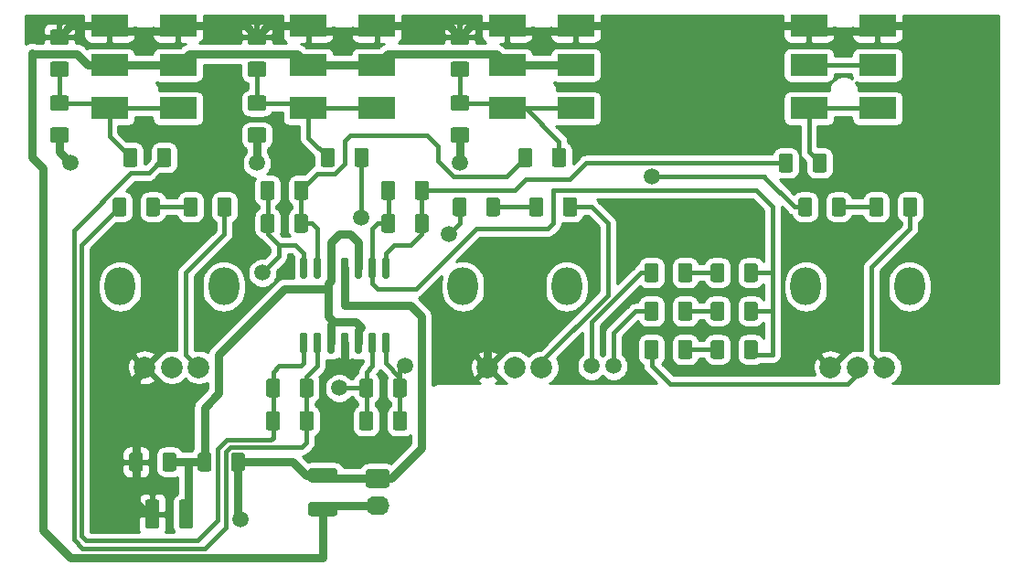
<source format=gbr>
%TF.GenerationSoftware,KiCad,Pcbnew,5.1.7-a382d34a8~87~ubuntu20.04.1*%
%TF.CreationDate,2020-10-16T18:55:23+02:00*%
%TF.ProjectId,3Channel-PiezoAmp,33436861-6e6e-4656-9c2d-5069657a6f41,rev?*%
%TF.SameCoordinates,Original*%
%TF.FileFunction,Copper,L2,Bot*%
%TF.FilePolarity,Positive*%
%FSLAX46Y46*%
G04 Gerber Fmt 4.6, Leading zero omitted, Abs format (unit mm)*
G04 Created by KiCad (PCBNEW 5.1.7-a382d34a8~87~ubuntu20.04.1) date 2020-10-16 18:55:23*
%MOMM*%
%LPD*%
G01*
G04 APERTURE LIST*
%TA.AperFunction,ComponentPad*%
%ADD10C,2.000000*%
%TD*%
%TA.AperFunction,ComponentPad*%
%ADD11O,2.800000X3.500000*%
%TD*%
%TA.AperFunction,ComponentPad*%
%ADD12O,2.190000X1.740000*%
%TD*%
%TA.AperFunction,SMDPad,CuDef*%
%ADD13R,3.500000X2.000000*%
%TD*%
%TA.AperFunction,ViaPad*%
%ADD14C,1.500000*%
%TD*%
%TA.AperFunction,Conductor*%
%ADD15C,0.800000*%
%TD*%
%TA.AperFunction,Conductor*%
%ADD16C,0.400000*%
%TD*%
%TA.AperFunction,Conductor*%
%ADD17C,0.254000*%
%TD*%
%TA.AperFunction,Conductor*%
%ADD18C,0.100000*%
%TD*%
G04 APERTURE END LIST*
D10*
%TO.P,RV1,3*%
%TO.N,GND*%
X52110000Y-87510000D03*
%TO.P,RV1,2*%
%TO.N,Net-(C11-Pad1)*%
X54610000Y-87510000D03*
%TO.P,RV1,1*%
%TO.N,Net-(C8-Pad2)*%
X57110000Y-87510000D03*
D11*
%TO.P,RV1,*%
%TO.N,*%
X49810000Y-80010000D03*
X59410000Y-80010000D03*
%TD*%
D10*
%TO.P,RV2,3*%
%TO.N,GND*%
X83860000Y-87510000D03*
%TO.P,RV2,2*%
%TO.N,Net-(C12-Pad1)*%
X86360000Y-87510000D03*
%TO.P,RV2,1*%
%TO.N,Net-(C9-Pad2)*%
X88860000Y-87510000D03*
D11*
%TO.P,RV2,*%
%TO.N,*%
X81560000Y-80010000D03*
X91160000Y-80010000D03*
%TD*%
D10*
%TO.P,RV3,3*%
%TO.N,GND*%
X115610000Y-87510000D03*
%TO.P,RV3,2*%
%TO.N,Net-(C13-Pad1)*%
X118110000Y-87510000D03*
%TO.P,RV3,1*%
%TO.N,Net-(C10-Pad2)*%
X120610000Y-87510000D03*
D11*
%TO.P,RV3,*%
%TO.N,*%
X113310000Y-80010000D03*
X122910000Y-80010000D03*
%TD*%
%TO.P,BT1,1*%
%TO.N,+9V*%
%TA.AperFunction,ComponentPad*%
G36*
G01*
X72814999Y-96920000D02*
X74505001Y-96920000D01*
G75*
G02*
X74755000Y-97169999I0J-249999D01*
G01*
X74755000Y-98410001D01*
G75*
G02*
X74505001Y-98660000I-249999J0D01*
G01*
X72814999Y-98660000D01*
G75*
G02*
X72565000Y-98410001I0J249999D01*
G01*
X72565000Y-97169999D01*
G75*
G02*
X72814999Y-96920000I249999J0D01*
G01*
G37*
%TD.AperFunction*%
D12*
%TO.P,BT1,2*%
%TO.N,GNDswitch*%
X73660000Y-100330000D03*
%TD*%
%TO.P,C1,2*%
%TO.N,GND*%
%TA.AperFunction,SMDPad,CuDef*%
G36*
G01*
X53456000Y-99991999D02*
X53456000Y-102192001D01*
G75*
G02*
X53206001Y-102442000I-249999J0D01*
G01*
X52380999Y-102442000D01*
G75*
G02*
X52131000Y-102192001I0J249999D01*
G01*
X52131000Y-99991999D01*
G75*
G02*
X52380999Y-99742000I249999J0D01*
G01*
X53206001Y-99742000D01*
G75*
G02*
X53456000Y-99991999I0J-249999D01*
G01*
G37*
%TD.AperFunction*%
%TO.P,C1,1*%
%TO.N,4.5V*%
%TA.AperFunction,SMDPad,CuDef*%
G36*
G01*
X56581000Y-99991999D02*
X56581000Y-102192001D01*
G75*
G02*
X56331001Y-102442000I-249999J0D01*
G01*
X55505999Y-102442000D01*
G75*
G02*
X55256000Y-102192001I0J249999D01*
G01*
X55256000Y-99991999D01*
G75*
G02*
X55505999Y-99742000I249999J0D01*
G01*
X56331001Y-99742000D01*
G75*
G02*
X56581000Y-99991999I0J-249999D01*
G01*
G37*
%TD.AperFunction*%
%TD*%
%TO.P,C14,2*%
%TO.N,GNDswitch*%
%TA.AperFunction,SMDPad,CuDef*%
G36*
G01*
X67479999Y-99960000D02*
X69680001Y-99960000D01*
G75*
G02*
X69930000Y-100209999I0J-249999D01*
G01*
X69930000Y-101035001D01*
G75*
G02*
X69680001Y-101285000I-249999J0D01*
G01*
X67479999Y-101285000D01*
G75*
G02*
X67230000Y-101035001I0J249999D01*
G01*
X67230000Y-100209999D01*
G75*
G02*
X67479999Y-99960000I249999J0D01*
G01*
G37*
%TD.AperFunction*%
%TO.P,C14,1*%
%TO.N,+9V*%
%TA.AperFunction,SMDPad,CuDef*%
G36*
G01*
X67479999Y-96835000D02*
X69680001Y-96835000D01*
G75*
G02*
X69930000Y-97084999I0J-249999D01*
G01*
X69930000Y-97910001D01*
G75*
G02*
X69680001Y-98160000I-249999J0D01*
G01*
X67479999Y-98160000D01*
G75*
G02*
X67230000Y-97910001I0J249999D01*
G01*
X67230000Y-97084999D01*
G75*
G02*
X67479999Y-96835000I249999J0D01*
G01*
G37*
%TD.AperFunction*%
%TD*%
%TO.P,D1,2*%
%TO.N,Net-(C2-Pad2)*%
%TA.AperFunction,SMDPad,CuDef*%
G36*
G01*
X44821000Y-63741000D02*
X43571000Y-63741000D01*
G75*
G02*
X43321000Y-63491000I0J250000D01*
G01*
X43321000Y-62566000D01*
G75*
G02*
X43571000Y-62316000I250000J0D01*
G01*
X44821000Y-62316000D01*
G75*
G02*
X45071000Y-62566000I0J-250000D01*
G01*
X45071000Y-63491000D01*
G75*
G02*
X44821000Y-63741000I-250000J0D01*
G01*
G37*
%TD.AperFunction*%
%TO.P,D1,1*%
%TO.N,+9V*%
%TA.AperFunction,SMDPad,CuDef*%
G36*
G01*
X44821000Y-66716000D02*
X43571000Y-66716000D01*
G75*
G02*
X43321000Y-66466000I0J250000D01*
G01*
X43321000Y-65541000D01*
G75*
G02*
X43571000Y-65291000I250000J0D01*
G01*
X44821000Y-65291000D01*
G75*
G02*
X45071000Y-65541000I0J-250000D01*
G01*
X45071000Y-66466000D01*
G75*
G02*
X44821000Y-66716000I-250000J0D01*
G01*
G37*
%TD.AperFunction*%
%TD*%
%TO.P,D2,1*%
%TO.N,Net-(C2-Pad2)*%
%TA.AperFunction,SMDPad,CuDef*%
G36*
G01*
X44821000Y-60620000D02*
X43571000Y-60620000D01*
G75*
G02*
X43321000Y-60370000I0J250000D01*
G01*
X43321000Y-59445000D01*
G75*
G02*
X43571000Y-59195000I250000J0D01*
G01*
X44821000Y-59195000D01*
G75*
G02*
X45071000Y-59445000I0J-250000D01*
G01*
X45071000Y-60370000D01*
G75*
G02*
X44821000Y-60620000I-250000J0D01*
G01*
G37*
%TD.AperFunction*%
%TO.P,D2,2*%
%TO.N,GND*%
%TA.AperFunction,SMDPad,CuDef*%
G36*
G01*
X44821000Y-57645000D02*
X43571000Y-57645000D01*
G75*
G02*
X43321000Y-57395000I0J250000D01*
G01*
X43321000Y-56470000D01*
G75*
G02*
X43571000Y-56220000I250000J0D01*
G01*
X44821000Y-56220000D01*
G75*
G02*
X45071000Y-56470000I0J-250000D01*
G01*
X45071000Y-57395000D01*
G75*
G02*
X44821000Y-57645000I-250000J0D01*
G01*
G37*
%TD.AperFunction*%
%TD*%
%TO.P,D3,2*%
%TO.N,Net-(C3-Pad2)*%
%TA.AperFunction,SMDPad,CuDef*%
G36*
G01*
X63109000Y-63741000D02*
X61859000Y-63741000D01*
G75*
G02*
X61609000Y-63491000I0J250000D01*
G01*
X61609000Y-62566000D01*
G75*
G02*
X61859000Y-62316000I250000J0D01*
G01*
X63109000Y-62316000D01*
G75*
G02*
X63359000Y-62566000I0J-250000D01*
G01*
X63359000Y-63491000D01*
G75*
G02*
X63109000Y-63741000I-250000J0D01*
G01*
G37*
%TD.AperFunction*%
%TO.P,D3,1*%
%TO.N,+9V*%
%TA.AperFunction,SMDPad,CuDef*%
G36*
G01*
X63109000Y-66716000D02*
X61859000Y-66716000D01*
G75*
G02*
X61609000Y-66466000I0J250000D01*
G01*
X61609000Y-65541000D01*
G75*
G02*
X61859000Y-65291000I250000J0D01*
G01*
X63109000Y-65291000D01*
G75*
G02*
X63359000Y-65541000I0J-250000D01*
G01*
X63359000Y-66466000D01*
G75*
G02*
X63109000Y-66716000I-250000J0D01*
G01*
G37*
%TD.AperFunction*%
%TD*%
%TO.P,D4,1*%
%TO.N,Net-(C3-Pad2)*%
%TA.AperFunction,SMDPad,CuDef*%
G36*
G01*
X63109000Y-60620000D02*
X61859000Y-60620000D01*
G75*
G02*
X61609000Y-60370000I0J250000D01*
G01*
X61609000Y-59445000D01*
G75*
G02*
X61859000Y-59195000I250000J0D01*
G01*
X63109000Y-59195000D01*
G75*
G02*
X63359000Y-59445000I0J-250000D01*
G01*
X63359000Y-60370000D01*
G75*
G02*
X63109000Y-60620000I-250000J0D01*
G01*
G37*
%TD.AperFunction*%
%TO.P,D4,2*%
%TO.N,GND*%
%TA.AperFunction,SMDPad,CuDef*%
G36*
G01*
X63109000Y-57645000D02*
X61859000Y-57645000D01*
G75*
G02*
X61609000Y-57395000I0J250000D01*
G01*
X61609000Y-56470000D01*
G75*
G02*
X61859000Y-56220000I250000J0D01*
G01*
X63109000Y-56220000D01*
G75*
G02*
X63359000Y-56470000I0J-250000D01*
G01*
X63359000Y-57395000D01*
G75*
G02*
X63109000Y-57645000I-250000J0D01*
G01*
G37*
%TD.AperFunction*%
%TD*%
%TO.P,D5,1*%
%TO.N,+9V*%
%TA.AperFunction,SMDPad,CuDef*%
G36*
G01*
X81905000Y-66716000D02*
X80655000Y-66716000D01*
G75*
G02*
X80405000Y-66466000I0J250000D01*
G01*
X80405000Y-65541000D01*
G75*
G02*
X80655000Y-65291000I250000J0D01*
G01*
X81905000Y-65291000D01*
G75*
G02*
X82155000Y-65541000I0J-250000D01*
G01*
X82155000Y-66466000D01*
G75*
G02*
X81905000Y-66716000I-250000J0D01*
G01*
G37*
%TD.AperFunction*%
%TO.P,D5,2*%
%TO.N,Net-(C4-Pad2)*%
%TA.AperFunction,SMDPad,CuDef*%
G36*
G01*
X81905000Y-63741000D02*
X80655000Y-63741000D01*
G75*
G02*
X80405000Y-63491000I0J250000D01*
G01*
X80405000Y-62566000D01*
G75*
G02*
X80655000Y-62316000I250000J0D01*
G01*
X81905000Y-62316000D01*
G75*
G02*
X82155000Y-62566000I0J-250000D01*
G01*
X82155000Y-63491000D01*
G75*
G02*
X81905000Y-63741000I-250000J0D01*
G01*
G37*
%TD.AperFunction*%
%TD*%
%TO.P,D6,2*%
%TO.N,GND*%
%TA.AperFunction,SMDPad,CuDef*%
G36*
G01*
X81905000Y-57645000D02*
X80655000Y-57645000D01*
G75*
G02*
X80405000Y-57395000I0J250000D01*
G01*
X80405000Y-56470000D01*
G75*
G02*
X80655000Y-56220000I250000J0D01*
G01*
X81905000Y-56220000D01*
G75*
G02*
X82155000Y-56470000I0J-250000D01*
G01*
X82155000Y-57395000D01*
G75*
G02*
X81905000Y-57645000I-250000J0D01*
G01*
G37*
%TD.AperFunction*%
%TO.P,D6,1*%
%TO.N,Net-(C4-Pad2)*%
%TA.AperFunction,SMDPad,CuDef*%
G36*
G01*
X81905000Y-60620000D02*
X80655000Y-60620000D01*
G75*
G02*
X80405000Y-60370000I0J250000D01*
G01*
X80405000Y-59445000D01*
G75*
G02*
X80655000Y-59195000I250000J0D01*
G01*
X81905000Y-59195000D01*
G75*
G02*
X82155000Y-59445000I0J-250000D01*
G01*
X82155000Y-60370000D01*
G75*
G02*
X81905000Y-60620000I-250000J0D01*
G01*
G37*
%TD.AperFunction*%
%TD*%
%TO.P,R1,2*%
%TO.N,4.5V*%
%TA.AperFunction,SMDPad,CuDef*%
G36*
G01*
X58282000Y-95641000D02*
X58282000Y-96891000D01*
G75*
G02*
X58032000Y-97141000I-250000J0D01*
G01*
X57232000Y-97141000D01*
G75*
G02*
X56982000Y-96891000I0J250000D01*
G01*
X56982000Y-95641000D01*
G75*
G02*
X57232000Y-95391000I250000J0D01*
G01*
X58032000Y-95391000D01*
G75*
G02*
X58282000Y-95641000I0J-250000D01*
G01*
G37*
%TD.AperFunction*%
%TO.P,R1,1*%
%TO.N,+9V*%
%TA.AperFunction,SMDPad,CuDef*%
G36*
G01*
X61382000Y-95641000D02*
X61382000Y-96891000D01*
G75*
G02*
X61132000Y-97141000I-250000J0D01*
G01*
X60332000Y-97141000D01*
G75*
G02*
X60082000Y-96891000I0J250000D01*
G01*
X60082000Y-95641000D01*
G75*
G02*
X60332000Y-95391000I250000J0D01*
G01*
X61132000Y-95391000D01*
G75*
G02*
X61382000Y-95641000I0J-250000D01*
G01*
G37*
%TD.AperFunction*%
%TD*%
%TO.P,R2,1*%
%TO.N,4.5V*%
%TA.AperFunction,SMDPad,CuDef*%
G36*
G01*
X55032000Y-95641000D02*
X55032000Y-96891000D01*
G75*
G02*
X54782000Y-97141000I-250000J0D01*
G01*
X53982000Y-97141000D01*
G75*
G02*
X53732000Y-96891000I0J250000D01*
G01*
X53732000Y-95641000D01*
G75*
G02*
X53982000Y-95391000I250000J0D01*
G01*
X54782000Y-95391000D01*
G75*
G02*
X55032000Y-95641000I0J-250000D01*
G01*
G37*
%TD.AperFunction*%
%TO.P,R2,2*%
%TO.N,GND*%
%TA.AperFunction,SMDPad,CuDef*%
G36*
G01*
X51932000Y-95641000D02*
X51932000Y-96891000D01*
G75*
G02*
X51682000Y-97141000I-250000J0D01*
G01*
X50882000Y-97141000D01*
G75*
G02*
X50632000Y-96891000I0J250000D01*
G01*
X50632000Y-95641000D01*
G75*
G02*
X50882000Y-95391000I250000J0D01*
G01*
X51682000Y-95391000D01*
G75*
G02*
X51932000Y-95641000I0J-250000D01*
G01*
G37*
%TD.AperFunction*%
%TD*%
%TO.P,R3,2*%
%TO.N,Net-(C2-Pad1)*%
%TA.AperFunction,SMDPad,CuDef*%
G36*
G01*
X66432000Y-90033000D02*
X66432000Y-88783000D01*
G75*
G02*
X66682000Y-88533000I250000J0D01*
G01*
X67482000Y-88533000D01*
G75*
G02*
X67732000Y-88783000I0J-250000D01*
G01*
X67732000Y-90033000D01*
G75*
G02*
X67482000Y-90283000I-250000J0D01*
G01*
X66682000Y-90283000D01*
G75*
G02*
X66432000Y-90033000I0J250000D01*
G01*
G37*
%TD.AperFunction*%
%TO.P,R3,1*%
%TO.N,Net-(C5-Pad1)*%
%TA.AperFunction,SMDPad,CuDef*%
G36*
G01*
X63332000Y-90033000D02*
X63332000Y-88783000D01*
G75*
G02*
X63582000Y-88533000I250000J0D01*
G01*
X64382000Y-88533000D01*
G75*
G02*
X64632000Y-88783000I0J-250000D01*
G01*
X64632000Y-90033000D01*
G75*
G02*
X64382000Y-90283000I-250000J0D01*
G01*
X63582000Y-90283000D01*
G75*
G02*
X63332000Y-90033000I0J250000D01*
G01*
G37*
%TD.AperFunction*%
%TD*%
%TO.P,R4,1*%
%TO.N,Net-(C6-Pad1)*%
%TA.AperFunction,SMDPad,CuDef*%
G36*
G01*
X76368000Y-88783000D02*
X76368000Y-90033000D01*
G75*
G02*
X76118000Y-90283000I-250000J0D01*
G01*
X75318000Y-90283000D01*
G75*
G02*
X75068000Y-90033000I0J250000D01*
G01*
X75068000Y-88783000D01*
G75*
G02*
X75318000Y-88533000I250000J0D01*
G01*
X76118000Y-88533000D01*
G75*
G02*
X76368000Y-88783000I0J-250000D01*
G01*
G37*
%TD.AperFunction*%
%TO.P,R4,2*%
%TO.N,Net-(C3-Pad1)*%
%TA.AperFunction,SMDPad,CuDef*%
G36*
G01*
X73268000Y-88783000D02*
X73268000Y-90033000D01*
G75*
G02*
X73018000Y-90283000I-250000J0D01*
G01*
X72218000Y-90283000D01*
G75*
G02*
X71968000Y-90033000I0J250000D01*
G01*
X71968000Y-88783000D01*
G75*
G02*
X72218000Y-88533000I250000J0D01*
G01*
X73018000Y-88533000D01*
G75*
G02*
X73268000Y-88783000I0J-250000D01*
G01*
G37*
%TD.AperFunction*%
%TD*%
%TO.P,R5,2*%
%TO.N,Net-(C4-Pad1)*%
%TA.AperFunction,SMDPad,CuDef*%
G36*
G01*
X65924000Y-74793000D02*
X65924000Y-73543000D01*
G75*
G02*
X66174000Y-73293000I250000J0D01*
G01*
X66974000Y-73293000D01*
G75*
G02*
X67224000Y-73543000I0J-250000D01*
G01*
X67224000Y-74793000D01*
G75*
G02*
X66974000Y-75043000I-250000J0D01*
G01*
X66174000Y-75043000D01*
G75*
G02*
X65924000Y-74793000I0J250000D01*
G01*
G37*
%TD.AperFunction*%
%TO.P,R5,1*%
%TO.N,Net-(C7-Pad1)*%
%TA.AperFunction,SMDPad,CuDef*%
G36*
G01*
X62824000Y-74793000D02*
X62824000Y-73543000D01*
G75*
G02*
X63074000Y-73293000I250000J0D01*
G01*
X63874000Y-73293000D01*
G75*
G02*
X64124000Y-73543000I0J-250000D01*
G01*
X64124000Y-74793000D01*
G75*
G02*
X63874000Y-75043000I-250000J0D01*
G01*
X63074000Y-75043000D01*
G75*
G02*
X62824000Y-74793000I0J250000D01*
G01*
G37*
%TD.AperFunction*%
%TD*%
%TO.P,R6,1*%
%TO.N,Net-(C8-Pad1)*%
%TA.AperFunction,SMDPad,CuDef*%
G36*
G01*
X53508000Y-72019000D02*
X53508000Y-73269000D01*
G75*
G02*
X53258000Y-73519000I-250000J0D01*
G01*
X52458000Y-73519000D01*
G75*
G02*
X52208000Y-73269000I0J250000D01*
G01*
X52208000Y-72019000D01*
G75*
G02*
X52458000Y-71769000I250000J0D01*
G01*
X53258000Y-71769000D01*
G75*
G02*
X53508000Y-72019000I0J-250000D01*
G01*
G37*
%TD.AperFunction*%
%TO.P,R6,2*%
%TO.N,Net-(C5-Pad1)*%
%TA.AperFunction,SMDPad,CuDef*%
G36*
G01*
X50408000Y-72019000D02*
X50408000Y-73269000D01*
G75*
G02*
X50158000Y-73519000I-250000J0D01*
G01*
X49358000Y-73519000D01*
G75*
G02*
X49108000Y-73269000I0J250000D01*
G01*
X49108000Y-72019000D01*
G75*
G02*
X49358000Y-71769000I250000J0D01*
G01*
X50158000Y-71769000D01*
G75*
G02*
X50408000Y-72019000I0J-250000D01*
G01*
G37*
%TD.AperFunction*%
%TD*%
%TO.P,R7,2*%
%TO.N,Net-(C6-Pad1)*%
%TA.AperFunction,SMDPad,CuDef*%
G36*
G01*
X81904000Y-72019000D02*
X81904000Y-73269000D01*
G75*
G02*
X81654000Y-73519000I-250000J0D01*
G01*
X80854000Y-73519000D01*
G75*
G02*
X80604000Y-73269000I0J250000D01*
G01*
X80604000Y-72019000D01*
G75*
G02*
X80854000Y-71769000I250000J0D01*
G01*
X81654000Y-71769000D01*
G75*
G02*
X81904000Y-72019000I0J-250000D01*
G01*
G37*
%TD.AperFunction*%
%TO.P,R7,1*%
%TO.N,Net-(C9-Pad1)*%
%TA.AperFunction,SMDPad,CuDef*%
G36*
G01*
X85004000Y-72019000D02*
X85004000Y-73269000D01*
G75*
G02*
X84754000Y-73519000I-250000J0D01*
G01*
X83954000Y-73519000D01*
G75*
G02*
X83704000Y-73269000I0J250000D01*
G01*
X83704000Y-72019000D01*
G75*
G02*
X83954000Y-71769000I250000J0D01*
G01*
X84754000Y-71769000D01*
G75*
G02*
X85004000Y-72019000I0J-250000D01*
G01*
G37*
%TD.AperFunction*%
%TD*%
%TO.P,R8,2*%
%TO.N,Net-(C7-Pad1)*%
%TA.AperFunction,SMDPad,CuDef*%
G36*
G01*
X113908000Y-72019000D02*
X113908000Y-73269000D01*
G75*
G02*
X113658000Y-73519000I-250000J0D01*
G01*
X112858000Y-73519000D01*
G75*
G02*
X112608000Y-73269000I0J250000D01*
G01*
X112608000Y-72019000D01*
G75*
G02*
X112858000Y-71769000I250000J0D01*
G01*
X113658000Y-71769000D01*
G75*
G02*
X113908000Y-72019000I0J-250000D01*
G01*
G37*
%TD.AperFunction*%
%TO.P,R8,1*%
%TO.N,Net-(C10-Pad1)*%
%TA.AperFunction,SMDPad,CuDef*%
G36*
G01*
X117008000Y-72019000D02*
X117008000Y-73269000D01*
G75*
G02*
X116758000Y-73519000I-250000J0D01*
G01*
X115958000Y-73519000D01*
G75*
G02*
X115708000Y-73269000I0J250000D01*
G01*
X115708000Y-72019000D01*
G75*
G02*
X115958000Y-71769000I250000J0D01*
G01*
X116758000Y-71769000D01*
G75*
G02*
X117008000Y-72019000I0J-250000D01*
G01*
G37*
%TD.AperFunction*%
%TD*%
%TO.P,R9,2*%
%TO.N,Net-(C11-Pad2)*%
%TA.AperFunction,SMDPad,CuDef*%
G36*
G01*
X105780000Y-78115000D02*
X105780000Y-79365000D01*
G75*
G02*
X105530000Y-79615000I-250000J0D01*
G01*
X104730000Y-79615000D01*
G75*
G02*
X104480000Y-79365000I0J250000D01*
G01*
X104480000Y-78115000D01*
G75*
G02*
X104730000Y-77865000I250000J0D01*
G01*
X105530000Y-77865000D01*
G75*
G02*
X105780000Y-78115000I0J-250000D01*
G01*
G37*
%TD.AperFunction*%
%TO.P,R9,1*%
%TO.N,Net-(C15-Pad2)*%
%TA.AperFunction,SMDPad,CuDef*%
G36*
G01*
X108880000Y-78115000D02*
X108880000Y-79365000D01*
G75*
G02*
X108630000Y-79615000I-250000J0D01*
G01*
X107830000Y-79615000D01*
G75*
G02*
X107580000Y-79365000I0J250000D01*
G01*
X107580000Y-78115000D01*
G75*
G02*
X107830000Y-77865000I250000J0D01*
G01*
X108630000Y-77865000D01*
G75*
G02*
X108880000Y-78115000I0J-250000D01*
G01*
G37*
%TD.AperFunction*%
%TD*%
%TO.P,R10,1*%
%TO.N,Net-(C15-Pad2)*%
%TA.AperFunction,SMDPad,CuDef*%
G36*
G01*
X108880000Y-81671000D02*
X108880000Y-82921000D01*
G75*
G02*
X108630000Y-83171000I-250000J0D01*
G01*
X107830000Y-83171000D01*
G75*
G02*
X107580000Y-82921000I0J250000D01*
G01*
X107580000Y-81671000D01*
G75*
G02*
X107830000Y-81421000I250000J0D01*
G01*
X108630000Y-81421000D01*
G75*
G02*
X108880000Y-81671000I0J-250000D01*
G01*
G37*
%TD.AperFunction*%
%TO.P,R10,2*%
%TO.N,Net-(C12-Pad2)*%
%TA.AperFunction,SMDPad,CuDef*%
G36*
G01*
X105780000Y-81671000D02*
X105780000Y-82921000D01*
G75*
G02*
X105530000Y-83171000I-250000J0D01*
G01*
X104730000Y-83171000D01*
G75*
G02*
X104480000Y-82921000I0J250000D01*
G01*
X104480000Y-81671000D01*
G75*
G02*
X104730000Y-81421000I250000J0D01*
G01*
X105530000Y-81421000D01*
G75*
G02*
X105780000Y-81671000I0J-250000D01*
G01*
G37*
%TD.AperFunction*%
%TD*%
%TO.P,R11,1*%
%TO.N,Net-(C15-Pad2)*%
%TA.AperFunction,SMDPad,CuDef*%
G36*
G01*
X108880000Y-85227000D02*
X108880000Y-86477000D01*
G75*
G02*
X108630000Y-86727000I-250000J0D01*
G01*
X107830000Y-86727000D01*
G75*
G02*
X107580000Y-86477000I0J250000D01*
G01*
X107580000Y-85227000D01*
G75*
G02*
X107830000Y-84977000I250000J0D01*
G01*
X108630000Y-84977000D01*
G75*
G02*
X108880000Y-85227000I0J-250000D01*
G01*
G37*
%TD.AperFunction*%
%TO.P,R11,2*%
%TO.N,Net-(C13-Pad2)*%
%TA.AperFunction,SMDPad,CuDef*%
G36*
G01*
X105780000Y-85227000D02*
X105780000Y-86477000D01*
G75*
G02*
X105530000Y-86727000I-250000J0D01*
G01*
X104730000Y-86727000D01*
G75*
G02*
X104480000Y-86477000I0J250000D01*
G01*
X104480000Y-85227000D01*
G75*
G02*
X104730000Y-84977000I250000J0D01*
G01*
X105530000Y-84977000D01*
G75*
G02*
X105780000Y-85227000I0J-250000D01*
G01*
G37*
%TD.AperFunction*%
%TD*%
%TO.P,R12,1*%
%TO.N,Net-(C15-Pad1)*%
%TA.AperFunction,SMDPad,CuDef*%
G36*
G01*
X78400000Y-73543000D02*
X78400000Y-74793000D01*
G75*
G02*
X78150000Y-75043000I-250000J0D01*
G01*
X77350000Y-75043000D01*
G75*
G02*
X77100000Y-74793000I0J250000D01*
G01*
X77100000Y-73543000D01*
G75*
G02*
X77350000Y-73293000I250000J0D01*
G01*
X78150000Y-73293000D01*
G75*
G02*
X78400000Y-73543000I0J-250000D01*
G01*
G37*
%TD.AperFunction*%
%TO.P,R12,2*%
%TO.N,Net-(C15-Pad2)*%
%TA.AperFunction,SMDPad,CuDef*%
G36*
G01*
X75300000Y-73543000D02*
X75300000Y-74793000D01*
G75*
G02*
X75050000Y-75043000I-250000J0D01*
G01*
X74250000Y-75043000D01*
G75*
G02*
X74000000Y-74793000I0J250000D01*
G01*
X74000000Y-73543000D01*
G75*
G02*
X74250000Y-73293000I250000J0D01*
G01*
X75050000Y-73293000D01*
G75*
G02*
X75300000Y-73543000I0J-250000D01*
G01*
G37*
%TD.AperFunction*%
%TD*%
%TO.P,U1,1*%
%TO.N,Net-(C7-Pad1)*%
%TA.AperFunction,SMDPad,CuDef*%
G36*
G01*
X66652000Y-77338000D02*
X66952000Y-77338000D01*
G75*
G02*
X67102000Y-77488000I0J-150000D01*
G01*
X67102000Y-79163000D01*
G75*
G02*
X66952000Y-79313000I-150000J0D01*
G01*
X66652000Y-79313000D01*
G75*
G02*
X66502000Y-79163000I0J150000D01*
G01*
X66502000Y-77488000D01*
G75*
G02*
X66652000Y-77338000I150000J0D01*
G01*
G37*
%TD.AperFunction*%
%TO.P,U1,2*%
%TO.N,Net-(C4-Pad1)*%
%TA.AperFunction,SMDPad,CuDef*%
G36*
G01*
X67922000Y-77338000D02*
X68222000Y-77338000D01*
G75*
G02*
X68372000Y-77488000I0J-150000D01*
G01*
X68372000Y-79163000D01*
G75*
G02*
X68222000Y-79313000I-150000J0D01*
G01*
X67922000Y-79313000D01*
G75*
G02*
X67772000Y-79163000I0J150000D01*
G01*
X67772000Y-77488000D01*
G75*
G02*
X67922000Y-77338000I150000J0D01*
G01*
G37*
%TD.AperFunction*%
%TO.P,U1,3*%
%TO.N,4.5V*%
%TA.AperFunction,SMDPad,CuDef*%
G36*
G01*
X69192000Y-77338000D02*
X69492000Y-77338000D01*
G75*
G02*
X69642000Y-77488000I0J-150000D01*
G01*
X69642000Y-79163000D01*
G75*
G02*
X69492000Y-79313000I-150000J0D01*
G01*
X69192000Y-79313000D01*
G75*
G02*
X69042000Y-79163000I0J150000D01*
G01*
X69042000Y-77488000D01*
G75*
G02*
X69192000Y-77338000I150000J0D01*
G01*
G37*
%TD.AperFunction*%
%TO.P,U1,4*%
%TO.N,+9V*%
%TA.AperFunction,SMDPad,CuDef*%
G36*
G01*
X70462000Y-77338000D02*
X70762000Y-77338000D01*
G75*
G02*
X70912000Y-77488000I0J-150000D01*
G01*
X70912000Y-79163000D01*
G75*
G02*
X70762000Y-79313000I-150000J0D01*
G01*
X70462000Y-79313000D01*
G75*
G02*
X70312000Y-79163000I0J150000D01*
G01*
X70312000Y-77488000D01*
G75*
G02*
X70462000Y-77338000I150000J0D01*
G01*
G37*
%TD.AperFunction*%
%TO.P,U1,5*%
%TO.N,4.5V*%
%TA.AperFunction,SMDPad,CuDef*%
G36*
G01*
X71732000Y-77338000D02*
X72032000Y-77338000D01*
G75*
G02*
X72182000Y-77488000I0J-150000D01*
G01*
X72182000Y-79163000D01*
G75*
G02*
X72032000Y-79313000I-150000J0D01*
G01*
X71732000Y-79313000D01*
G75*
G02*
X71582000Y-79163000I0J150000D01*
G01*
X71582000Y-77488000D01*
G75*
G02*
X71732000Y-77338000I150000J0D01*
G01*
G37*
%TD.AperFunction*%
%TO.P,U1,6*%
%TO.N,Net-(C15-Pad2)*%
%TA.AperFunction,SMDPad,CuDef*%
G36*
G01*
X73002000Y-77338000D02*
X73302000Y-77338000D01*
G75*
G02*
X73452000Y-77488000I0J-150000D01*
G01*
X73452000Y-79163000D01*
G75*
G02*
X73302000Y-79313000I-150000J0D01*
G01*
X73002000Y-79313000D01*
G75*
G02*
X72852000Y-79163000I0J150000D01*
G01*
X72852000Y-77488000D01*
G75*
G02*
X73002000Y-77338000I150000J0D01*
G01*
G37*
%TD.AperFunction*%
%TO.P,U1,7*%
%TO.N,Net-(C15-Pad1)*%
%TA.AperFunction,SMDPad,CuDef*%
G36*
G01*
X74272000Y-77338000D02*
X74572000Y-77338000D01*
G75*
G02*
X74722000Y-77488000I0J-150000D01*
G01*
X74722000Y-79163000D01*
G75*
G02*
X74572000Y-79313000I-150000J0D01*
G01*
X74272000Y-79313000D01*
G75*
G02*
X74122000Y-79163000I0J150000D01*
G01*
X74122000Y-77488000D01*
G75*
G02*
X74272000Y-77338000I150000J0D01*
G01*
G37*
%TD.AperFunction*%
%TO.P,U1,8*%
%TO.N,Net-(C6-Pad1)*%
%TA.AperFunction,SMDPad,CuDef*%
G36*
G01*
X74272000Y-84263000D02*
X74572000Y-84263000D01*
G75*
G02*
X74722000Y-84413000I0J-150000D01*
G01*
X74722000Y-86088000D01*
G75*
G02*
X74572000Y-86238000I-150000J0D01*
G01*
X74272000Y-86238000D01*
G75*
G02*
X74122000Y-86088000I0J150000D01*
G01*
X74122000Y-84413000D01*
G75*
G02*
X74272000Y-84263000I150000J0D01*
G01*
G37*
%TD.AperFunction*%
%TO.P,U1,9*%
%TO.N,Net-(C3-Pad1)*%
%TA.AperFunction,SMDPad,CuDef*%
G36*
G01*
X73002000Y-84263000D02*
X73302000Y-84263000D01*
G75*
G02*
X73452000Y-84413000I0J-150000D01*
G01*
X73452000Y-86088000D01*
G75*
G02*
X73302000Y-86238000I-150000J0D01*
G01*
X73002000Y-86238000D01*
G75*
G02*
X72852000Y-86088000I0J150000D01*
G01*
X72852000Y-84413000D01*
G75*
G02*
X73002000Y-84263000I150000J0D01*
G01*
G37*
%TD.AperFunction*%
%TO.P,U1,10*%
%TO.N,4.5V*%
%TA.AperFunction,SMDPad,CuDef*%
G36*
G01*
X71732000Y-84263000D02*
X72032000Y-84263000D01*
G75*
G02*
X72182000Y-84413000I0J-150000D01*
G01*
X72182000Y-86088000D01*
G75*
G02*
X72032000Y-86238000I-150000J0D01*
G01*
X71732000Y-86238000D01*
G75*
G02*
X71582000Y-86088000I0J150000D01*
G01*
X71582000Y-84413000D01*
G75*
G02*
X71732000Y-84263000I150000J0D01*
G01*
G37*
%TD.AperFunction*%
%TO.P,U1,11*%
%TO.N,GND*%
%TA.AperFunction,SMDPad,CuDef*%
G36*
G01*
X70462000Y-84263000D02*
X70762000Y-84263000D01*
G75*
G02*
X70912000Y-84413000I0J-150000D01*
G01*
X70912000Y-86088000D01*
G75*
G02*
X70762000Y-86238000I-150000J0D01*
G01*
X70462000Y-86238000D01*
G75*
G02*
X70312000Y-86088000I0J150000D01*
G01*
X70312000Y-84413000D01*
G75*
G02*
X70462000Y-84263000I150000J0D01*
G01*
G37*
%TD.AperFunction*%
%TO.P,U1,12*%
%TO.N,4.5V*%
%TA.AperFunction,SMDPad,CuDef*%
G36*
G01*
X69192000Y-84263000D02*
X69492000Y-84263000D01*
G75*
G02*
X69642000Y-84413000I0J-150000D01*
G01*
X69642000Y-86088000D01*
G75*
G02*
X69492000Y-86238000I-150000J0D01*
G01*
X69192000Y-86238000D01*
G75*
G02*
X69042000Y-86088000I0J150000D01*
G01*
X69042000Y-84413000D01*
G75*
G02*
X69192000Y-84263000I150000J0D01*
G01*
G37*
%TD.AperFunction*%
%TO.P,U1,13*%
%TO.N,Net-(C2-Pad1)*%
%TA.AperFunction,SMDPad,CuDef*%
G36*
G01*
X67922000Y-84263000D02*
X68222000Y-84263000D01*
G75*
G02*
X68372000Y-84413000I0J-150000D01*
G01*
X68372000Y-86088000D01*
G75*
G02*
X68222000Y-86238000I-150000J0D01*
G01*
X67922000Y-86238000D01*
G75*
G02*
X67772000Y-86088000I0J150000D01*
G01*
X67772000Y-84413000D01*
G75*
G02*
X67922000Y-84263000I150000J0D01*
G01*
G37*
%TD.AperFunction*%
%TO.P,U1,14*%
%TO.N,Net-(C5-Pad1)*%
%TA.AperFunction,SMDPad,CuDef*%
G36*
G01*
X66652000Y-84263000D02*
X66952000Y-84263000D01*
G75*
G02*
X67102000Y-84413000I0J-150000D01*
G01*
X67102000Y-86088000D01*
G75*
G02*
X66952000Y-86238000I-150000J0D01*
G01*
X66652000Y-86238000D01*
G75*
G02*
X66502000Y-86088000I0J150000D01*
G01*
X66502000Y-84413000D01*
G75*
G02*
X66652000Y-84263000I150000J0D01*
G01*
G37*
%TD.AperFunction*%
%TD*%
%TO.P,C2,1*%
%TO.N,Net-(C2-Pad1)*%
%TA.AperFunction,SMDPad,CuDef*%
G36*
G01*
X54549000Y-67421999D02*
X54549000Y-68722001D01*
G75*
G02*
X54299001Y-68972000I-249999J0D01*
G01*
X53473999Y-68972000D01*
G75*
G02*
X53224000Y-68722001I0J249999D01*
G01*
X53224000Y-67421999D01*
G75*
G02*
X53473999Y-67172000I249999J0D01*
G01*
X54299001Y-67172000D01*
G75*
G02*
X54549000Y-67421999I0J-249999D01*
G01*
G37*
%TD.AperFunction*%
%TO.P,C2,2*%
%TO.N,Net-(C2-Pad2)*%
%TA.AperFunction,SMDPad,CuDef*%
G36*
G01*
X51424000Y-67421999D02*
X51424000Y-68722001D01*
G75*
G02*
X51174001Y-68972000I-249999J0D01*
G01*
X50348999Y-68972000D01*
G75*
G02*
X50099000Y-68722001I0J249999D01*
G01*
X50099000Y-67421999D01*
G75*
G02*
X50348999Y-67172000I249999J0D01*
G01*
X51174001Y-67172000D01*
G75*
G02*
X51424000Y-67421999I0J-249999D01*
G01*
G37*
%TD.AperFunction*%
%TD*%
%TO.P,C3,1*%
%TO.N,Net-(C3-Pad1)*%
%TA.AperFunction,SMDPad,CuDef*%
G36*
G01*
X72837000Y-67421999D02*
X72837000Y-68722001D01*
G75*
G02*
X72587001Y-68972000I-249999J0D01*
G01*
X71761999Y-68972000D01*
G75*
G02*
X71512000Y-68722001I0J249999D01*
G01*
X71512000Y-67421999D01*
G75*
G02*
X71761999Y-67172000I249999J0D01*
G01*
X72587001Y-67172000D01*
G75*
G02*
X72837000Y-67421999I0J-249999D01*
G01*
G37*
%TD.AperFunction*%
%TO.P,C3,2*%
%TO.N,Net-(C3-Pad2)*%
%TA.AperFunction,SMDPad,CuDef*%
G36*
G01*
X69712000Y-67421999D02*
X69712000Y-68722001D01*
G75*
G02*
X69462001Y-68972000I-249999J0D01*
G01*
X68636999Y-68972000D01*
G75*
G02*
X68387000Y-68722001I0J249999D01*
G01*
X68387000Y-67421999D01*
G75*
G02*
X68636999Y-67172000I249999J0D01*
G01*
X69462001Y-67172000D01*
G75*
G02*
X69712000Y-67421999I0J-249999D01*
G01*
G37*
%TD.AperFunction*%
%TD*%
%TO.P,C4,1*%
%TO.N,Net-(C4-Pad1)*%
%TA.AperFunction,SMDPad,CuDef*%
G36*
G01*
X86675000Y-68722001D02*
X86675000Y-67421999D01*
G75*
G02*
X86924999Y-67172000I249999J0D01*
G01*
X87750001Y-67172000D01*
G75*
G02*
X88000000Y-67421999I0J-249999D01*
G01*
X88000000Y-68722001D01*
G75*
G02*
X87750001Y-68972000I-249999J0D01*
G01*
X86924999Y-68972000D01*
G75*
G02*
X86675000Y-68722001I0J249999D01*
G01*
G37*
%TD.AperFunction*%
%TO.P,C4,2*%
%TO.N,Net-(C4-Pad2)*%
%TA.AperFunction,SMDPad,CuDef*%
G36*
G01*
X89800000Y-68722001D02*
X89800000Y-67421999D01*
G75*
G02*
X90049999Y-67172000I249999J0D01*
G01*
X90875001Y-67172000D01*
G75*
G02*
X91125000Y-67421999I0J-249999D01*
G01*
X91125000Y-68722001D01*
G75*
G02*
X90875001Y-68972000I-249999J0D01*
G01*
X90049999Y-68972000D01*
G75*
G02*
X89800000Y-68722001I0J249999D01*
G01*
G37*
%TD.AperFunction*%
%TD*%
%TO.P,C5,2*%
%TO.N,Net-(C2-Pad1)*%
%TA.AperFunction,SMDPad,CuDef*%
G36*
G01*
X66432000Y-93106001D02*
X66432000Y-91805999D01*
G75*
G02*
X66681999Y-91556000I249999J0D01*
G01*
X67507001Y-91556000D01*
G75*
G02*
X67757000Y-91805999I0J-249999D01*
G01*
X67757000Y-93106001D01*
G75*
G02*
X67507001Y-93356000I-249999J0D01*
G01*
X66681999Y-93356000D01*
G75*
G02*
X66432000Y-93106001I0J249999D01*
G01*
G37*
%TD.AperFunction*%
%TO.P,C5,1*%
%TO.N,Net-(C5-Pad1)*%
%TA.AperFunction,SMDPad,CuDef*%
G36*
G01*
X63307000Y-93106001D02*
X63307000Y-91805999D01*
G75*
G02*
X63556999Y-91556000I249999J0D01*
G01*
X64382001Y-91556000D01*
G75*
G02*
X64632000Y-91805999I0J-249999D01*
G01*
X64632000Y-93106001D01*
G75*
G02*
X64382001Y-93356000I-249999J0D01*
G01*
X63556999Y-93356000D01*
G75*
G02*
X63307000Y-93106001I0J249999D01*
G01*
G37*
%TD.AperFunction*%
%TD*%
%TO.P,C6,1*%
%TO.N,Net-(C6-Pad1)*%
%TA.AperFunction,SMDPad,CuDef*%
G36*
G01*
X76393000Y-91805999D02*
X76393000Y-93106001D01*
G75*
G02*
X76143001Y-93356000I-249999J0D01*
G01*
X75317999Y-93356000D01*
G75*
G02*
X75068000Y-93106001I0J249999D01*
G01*
X75068000Y-91805999D01*
G75*
G02*
X75317999Y-91556000I249999J0D01*
G01*
X76143001Y-91556000D01*
G75*
G02*
X76393000Y-91805999I0J-249999D01*
G01*
G37*
%TD.AperFunction*%
%TO.P,C6,2*%
%TO.N,Net-(C3-Pad1)*%
%TA.AperFunction,SMDPad,CuDef*%
G36*
G01*
X73268000Y-91805999D02*
X73268000Y-93106001D01*
G75*
G02*
X73018001Y-93356000I-249999J0D01*
G01*
X72192999Y-93356000D01*
G75*
G02*
X71943000Y-93106001I0J249999D01*
G01*
X71943000Y-91805999D01*
G75*
G02*
X72192999Y-91556000I249999J0D01*
G01*
X73018001Y-91556000D01*
G75*
G02*
X73268000Y-91805999I0J-249999D01*
G01*
G37*
%TD.AperFunction*%
%TD*%
%TO.P,C7,2*%
%TO.N,Net-(C4-Pad1)*%
%TA.AperFunction,SMDPad,CuDef*%
G36*
G01*
X65924000Y-71770001D02*
X65924000Y-70469999D01*
G75*
G02*
X66173999Y-70220000I249999J0D01*
G01*
X66999001Y-70220000D01*
G75*
G02*
X67249000Y-70469999I0J-249999D01*
G01*
X67249000Y-71770001D01*
G75*
G02*
X66999001Y-72020000I-249999J0D01*
G01*
X66173999Y-72020000D01*
G75*
G02*
X65924000Y-71770001I0J249999D01*
G01*
G37*
%TD.AperFunction*%
%TO.P,C7,1*%
%TO.N,Net-(C7-Pad1)*%
%TA.AperFunction,SMDPad,CuDef*%
G36*
G01*
X62799000Y-71770001D02*
X62799000Y-70469999D01*
G75*
G02*
X63048999Y-70220000I249999J0D01*
G01*
X63874001Y-70220000D01*
G75*
G02*
X64124000Y-70469999I0J-249999D01*
G01*
X64124000Y-71770001D01*
G75*
G02*
X63874001Y-72020000I-249999J0D01*
G01*
X63048999Y-72020000D01*
G75*
G02*
X62799000Y-71770001I0J249999D01*
G01*
G37*
%TD.AperFunction*%
%TD*%
%TO.P,C8,1*%
%TO.N,Net-(C8-Pad1)*%
%TA.AperFunction,SMDPad,CuDef*%
G36*
G01*
X55687000Y-73294001D02*
X55687000Y-71993999D01*
G75*
G02*
X55936999Y-71744000I249999J0D01*
G01*
X56762001Y-71744000D01*
G75*
G02*
X57012000Y-71993999I0J-249999D01*
G01*
X57012000Y-73294001D01*
G75*
G02*
X56762001Y-73544000I-249999J0D01*
G01*
X55936999Y-73544000D01*
G75*
G02*
X55687000Y-73294001I0J249999D01*
G01*
G37*
%TD.AperFunction*%
%TO.P,C8,2*%
%TO.N,Net-(C8-Pad2)*%
%TA.AperFunction,SMDPad,CuDef*%
G36*
G01*
X58812000Y-73294001D02*
X58812000Y-71993999D01*
G75*
G02*
X59061999Y-71744000I249999J0D01*
G01*
X59887001Y-71744000D01*
G75*
G02*
X60137000Y-71993999I0J-249999D01*
G01*
X60137000Y-73294001D01*
G75*
G02*
X59887001Y-73544000I-249999J0D01*
G01*
X59061999Y-73544000D01*
G75*
G02*
X58812000Y-73294001I0J249999D01*
G01*
G37*
%TD.AperFunction*%
%TD*%
%TO.P,C9,1*%
%TO.N,Net-(C9-Pad1)*%
%TA.AperFunction,SMDPad,CuDef*%
G36*
G01*
X87691000Y-73294001D02*
X87691000Y-71993999D01*
G75*
G02*
X87940999Y-71744000I249999J0D01*
G01*
X88766001Y-71744000D01*
G75*
G02*
X89016000Y-71993999I0J-249999D01*
G01*
X89016000Y-73294001D01*
G75*
G02*
X88766001Y-73544000I-249999J0D01*
G01*
X87940999Y-73544000D01*
G75*
G02*
X87691000Y-73294001I0J249999D01*
G01*
G37*
%TD.AperFunction*%
%TO.P,C9,2*%
%TO.N,Net-(C9-Pad2)*%
%TA.AperFunction,SMDPad,CuDef*%
G36*
G01*
X90816000Y-73294001D02*
X90816000Y-71993999D01*
G75*
G02*
X91065999Y-71744000I249999J0D01*
G01*
X91891001Y-71744000D01*
G75*
G02*
X92141000Y-71993999I0J-249999D01*
G01*
X92141000Y-73294001D01*
G75*
G02*
X91891001Y-73544000I-249999J0D01*
G01*
X91065999Y-73544000D01*
G75*
G02*
X90816000Y-73294001I0J249999D01*
G01*
G37*
%TD.AperFunction*%
%TD*%
%TO.P,C10,2*%
%TO.N,Net-(C10-Pad2)*%
%TA.AperFunction,SMDPad,CuDef*%
G36*
G01*
X122312000Y-73294001D02*
X122312000Y-71993999D01*
G75*
G02*
X122561999Y-71744000I249999J0D01*
G01*
X123387001Y-71744000D01*
G75*
G02*
X123637000Y-71993999I0J-249999D01*
G01*
X123637000Y-73294001D01*
G75*
G02*
X123387001Y-73544000I-249999J0D01*
G01*
X122561999Y-73544000D01*
G75*
G02*
X122312000Y-73294001I0J249999D01*
G01*
G37*
%TD.AperFunction*%
%TO.P,C10,1*%
%TO.N,Net-(C10-Pad1)*%
%TA.AperFunction,SMDPad,CuDef*%
G36*
G01*
X119187000Y-73294001D02*
X119187000Y-71993999D01*
G75*
G02*
X119436999Y-71744000I249999J0D01*
G01*
X120262001Y-71744000D01*
G75*
G02*
X120512000Y-71993999I0J-249999D01*
G01*
X120512000Y-73294001D01*
G75*
G02*
X120262001Y-73544000I-249999J0D01*
G01*
X119436999Y-73544000D01*
G75*
G02*
X119187000Y-73294001I0J249999D01*
G01*
G37*
%TD.AperFunction*%
%TD*%
%TO.P,C11,2*%
%TO.N,Net-(C11-Pad2)*%
%TA.AperFunction,SMDPad,CuDef*%
G36*
G01*
X101484000Y-79390001D02*
X101484000Y-78089999D01*
G75*
G02*
X101733999Y-77840000I249999J0D01*
G01*
X102559001Y-77840000D01*
G75*
G02*
X102809000Y-78089999I0J-249999D01*
G01*
X102809000Y-79390001D01*
G75*
G02*
X102559001Y-79640000I-249999J0D01*
G01*
X101733999Y-79640000D01*
G75*
G02*
X101484000Y-79390001I0J249999D01*
G01*
G37*
%TD.AperFunction*%
%TO.P,C11,1*%
%TO.N,Net-(C11-Pad1)*%
%TA.AperFunction,SMDPad,CuDef*%
G36*
G01*
X98359000Y-79390001D02*
X98359000Y-78089999D01*
G75*
G02*
X98608999Y-77840000I249999J0D01*
G01*
X99434001Y-77840000D01*
G75*
G02*
X99684000Y-78089999I0J-249999D01*
G01*
X99684000Y-79390001D01*
G75*
G02*
X99434001Y-79640000I-249999J0D01*
G01*
X98608999Y-79640000D01*
G75*
G02*
X98359000Y-79390001I0J249999D01*
G01*
G37*
%TD.AperFunction*%
%TD*%
%TO.P,C12,2*%
%TO.N,Net-(C12-Pad2)*%
%TA.AperFunction,SMDPad,CuDef*%
G36*
G01*
X101484000Y-82946001D02*
X101484000Y-81645999D01*
G75*
G02*
X101733999Y-81396000I249999J0D01*
G01*
X102559001Y-81396000D01*
G75*
G02*
X102809000Y-81645999I0J-249999D01*
G01*
X102809000Y-82946001D01*
G75*
G02*
X102559001Y-83196000I-249999J0D01*
G01*
X101733999Y-83196000D01*
G75*
G02*
X101484000Y-82946001I0J249999D01*
G01*
G37*
%TD.AperFunction*%
%TO.P,C12,1*%
%TO.N,Net-(C12-Pad1)*%
%TA.AperFunction,SMDPad,CuDef*%
G36*
G01*
X98359000Y-82946001D02*
X98359000Y-81645999D01*
G75*
G02*
X98608999Y-81396000I249999J0D01*
G01*
X99434001Y-81396000D01*
G75*
G02*
X99684000Y-81645999I0J-249999D01*
G01*
X99684000Y-82946001D01*
G75*
G02*
X99434001Y-83196000I-249999J0D01*
G01*
X98608999Y-83196000D01*
G75*
G02*
X98359000Y-82946001I0J249999D01*
G01*
G37*
%TD.AperFunction*%
%TD*%
%TO.P,C13,2*%
%TO.N,Net-(C13-Pad2)*%
%TA.AperFunction,SMDPad,CuDef*%
G36*
G01*
X101484000Y-86502001D02*
X101484000Y-85201999D01*
G75*
G02*
X101733999Y-84952000I249999J0D01*
G01*
X102559001Y-84952000D01*
G75*
G02*
X102809000Y-85201999I0J-249999D01*
G01*
X102809000Y-86502001D01*
G75*
G02*
X102559001Y-86752000I-249999J0D01*
G01*
X101733999Y-86752000D01*
G75*
G02*
X101484000Y-86502001I0J249999D01*
G01*
G37*
%TD.AperFunction*%
%TO.P,C13,1*%
%TO.N,Net-(C13-Pad1)*%
%TA.AperFunction,SMDPad,CuDef*%
G36*
G01*
X98359000Y-86502001D02*
X98359000Y-85201999D01*
G75*
G02*
X98608999Y-84952000I249999J0D01*
G01*
X99434001Y-84952000D01*
G75*
G02*
X99684000Y-85201999I0J-249999D01*
G01*
X99684000Y-86502001D01*
G75*
G02*
X99434001Y-86752000I-249999J0D01*
G01*
X98608999Y-86752000D01*
G75*
G02*
X98359000Y-86502001I0J249999D01*
G01*
G37*
%TD.AperFunction*%
%TD*%
%TO.P,C15,2*%
%TO.N,Net-(C15-Pad2)*%
%TA.AperFunction,SMDPad,CuDef*%
G36*
G01*
X75300000Y-70469999D02*
X75300000Y-71770001D01*
G75*
G02*
X75050001Y-72020000I-249999J0D01*
G01*
X74224999Y-72020000D01*
G75*
G02*
X73975000Y-71770001I0J249999D01*
G01*
X73975000Y-70469999D01*
G75*
G02*
X74224999Y-70220000I249999J0D01*
G01*
X75050001Y-70220000D01*
G75*
G02*
X75300000Y-70469999I0J-249999D01*
G01*
G37*
%TD.AperFunction*%
%TO.P,C15,1*%
%TO.N,Net-(C15-Pad1)*%
%TA.AperFunction,SMDPad,CuDef*%
G36*
G01*
X78425000Y-70469999D02*
X78425000Y-71770001D01*
G75*
G02*
X78175001Y-72020000I-249999J0D01*
G01*
X77349999Y-72020000D01*
G75*
G02*
X77100000Y-71770001I0J249999D01*
G01*
X77100000Y-70469999D01*
G75*
G02*
X77349999Y-70220000I249999J0D01*
G01*
X78175001Y-70220000D01*
G75*
G02*
X78425000Y-70469999I0J-249999D01*
G01*
G37*
%TD.AperFunction*%
%TD*%
%TO.P,C17,1*%
%TO.N,Net-(C15-Pad1)*%
%TA.AperFunction,SMDPad,CuDef*%
G36*
G01*
X110805000Y-69230001D02*
X110805000Y-67929999D01*
G75*
G02*
X111054999Y-67680000I249999J0D01*
G01*
X111880001Y-67680000D01*
G75*
G02*
X112130000Y-67929999I0J-249999D01*
G01*
X112130000Y-69230001D01*
G75*
G02*
X111880001Y-69480000I-249999J0D01*
G01*
X111054999Y-69480000D01*
G75*
G02*
X110805000Y-69230001I0J249999D01*
G01*
G37*
%TD.AperFunction*%
%TO.P,C17,2*%
%TO.N,Net-(C17-Pad2)*%
%TA.AperFunction,SMDPad,CuDef*%
G36*
G01*
X113930000Y-69230001D02*
X113930000Y-67929999D01*
G75*
G02*
X114179999Y-67680000I249999J0D01*
G01*
X115005001Y-67680000D01*
G75*
G02*
X115255000Y-67929999I0J-249999D01*
G01*
X115255000Y-69230001D01*
G75*
G02*
X115005001Y-69480000I-249999J0D01*
G01*
X114179999Y-69480000D01*
G75*
G02*
X113930000Y-69230001I0J249999D01*
G01*
G37*
%TD.AperFunction*%
%TD*%
D13*
%TO.P,J1,R*%
%TO.N,GNDswitch*%
X55170000Y-59515000D03*
%TO.P,J1,T*%
%TO.N,Net-(C2-Pad2)*%
X55170000Y-63515000D03*
%TO.P,J1,S*%
%TO.N,GND*%
X55170000Y-55880000D03*
X48820000Y-55880000D03*
%TO.P,J1,T*%
%TO.N,Net-(C2-Pad2)*%
X48820000Y-63515000D03*
%TO.P,J1,R*%
%TO.N,GNDswitch*%
X48820000Y-59515000D03*
%TD*%
%TO.P,J2,R*%
%TO.N,GNDswitch*%
X67235000Y-59515000D03*
%TO.P,J2,T*%
%TO.N,Net-(C3-Pad2)*%
X67235000Y-63515000D03*
%TO.P,J2,S*%
%TO.N,GND*%
X67235000Y-55880000D03*
X73585000Y-55880000D03*
%TO.P,J2,T*%
%TO.N,Net-(C3-Pad2)*%
X73585000Y-63515000D03*
%TO.P,J2,R*%
%TO.N,GNDswitch*%
X73585000Y-59515000D03*
%TD*%
%TO.P,J3,R*%
%TO.N,GNDswitch*%
X92000000Y-59515000D03*
%TO.P,J3,T*%
%TO.N,Net-(C4-Pad2)*%
X92000000Y-63515000D03*
%TO.P,J3,S*%
%TO.N,GND*%
X92000000Y-55880000D03*
X85650000Y-55880000D03*
%TO.P,J3,T*%
%TO.N,Net-(C4-Pad2)*%
X85650000Y-63515000D03*
%TO.P,J3,R*%
%TO.N,GNDswitch*%
X85650000Y-59515000D03*
%TD*%
%TO.P,J4,R*%
%TO.N,Net-(J4-PadR)*%
X113590000Y-59515000D03*
%TO.P,J4,T*%
%TO.N,Net-(C17-Pad2)*%
X113590000Y-63515000D03*
%TO.P,J4,S*%
%TO.N,GND*%
X113590000Y-55880000D03*
X119940000Y-55880000D03*
%TO.P,J4,T*%
%TO.N,Net-(C17-Pad2)*%
X119940000Y-63515000D03*
%TO.P,J4,R*%
%TO.N,Net-(J4-PadR)*%
X119940000Y-59515000D03*
%TD*%
D14*
%TO.N,GND*%
X124460000Y-60960000D03*
X70104000Y-87376000D03*
X92964000Y-76200000D03*
%TO.N,Net-(C3-Pad1)*%
X72174500Y-73621500D03*
X70104000Y-89408000D03*
%TO.N,Net-(C6-Pad1)*%
X76200000Y-87376000D03*
X80264000Y-75184000D03*
%TO.N,Net-(C7-Pad1)*%
X99060000Y-69830000D03*
X62992000Y-78740000D03*
%TO.N,Net-(C11-Pad1)*%
X93472000Y-87376000D03*
%TO.N,Net-(C12-Pad1)*%
X95504000Y-87376000D03*
%TO.N,+9V*%
X45212000Y-68580000D03*
X62484000Y-68580000D03*
X81280000Y-68580000D03*
X60960000Y-101600000D03*
%TD*%
D15*
%TO.N,GNDswitch*%
X68872500Y-100330000D02*
X68580000Y-100622500D01*
X73660000Y-100330000D02*
X68872500Y-100330000D01*
X48820000Y-59515000D02*
X46815000Y-59515000D01*
X45794990Y-58494990D02*
X41730990Y-58494990D01*
X46815000Y-59515000D02*
X45794990Y-58494990D01*
X66214990Y-58494990D02*
X67235000Y-59515000D01*
X56190010Y-58494990D02*
X66214990Y-58494990D01*
X55170000Y-59515000D02*
X56190010Y-58494990D01*
X84629990Y-58494990D02*
X85650000Y-59515000D01*
X74605010Y-58494990D02*
X84629990Y-58494990D01*
X73585000Y-59515000D02*
X74605010Y-58494990D01*
X67235000Y-59515000D02*
X73585000Y-59515000D01*
X85650000Y-59515000D02*
X92000000Y-59515000D01*
X48820000Y-59515000D02*
X55170000Y-59515000D01*
X42672000Y-69088000D02*
X41656000Y-68072000D01*
X41656000Y-68072000D02*
X41656000Y-58420000D01*
X42672000Y-102616000D02*
X42672000Y-69088000D01*
X45212000Y-105156000D02*
X42672000Y-102616000D01*
X68580000Y-105156000D02*
X45212000Y-105156000D01*
X68580000Y-100622500D02*
X68580000Y-105156000D01*
%TO.N,GND*%
X51282000Y-96266000D02*
X51282000Y-100050000D01*
X51282000Y-88498000D02*
X52150000Y-87630000D01*
X51282000Y-96266000D02*
X51282000Y-88498000D01*
X45248500Y-55880000D02*
X44196000Y-56932500D01*
X48820000Y-55880000D02*
X45248500Y-55880000D01*
X54684999Y-56365001D02*
X55170000Y-55880000D01*
X49305001Y-56365001D02*
X54684999Y-56365001D01*
X48820000Y-55880000D02*
X49305001Y-56365001D01*
X73099999Y-56365001D02*
X73585000Y-55880000D01*
X67720001Y-56365001D02*
X73099999Y-56365001D01*
X67235000Y-55880000D02*
X67720001Y-56365001D01*
X63536500Y-55880000D02*
X62484000Y-56932500D01*
X67235000Y-55880000D02*
X63536500Y-55880000D01*
X82332500Y-55880000D02*
X81280000Y-56932500D01*
X85650000Y-55880000D02*
X82332500Y-55880000D01*
X91514999Y-56365001D02*
X92000000Y-55880000D01*
X86135001Y-56365001D02*
X91514999Y-56365001D01*
X85650000Y-55880000D02*
X86135001Y-56365001D01*
X92000000Y-55880000D02*
X113590000Y-55880000D01*
X114075001Y-56365001D02*
X113590000Y-55880000D01*
X119454999Y-56365001D02*
X114075001Y-56365001D01*
X119940000Y-55880000D02*
X119454999Y-56365001D01*
X61431500Y-55880000D02*
X62484000Y-56932500D01*
X55170000Y-55880000D02*
X61431500Y-55880000D01*
X80227500Y-55880000D02*
X81280000Y-56932500D01*
X73585000Y-55880000D02*
X80227500Y-55880000D01*
X119940000Y-55880000D02*
X123444000Y-55880000D01*
X123444000Y-55880000D02*
X124460000Y-56896000D01*
X124460000Y-56896000D02*
X124460000Y-60960000D01*
X51282000Y-100050000D02*
X52324000Y-101092000D01*
X70612000Y-85250500D02*
X70612000Y-86868000D01*
X70612000Y-86868000D02*
X70104000Y-87376000D01*
X83860000Y-87510000D02*
X83860000Y-82764000D01*
X90424000Y-76200000D02*
X92964000Y-76200000D01*
X83860000Y-82764000D02*
X90424000Y-76200000D01*
%TO.N,4.5V*%
X56134000Y-96266000D02*
X57632000Y-96266000D01*
X54382000Y-96266000D02*
X56134000Y-96266000D01*
X57632000Y-96266000D02*
X57632000Y-91212000D01*
X57632000Y-91212000D02*
X58928000Y-89916000D01*
X58928000Y-89916000D02*
X58928000Y-86360000D01*
X58928000Y-86360000D02*
X65024000Y-80264000D01*
X65024000Y-80264000D02*
X69088000Y-80264000D01*
X69342000Y-79502000D02*
X69342000Y-78325500D01*
X69088000Y-79756000D02*
X69342000Y-79502000D01*
X69088000Y-80264000D02*
X69088000Y-79756000D01*
X69342000Y-78325500D02*
X69342000Y-75946000D01*
X69342000Y-75946000D02*
X70104000Y-75184000D01*
X70104000Y-75184000D02*
X71120000Y-75184000D01*
X71882000Y-75946000D02*
X71882000Y-78325500D01*
X71120000Y-75184000D02*
X71882000Y-75946000D01*
X69088000Y-80264000D02*
X69088000Y-82804000D01*
X69088000Y-82804000D02*
X69596000Y-83312000D01*
X69342000Y-83566000D02*
X69342000Y-85250500D01*
X69596000Y-83312000D02*
X69342000Y-83566000D01*
X69596000Y-83312000D02*
X71628000Y-83312000D01*
X71628000Y-83312000D02*
X72136000Y-83820000D01*
X71882000Y-84074000D02*
X71882000Y-85250500D01*
X72136000Y-83820000D02*
X71882000Y-84074000D01*
X56134000Y-100876500D02*
X55918500Y-101092000D01*
X56134000Y-96266000D02*
X56134000Y-100876500D01*
D16*
%TO.N,Net-(C2-Pad1)*%
X68072000Y-85250500D02*
X68072000Y-87376000D01*
X68072000Y-87376000D02*
X67056000Y-88392000D01*
X67082000Y-88418000D02*
X67082000Y-89408000D01*
X67056000Y-88392000D02*
X67082000Y-88418000D01*
X67082000Y-92443500D02*
X67094500Y-92456000D01*
X67082000Y-89408000D02*
X67082000Y-92443500D01*
X60021332Y-94890990D02*
X66653010Y-94890990D01*
X59581990Y-95330332D02*
X60021332Y-94890990D01*
X67094500Y-94449500D02*
X67094500Y-92456000D01*
X57654010Y-104255990D02*
X59581990Y-102328010D01*
X46343990Y-104255990D02*
X57654010Y-104255990D01*
X45527990Y-74788332D02*
X45527990Y-103439990D01*
X66653010Y-94890990D02*
X67094500Y-94449500D01*
X50844312Y-69472010D02*
X45527990Y-74788332D01*
X52486490Y-69472010D02*
X50844312Y-69472010D01*
X59581990Y-102328010D02*
X59581990Y-95330332D01*
X45527990Y-103439990D02*
X46343990Y-104255990D01*
X53886500Y-68072000D02*
X52486490Y-69472010D01*
%TO.N,Net-(C2-Pad2)*%
X44196000Y-59907500D02*
X44196000Y-63028500D01*
X48333500Y-63028500D02*
X48820000Y-63515000D01*
X44196000Y-63028500D02*
X48333500Y-63028500D01*
X48820000Y-66130500D02*
X50761500Y-68072000D01*
X48820000Y-63515000D02*
X48820000Y-66130500D01*
X48820000Y-63515000D02*
X55170000Y-63515000D01*
%TO.N,Net-(C3-Pad2)*%
X62484000Y-59907500D02*
X62484000Y-63028500D01*
X66748500Y-63028500D02*
X67235000Y-63515000D01*
X62484000Y-63028500D02*
X66748500Y-63028500D01*
X67235000Y-66257500D02*
X69049500Y-68072000D01*
X67235000Y-63515000D02*
X67235000Y-66257500D01*
X67235000Y-63515000D02*
X73585000Y-63515000D01*
%TO.N,Net-(C3-Pad1)*%
X72618000Y-92443500D02*
X72605500Y-92456000D01*
X72618000Y-89408000D02*
X72618000Y-92443500D01*
X72618000Y-87910000D02*
X72618000Y-89408000D01*
X73152000Y-87376000D02*
X72618000Y-87910000D01*
X73152000Y-85250500D02*
X73152000Y-87376000D01*
X72174500Y-68072000D02*
X72174500Y-73621500D01*
X72618000Y-89408000D02*
X70104000Y-89408000D01*
%TO.N,Net-(C4-Pad1)*%
X68072000Y-78325500D02*
X68072000Y-74676000D01*
X68072000Y-74676000D02*
X67564000Y-74168000D01*
X67564000Y-74168000D02*
X66574000Y-74168000D01*
X66574000Y-71132500D02*
X66586500Y-71120000D01*
X66574000Y-74168000D02*
X66574000Y-71132500D01*
X66586500Y-71120000D02*
X66586500Y-71081500D01*
X80679999Y-69830001D02*
X85579499Y-69830001D01*
X80445998Y-69596000D02*
X80679999Y-69830001D01*
X85579499Y-69830001D02*
X87337500Y-68072000D01*
X66586500Y-71081500D02*
X68072000Y-69596000D01*
X69648678Y-69596000D02*
X70612000Y-68632678D01*
X68072000Y-69596000D02*
X69648678Y-69596000D01*
X70612000Y-68632678D02*
X70612000Y-66548000D01*
X70612000Y-66548000D02*
X71120000Y-66040000D01*
X71120000Y-66040000D02*
X78232000Y-66040000D01*
X78232000Y-66040000D02*
X79248000Y-67056000D01*
X79248000Y-68398002D02*
X80679999Y-69830001D01*
X79248000Y-67056000D02*
X79248000Y-68398002D01*
%TO.N,Net-(C4-Pad2)*%
X81280000Y-59907500D02*
X81280000Y-63028500D01*
X85163500Y-63028500D02*
X85650000Y-63515000D01*
X81280000Y-63028500D02*
X85163500Y-63028500D01*
X85650000Y-63515000D02*
X87391000Y-63515000D01*
X90462500Y-66586500D02*
X90462500Y-68072000D01*
X87391000Y-63515000D02*
X90462500Y-66586500D01*
X85650000Y-63515000D02*
X92000000Y-63515000D01*
%TO.N,Net-(C5-Pad1)*%
X66802000Y-85250500D02*
X66802000Y-87122000D01*
X66802000Y-87122000D02*
X66548000Y-87376000D01*
X66548000Y-87376000D02*
X64516000Y-87376000D01*
X63982000Y-87910000D02*
X63982000Y-89408000D01*
X64516000Y-87376000D02*
X63982000Y-87910000D01*
X63982000Y-92443500D02*
X63969500Y-92456000D01*
X63982000Y-89408000D02*
X63982000Y-92443500D01*
X63982000Y-89408000D02*
X63982000Y-90283000D01*
X59731379Y-94190980D02*
X63797020Y-94190980D01*
X58881980Y-101646020D02*
X58881980Y-95040379D01*
X63797020Y-94190980D02*
X63969500Y-94018500D01*
X56972020Y-103555980D02*
X58881980Y-101646020D01*
X46659980Y-103555980D02*
X56972020Y-103555980D01*
X46228000Y-103124000D02*
X46659980Y-103555980D01*
X58881980Y-95040379D02*
X59731379Y-94190980D01*
X46228000Y-76174000D02*
X46228000Y-103124000D01*
X63969500Y-94018500D02*
X63969500Y-92456000D01*
X49758000Y-72644000D02*
X46228000Y-76174000D01*
%TO.N,Net-(C6-Pad1)*%
X75718000Y-92443500D02*
X75730500Y-92456000D01*
X75718000Y-89408000D02*
X75718000Y-92443500D01*
X74422000Y-85250500D02*
X74422000Y-87122000D01*
X75718000Y-88418000D02*
X75718000Y-89408000D01*
X74422000Y-87122000D02*
X75718000Y-88418000D01*
X75718000Y-87858000D02*
X76200000Y-87376000D01*
X75718000Y-89408000D02*
X75718000Y-87858000D01*
X80264000Y-75184000D02*
X81280000Y-74168000D01*
X81280000Y-72670000D02*
X81254000Y-72644000D01*
X81280000Y-74168000D02*
X81280000Y-72670000D01*
%TO.N,Net-(C7-Pad1)*%
X63461500Y-74155500D02*
X63474000Y-74168000D01*
X63461500Y-71120000D02*
X63461500Y-74155500D01*
X63474000Y-74168000D02*
X63474000Y-75158000D01*
X63474000Y-75158000D02*
X64516000Y-76200000D01*
X64516000Y-76200000D02*
X66040000Y-76200000D01*
X66802000Y-76962000D02*
X66802000Y-78325500D01*
X66040000Y-76200000D02*
X66802000Y-76962000D01*
X113258000Y-72644000D02*
X112268000Y-72644000D01*
X112268000Y-72644000D02*
X109494000Y-69870000D01*
X109494000Y-69830000D02*
X99060000Y-69830000D01*
X64516000Y-77216000D02*
X64516000Y-76200000D01*
X62992000Y-78740000D02*
X64516000Y-77216000D01*
%TO.N,Net-(C8-Pad2)*%
X55880000Y-86360000D02*
X57150000Y-87630000D01*
X55880000Y-78740000D02*
X55880000Y-86360000D01*
X59474500Y-75145500D02*
X55880000Y-78740000D01*
X59474500Y-72644000D02*
X59474500Y-75145500D01*
%TO.N,Net-(C8-Pad1)*%
X52858000Y-72644000D02*
X56349500Y-72644000D01*
%TO.N,Net-(C9-Pad1)*%
X84354000Y-72644000D02*
X88353500Y-72644000D01*
%TO.N,Net-(C9-Pad2)*%
X88860000Y-86934038D02*
X88860000Y-87510000D01*
X94996000Y-80798038D02*
X88860000Y-86934038D01*
X91478500Y-72644000D02*
X93472000Y-72644000D01*
X93472000Y-72644000D02*
X94996000Y-74168000D01*
X94996000Y-74168000D02*
X94996000Y-79248000D01*
X94996000Y-79248000D02*
X94996000Y-80798038D01*
X94996000Y-78740000D02*
X94996000Y-79248000D01*
%TO.N,Net-(C10-Pad1)*%
X116358000Y-72644000D02*
X119849500Y-72644000D01*
%TO.N,Net-(C10-Pad2)*%
X122974500Y-72644000D02*
X122974500Y-74637500D01*
X122974500Y-74637500D02*
X119380000Y-78232000D01*
X119380000Y-86360000D02*
X120650000Y-87630000D01*
X119380000Y-78232000D02*
X119380000Y-86360000D01*
%TO.N,Net-(C11-Pad1)*%
X99021500Y-78740000D02*
X98044000Y-78740000D01*
X98044000Y-78740000D02*
X93472000Y-83312000D01*
X93472000Y-83312000D02*
X93472000Y-87376000D01*
%TO.N,Net-(C11-Pad2)*%
X102146500Y-78740000D02*
X105130000Y-78740000D01*
%TO.N,Net-(C12-Pad2)*%
X102146500Y-82296000D02*
X105130000Y-82296000D01*
%TO.N,Net-(C12-Pad1)*%
X99021500Y-82296000D02*
X97536000Y-82296000D01*
X95504000Y-84328000D02*
X95504000Y-87376000D01*
X97536000Y-82296000D02*
X95504000Y-84328000D01*
%TO.N,Net-(C13-Pad1)*%
X99021500Y-85852000D02*
X99021500Y-87337500D01*
X100714001Y-89030001D02*
X117217999Y-89030001D01*
X99021500Y-87337500D02*
X100714001Y-89030001D01*
X118150000Y-88098000D02*
X118150000Y-87630000D01*
X117217999Y-89030001D02*
X118150000Y-88098000D01*
%TO.N,Net-(C13-Pad2)*%
X102146500Y-85852000D02*
X105130000Y-85852000D01*
%TO.N,Net-(C15-Pad2)*%
X74637500Y-74155500D02*
X74650000Y-74168000D01*
X74637500Y-71120000D02*
X74637500Y-74155500D01*
X73152000Y-78325500D02*
X73152000Y-74676000D01*
X73660000Y-74168000D02*
X74650000Y-74168000D01*
X73152000Y-74676000D02*
X73660000Y-74168000D01*
X108230000Y-78740000D02*
X110236000Y-78740000D01*
X110236000Y-82296000D02*
X108230000Y-82296000D01*
X110236000Y-82296000D02*
X110236000Y-86360000D01*
X108738000Y-86360000D02*
X108230000Y-85852000D01*
X110236000Y-86360000D02*
X108738000Y-86360000D01*
X108712000Y-71120000D02*
X110236000Y-72644000D01*
X89916000Y-71120000D02*
X108712000Y-71120000D01*
X89408000Y-74676000D02*
X89916000Y-74168000D01*
X82804000Y-74676000D02*
X89408000Y-74676000D01*
X77216000Y-80264000D02*
X82804000Y-74676000D01*
X110236000Y-72644000D02*
X110236000Y-79248000D01*
X89916000Y-74168000D02*
X89916000Y-71120000D01*
X73660000Y-80264000D02*
X77216000Y-80264000D01*
X73152000Y-79756000D02*
X73660000Y-80264000D01*
X73152000Y-78325500D02*
X73152000Y-79756000D01*
X110236000Y-79248000D02*
X110236000Y-82296000D01*
X110236000Y-78740000D02*
X110236000Y-79248000D01*
%TO.N,Net-(C15-Pad1)*%
X77762500Y-74155500D02*
X77750000Y-74168000D01*
X77762500Y-71120000D02*
X77762500Y-74155500D01*
X74422000Y-78325500D02*
X74422000Y-76962000D01*
X74422000Y-76962000D02*
X75184000Y-76200000D01*
X75184000Y-76200000D02*
X76708000Y-76200000D01*
X77750000Y-75158000D02*
X77750000Y-74168000D01*
X76708000Y-76200000D02*
X77750000Y-75158000D01*
X111467500Y-68580000D02*
X92964000Y-68580000D01*
X92964000Y-68580000D02*
X91440000Y-70104000D01*
X91440000Y-70104000D02*
X87376000Y-70104000D01*
X86360000Y-71120000D02*
X77762500Y-71120000D01*
X87376000Y-70104000D02*
X86360000Y-71120000D01*
%TO.N,Net-(C17-Pad2)*%
X119940000Y-63515000D02*
X113590000Y-63515000D01*
X113590000Y-67577500D02*
X114592500Y-68580000D01*
X113590000Y-63515000D02*
X113590000Y-67577500D01*
D15*
%TO.N,+9V*%
X68872500Y-97790000D02*
X68580000Y-97497500D01*
X73660000Y-97790000D02*
X68872500Y-97790000D01*
X68580000Y-97497500D02*
X67017500Y-97497500D01*
X65786000Y-96266000D02*
X60732000Y-96266000D01*
X67017500Y-97497500D02*
X65786000Y-96266000D01*
X76708000Y-81788000D02*
X70612000Y-81788000D01*
X77724000Y-82804000D02*
X76708000Y-81788000D01*
X77724000Y-94996000D02*
X77724000Y-82804000D01*
X70612000Y-81788000D02*
X70612000Y-78325500D01*
X74930000Y-97790000D02*
X77724000Y-94996000D01*
X73660000Y-97790000D02*
X74930000Y-97790000D01*
X45212000Y-68580000D02*
X44196000Y-67564000D01*
X44196000Y-67564000D02*
X44196000Y-66003500D01*
X62484000Y-68580000D02*
X62484000Y-66003500D01*
X81280000Y-66003500D02*
X81280000Y-68580000D01*
X60732000Y-101372000D02*
X60960000Y-101600000D01*
X60732000Y-96266000D02*
X60732000Y-101372000D01*
D16*
%TO.N,Net-(J4-PadR)*%
X119940000Y-59515000D02*
X113590000Y-59515000D01*
%TD*%
D17*
%TO.N,GND*%
X60970928Y-60370000D02*
X60987992Y-60543254D01*
X61038528Y-60709850D01*
X61120595Y-60863386D01*
X61231038Y-60997962D01*
X61365614Y-61108405D01*
X61519150Y-61190472D01*
X61649000Y-61229861D01*
X61649001Y-61706139D01*
X61519150Y-61745528D01*
X61365614Y-61827595D01*
X61231038Y-61938038D01*
X61120595Y-62072614D01*
X61038528Y-62226150D01*
X60987992Y-62392746D01*
X60970928Y-62566000D01*
X60970928Y-63491000D01*
X60987992Y-63664254D01*
X61038528Y-63830850D01*
X61120595Y-63984386D01*
X61231038Y-64118962D01*
X61365614Y-64229405D01*
X61519150Y-64311472D01*
X61685746Y-64362008D01*
X61859000Y-64379072D01*
X63109000Y-64379072D01*
X63282254Y-64362008D01*
X63448850Y-64311472D01*
X63602386Y-64229405D01*
X63736962Y-64118962D01*
X63847405Y-63984386D01*
X63912020Y-63863500D01*
X64846928Y-63863500D01*
X64846928Y-64515000D01*
X64859188Y-64639482D01*
X64895498Y-64759180D01*
X64954463Y-64869494D01*
X65033815Y-64966185D01*
X65130506Y-65045537D01*
X65240820Y-65104502D01*
X65360518Y-65140812D01*
X65485000Y-65153072D01*
X66400001Y-65153072D01*
X66400001Y-66216472D01*
X66395960Y-66257500D01*
X66412082Y-66421188D01*
X66459828Y-66578586D01*
X66537364Y-66723645D01*
X66559147Y-66750188D01*
X66641710Y-66850791D01*
X66673574Y-66876941D01*
X67748928Y-67952296D01*
X67748928Y-68722001D01*
X67758437Y-68818546D01*
X67750913Y-68820828D01*
X67605854Y-68898364D01*
X67478709Y-69002709D01*
X67452561Y-69034571D01*
X66905204Y-69581928D01*
X66173999Y-69581928D01*
X66000745Y-69598992D01*
X65834149Y-69649528D01*
X65680613Y-69731595D01*
X65546038Y-69842038D01*
X65435595Y-69976613D01*
X65353528Y-70130149D01*
X65302992Y-70296745D01*
X65285928Y-70469999D01*
X65285928Y-71770001D01*
X65302992Y-71943255D01*
X65353528Y-72109851D01*
X65435595Y-72263387D01*
X65546038Y-72397962D01*
X65680613Y-72508405D01*
X65739001Y-72539614D01*
X65739000Y-72773387D01*
X65680614Y-72804595D01*
X65546038Y-72915038D01*
X65435595Y-73049614D01*
X65353528Y-73203150D01*
X65302992Y-73369746D01*
X65285928Y-73543000D01*
X65285928Y-74793000D01*
X65302992Y-74966254D01*
X65353528Y-75132850D01*
X65435595Y-75286386D01*
X65500111Y-75365000D01*
X64861869Y-75365000D01*
X64671916Y-75175048D01*
X64694472Y-75132850D01*
X64745008Y-74966254D01*
X64762072Y-74793000D01*
X64762072Y-73543000D01*
X64745008Y-73369746D01*
X64694472Y-73203150D01*
X64612405Y-73049614D01*
X64501962Y-72915038D01*
X64367386Y-72804595D01*
X64296500Y-72766706D01*
X64296500Y-72546295D01*
X64367387Y-72508405D01*
X64501962Y-72397962D01*
X64612405Y-72263387D01*
X64694472Y-72109851D01*
X64745008Y-71943255D01*
X64762072Y-71770001D01*
X64762072Y-70469999D01*
X64745008Y-70296745D01*
X64694472Y-70130149D01*
X64612405Y-69976613D01*
X64501962Y-69842038D01*
X64367387Y-69731595D01*
X64213851Y-69649528D01*
X64047255Y-69598992D01*
X63874001Y-69581928D01*
X63440757Y-69581928D01*
X63559799Y-69462886D01*
X63711371Y-69236043D01*
X63815775Y-68983989D01*
X63869000Y-68716411D01*
X63869000Y-68443589D01*
X63815775Y-68176011D01*
X63711371Y-67923957D01*
X63559799Y-67697114D01*
X63519000Y-67656315D01*
X63519000Y-67248976D01*
X63602386Y-67204405D01*
X63736962Y-67093962D01*
X63847405Y-66959386D01*
X63929472Y-66805850D01*
X63980008Y-66639254D01*
X63997072Y-66466000D01*
X63997072Y-65541000D01*
X63980008Y-65367746D01*
X63929472Y-65201150D01*
X63847405Y-65047614D01*
X63736962Y-64913038D01*
X63602386Y-64802595D01*
X63448850Y-64720528D01*
X63282254Y-64669992D01*
X63109000Y-64652928D01*
X61859000Y-64652928D01*
X61685746Y-64669992D01*
X61519150Y-64720528D01*
X61365614Y-64802595D01*
X61231038Y-64913038D01*
X61120595Y-65047614D01*
X61038528Y-65201150D01*
X60987992Y-65367746D01*
X60970928Y-65541000D01*
X60970928Y-66466000D01*
X60987992Y-66639254D01*
X61038528Y-66805850D01*
X61120595Y-66959386D01*
X61231038Y-67093962D01*
X61365614Y-67204405D01*
X61449001Y-67248976D01*
X61449000Y-67656315D01*
X61408201Y-67697114D01*
X61256629Y-67923957D01*
X61152225Y-68176011D01*
X61099000Y-68443589D01*
X61099000Y-68716411D01*
X61152225Y-68983989D01*
X61256629Y-69236043D01*
X61408201Y-69462886D01*
X61601114Y-69655799D01*
X61827957Y-69807371D01*
X62080011Y-69911775D01*
X62323980Y-69960304D01*
X62310595Y-69976613D01*
X62228528Y-70130149D01*
X62177992Y-70296745D01*
X62160928Y-70469999D01*
X62160928Y-71770001D01*
X62177992Y-71943255D01*
X62228528Y-72109851D01*
X62310595Y-72263387D01*
X62421038Y-72397962D01*
X62555613Y-72508405D01*
X62626500Y-72546295D01*
X62626501Y-72780068D01*
X62580614Y-72804595D01*
X62446038Y-72915038D01*
X62335595Y-73049614D01*
X62253528Y-73203150D01*
X62202992Y-73369746D01*
X62185928Y-73543000D01*
X62185928Y-74793000D01*
X62202992Y-74966254D01*
X62253528Y-75132850D01*
X62335595Y-75286386D01*
X62446038Y-75420962D01*
X62580614Y-75531405D01*
X62734150Y-75613472D01*
X62778694Y-75626984D01*
X62788202Y-75638570D01*
X62880710Y-75751291D01*
X62912574Y-75777441D01*
X63681001Y-76545869D01*
X63681000Y-76870132D01*
X63184897Y-77366236D01*
X63128411Y-77355000D01*
X62855589Y-77355000D01*
X62588011Y-77408225D01*
X62335957Y-77512629D01*
X62109114Y-77664201D01*
X61916201Y-77857114D01*
X61764629Y-78083957D01*
X61660225Y-78336011D01*
X61607000Y-78603589D01*
X61607000Y-78876411D01*
X61660225Y-79143989D01*
X61764629Y-79396043D01*
X61916201Y-79622886D01*
X62109114Y-79815799D01*
X62335957Y-79967371D01*
X62588011Y-80071775D01*
X62855589Y-80125000D01*
X63128411Y-80125000D01*
X63395989Y-80071775D01*
X63648043Y-79967371D01*
X63874886Y-79815799D01*
X64067799Y-79622886D01*
X64219371Y-79396043D01*
X64323775Y-79143989D01*
X64377000Y-78876411D01*
X64377000Y-78603589D01*
X64365764Y-78547103D01*
X65077428Y-77835440D01*
X65109291Y-77809291D01*
X65213636Y-77682146D01*
X65291172Y-77537087D01*
X65338918Y-77379689D01*
X65351000Y-77257019D01*
X65351000Y-77257009D01*
X65355039Y-77216001D01*
X65351000Y-77174993D01*
X65351000Y-77035000D01*
X65694132Y-77035000D01*
X65905677Y-77246545D01*
X65879071Y-77334255D01*
X65863928Y-77488000D01*
X65863928Y-79163000D01*
X65870429Y-79229000D01*
X65074835Y-79229000D01*
X65024000Y-79223993D01*
X64973164Y-79229000D01*
X64973162Y-79229000D01*
X64821105Y-79243976D01*
X64626007Y-79303159D01*
X64542309Y-79347896D01*
X64446202Y-79399266D01*
X64366615Y-79464582D01*
X64288604Y-79528604D01*
X64256197Y-79568092D01*
X58232093Y-85592197D01*
X58192605Y-85624604D01*
X58160198Y-85664092D01*
X58160197Y-85664093D01*
X58063266Y-85782203D01*
X57967160Y-85962007D01*
X57928234Y-86090329D01*
X57884463Y-86061082D01*
X57586912Y-85937832D01*
X57271033Y-85875000D01*
X56948967Y-85875000D01*
X56715000Y-85921539D01*
X56715000Y-79560032D01*
X57375000Y-79560032D01*
X57375000Y-80459969D01*
X57404445Y-80758930D01*
X57520809Y-81142529D01*
X57709773Y-81496056D01*
X57964077Y-81805924D01*
X58273945Y-82060227D01*
X58627472Y-82249191D01*
X59011071Y-82365555D01*
X59410000Y-82404846D01*
X59808930Y-82365555D01*
X60192529Y-82249191D01*
X60546056Y-82060227D01*
X60855924Y-81805924D01*
X61110227Y-81496056D01*
X61299191Y-81142529D01*
X61415555Y-80758929D01*
X61445000Y-80459968D01*
X61445000Y-79560031D01*
X61415555Y-79261070D01*
X61299191Y-78877471D01*
X61110227Y-78523944D01*
X60855924Y-78214076D01*
X60546056Y-77959773D01*
X60192528Y-77770809D01*
X59808929Y-77654445D01*
X59410000Y-77615154D01*
X59011070Y-77654445D01*
X58627471Y-77770809D01*
X58273944Y-77959773D01*
X57964076Y-78214076D01*
X57709773Y-78523944D01*
X57520809Y-78877472D01*
X57404445Y-79261071D01*
X57375000Y-79560032D01*
X56715000Y-79560032D01*
X56715000Y-79085867D01*
X60035932Y-75764937D01*
X60067791Y-75738791D01*
X60172136Y-75611646D01*
X60249672Y-75466587D01*
X60297418Y-75309189D01*
X60309500Y-75186519D01*
X60309500Y-75186518D01*
X60313540Y-75145500D01*
X60309500Y-75104482D01*
X60309500Y-74070295D01*
X60380387Y-74032405D01*
X60514962Y-73921962D01*
X60625405Y-73787387D01*
X60707472Y-73633851D01*
X60758008Y-73467255D01*
X60775072Y-73294001D01*
X60775072Y-71993999D01*
X60758008Y-71820745D01*
X60707472Y-71654149D01*
X60625405Y-71500613D01*
X60514962Y-71366038D01*
X60380387Y-71255595D01*
X60226851Y-71173528D01*
X60060255Y-71122992D01*
X59887001Y-71105928D01*
X59061999Y-71105928D01*
X58888745Y-71122992D01*
X58722149Y-71173528D01*
X58568613Y-71255595D01*
X58434038Y-71366038D01*
X58323595Y-71500613D01*
X58241528Y-71654149D01*
X58190992Y-71820745D01*
X58173928Y-71993999D01*
X58173928Y-73294001D01*
X58190992Y-73467255D01*
X58241528Y-73633851D01*
X58323595Y-73787387D01*
X58434038Y-73921962D01*
X58568613Y-74032405D01*
X58639501Y-74070295D01*
X58639501Y-74799630D01*
X55318579Y-78120554D01*
X55286709Y-78146709D01*
X55182365Y-78273854D01*
X55182364Y-78273855D01*
X55104828Y-78418914D01*
X55057082Y-78576312D01*
X55040960Y-78740000D01*
X55045000Y-78781019D01*
X55045001Y-85929495D01*
X54771033Y-85875000D01*
X54448967Y-85875000D01*
X54133088Y-85937832D01*
X53835537Y-86061082D01*
X53567748Y-86240013D01*
X53340013Y-86467748D01*
X53275075Y-86564935D01*
X53245413Y-86554192D01*
X52289605Y-87510000D01*
X53245413Y-88465808D01*
X53275075Y-88455065D01*
X53340013Y-88552252D01*
X53567748Y-88779987D01*
X53835537Y-88958918D01*
X54133088Y-89082168D01*
X54448967Y-89145000D01*
X54771033Y-89145000D01*
X55086912Y-89082168D01*
X55384463Y-88958918D01*
X55652252Y-88779987D01*
X55860000Y-88572239D01*
X56067748Y-88779987D01*
X56335537Y-88958918D01*
X56633088Y-89082168D01*
X56948967Y-89145000D01*
X57271033Y-89145000D01*
X57586912Y-89082168D01*
X57884463Y-88958918D01*
X57893000Y-88953214D01*
X57893000Y-89487289D01*
X56936092Y-90444198D01*
X56896605Y-90476604D01*
X56864198Y-90516092D01*
X56864197Y-90516093D01*
X56767266Y-90634203D01*
X56671160Y-90814007D01*
X56611977Y-91009105D01*
X56591994Y-91212000D01*
X56597001Y-91262838D01*
X56597000Y-95021614D01*
X56493595Y-95147614D01*
X56449024Y-95231000D01*
X56184838Y-95231000D01*
X56134000Y-95225993D01*
X56083162Y-95231000D01*
X55564976Y-95231000D01*
X55520405Y-95147614D01*
X55409962Y-95013038D01*
X55275386Y-94902595D01*
X55121850Y-94820528D01*
X54955254Y-94769992D01*
X54782000Y-94752928D01*
X53982000Y-94752928D01*
X53808746Y-94769992D01*
X53642150Y-94820528D01*
X53488614Y-94902595D01*
X53354038Y-95013038D01*
X53243595Y-95147614D01*
X53161528Y-95301150D01*
X53110992Y-95467746D01*
X53093928Y-95641000D01*
X53093928Y-96891000D01*
X53110992Y-97064254D01*
X53161528Y-97230850D01*
X53243595Y-97384386D01*
X53354038Y-97518962D01*
X53488614Y-97629405D01*
X53642150Y-97711472D01*
X53808746Y-97762008D01*
X53982000Y-97779072D01*
X54782000Y-97779072D01*
X54955254Y-97762008D01*
X55099000Y-97718403D01*
X55099001Y-99207420D01*
X55012613Y-99253595D01*
X54878038Y-99364038D01*
X54767595Y-99498613D01*
X54685528Y-99652149D01*
X54634992Y-99818745D01*
X54617928Y-99991999D01*
X54617928Y-102192001D01*
X54634992Y-102365255D01*
X54685528Y-102531851D01*
X54767595Y-102685387D01*
X54796805Y-102720980D01*
X54026901Y-102720980D01*
X54045502Y-102686180D01*
X54081812Y-102566482D01*
X54094072Y-102442000D01*
X54091000Y-101377750D01*
X53932250Y-101219000D01*
X52920500Y-101219000D01*
X52920500Y-101239000D01*
X52666500Y-101239000D01*
X52666500Y-101219000D01*
X51654750Y-101219000D01*
X51496000Y-101377750D01*
X51492928Y-102442000D01*
X51505188Y-102566482D01*
X51541498Y-102686180D01*
X51560099Y-102720980D01*
X47063000Y-102720980D01*
X47063000Y-99742000D01*
X51492928Y-99742000D01*
X51496000Y-100806250D01*
X51654750Y-100965000D01*
X52666500Y-100965000D01*
X52666500Y-99265750D01*
X52920500Y-99265750D01*
X52920500Y-100965000D01*
X53932250Y-100965000D01*
X54091000Y-100806250D01*
X54094072Y-99742000D01*
X54081812Y-99617518D01*
X54045502Y-99497820D01*
X53986537Y-99387506D01*
X53907185Y-99290815D01*
X53810494Y-99211463D01*
X53700180Y-99152498D01*
X53580482Y-99116188D01*
X53456000Y-99103928D01*
X53079250Y-99107000D01*
X52920500Y-99265750D01*
X52666500Y-99265750D01*
X52507750Y-99107000D01*
X52131000Y-99103928D01*
X52006518Y-99116188D01*
X51886820Y-99152498D01*
X51776506Y-99211463D01*
X51679815Y-99290815D01*
X51600463Y-99387506D01*
X51541498Y-99497820D01*
X51505188Y-99617518D01*
X51492928Y-99742000D01*
X47063000Y-99742000D01*
X47063000Y-97141000D01*
X49993928Y-97141000D01*
X50006188Y-97265482D01*
X50042498Y-97385180D01*
X50101463Y-97495494D01*
X50180815Y-97592185D01*
X50277506Y-97671537D01*
X50387820Y-97730502D01*
X50507518Y-97766812D01*
X50632000Y-97779072D01*
X50996250Y-97776000D01*
X51155000Y-97617250D01*
X51155000Y-96393000D01*
X51409000Y-96393000D01*
X51409000Y-97617250D01*
X51567750Y-97776000D01*
X51932000Y-97779072D01*
X52056482Y-97766812D01*
X52176180Y-97730502D01*
X52286494Y-97671537D01*
X52383185Y-97592185D01*
X52462537Y-97495494D01*
X52521502Y-97385180D01*
X52557812Y-97265482D01*
X52570072Y-97141000D01*
X52567000Y-96551750D01*
X52408250Y-96393000D01*
X51409000Y-96393000D01*
X51155000Y-96393000D01*
X50155750Y-96393000D01*
X49997000Y-96551750D01*
X49993928Y-97141000D01*
X47063000Y-97141000D01*
X47063000Y-95391000D01*
X49993928Y-95391000D01*
X49997000Y-95980250D01*
X50155750Y-96139000D01*
X51155000Y-96139000D01*
X51155000Y-94914750D01*
X51409000Y-94914750D01*
X51409000Y-96139000D01*
X52408250Y-96139000D01*
X52567000Y-95980250D01*
X52570072Y-95391000D01*
X52557812Y-95266518D01*
X52521502Y-95146820D01*
X52462537Y-95036506D01*
X52383185Y-94939815D01*
X52286494Y-94860463D01*
X52176180Y-94801498D01*
X52056482Y-94765188D01*
X51932000Y-94752928D01*
X51567750Y-94756000D01*
X51409000Y-94914750D01*
X51155000Y-94914750D01*
X50996250Y-94756000D01*
X50632000Y-94752928D01*
X50507518Y-94765188D01*
X50387820Y-94801498D01*
X50277506Y-94860463D01*
X50180815Y-94939815D01*
X50101463Y-95036506D01*
X50042498Y-95146820D01*
X50006188Y-95266518D01*
X49993928Y-95391000D01*
X47063000Y-95391000D01*
X47063000Y-88645413D01*
X51154192Y-88645413D01*
X51249956Y-88909814D01*
X51539571Y-89050704D01*
X51851108Y-89132384D01*
X52172595Y-89151718D01*
X52491675Y-89107961D01*
X52796088Y-89002795D01*
X52970044Y-88909814D01*
X53065808Y-88645413D01*
X52110000Y-87689605D01*
X51154192Y-88645413D01*
X47063000Y-88645413D01*
X47063000Y-87572595D01*
X50468282Y-87572595D01*
X50512039Y-87891675D01*
X50617205Y-88196088D01*
X50710186Y-88370044D01*
X50974587Y-88465808D01*
X51930395Y-87510000D01*
X50974587Y-86554192D01*
X50710186Y-86649956D01*
X50569296Y-86939571D01*
X50487616Y-87251108D01*
X50468282Y-87572595D01*
X47063000Y-87572595D01*
X47063000Y-86374587D01*
X51154192Y-86374587D01*
X52110000Y-87330395D01*
X53065808Y-86374587D01*
X52970044Y-86110186D01*
X52680429Y-85969296D01*
X52368892Y-85887616D01*
X52047405Y-85868282D01*
X51728325Y-85912039D01*
X51423912Y-86017205D01*
X51249956Y-86110186D01*
X51154192Y-86374587D01*
X47063000Y-86374587D01*
X47063000Y-79560032D01*
X47775000Y-79560032D01*
X47775000Y-80459969D01*
X47804445Y-80758930D01*
X47920809Y-81142529D01*
X48109773Y-81496056D01*
X48364077Y-81805924D01*
X48673945Y-82060227D01*
X49027472Y-82249191D01*
X49411071Y-82365555D01*
X49810000Y-82404846D01*
X50208930Y-82365555D01*
X50592529Y-82249191D01*
X50946056Y-82060227D01*
X51255924Y-81805924D01*
X51510227Y-81496056D01*
X51699191Y-81142529D01*
X51815555Y-80758929D01*
X51845000Y-80459968D01*
X51845000Y-79560031D01*
X51815555Y-79261070D01*
X51699191Y-78877471D01*
X51510227Y-78523944D01*
X51255924Y-78214076D01*
X50946056Y-77959773D01*
X50592528Y-77770809D01*
X50208929Y-77654445D01*
X49810000Y-77615154D01*
X49411070Y-77654445D01*
X49027471Y-77770809D01*
X48673944Y-77959773D01*
X48364076Y-78214076D01*
X48109773Y-78523944D01*
X47920809Y-78877472D01*
X47804445Y-79261071D01*
X47775000Y-79560032D01*
X47063000Y-79560032D01*
X47063000Y-76519867D01*
X49425796Y-74157072D01*
X50158000Y-74157072D01*
X50331254Y-74140008D01*
X50497850Y-74089472D01*
X50651386Y-74007405D01*
X50785962Y-73896962D01*
X50896405Y-73762386D01*
X50978472Y-73608850D01*
X51029008Y-73442254D01*
X51046072Y-73269000D01*
X51046072Y-72019000D01*
X51569928Y-72019000D01*
X51569928Y-73269000D01*
X51586992Y-73442254D01*
X51637528Y-73608850D01*
X51719595Y-73762386D01*
X51830038Y-73896962D01*
X51964614Y-74007405D01*
X52118150Y-74089472D01*
X52284746Y-74140008D01*
X52458000Y-74157072D01*
X53258000Y-74157072D01*
X53431254Y-74140008D01*
X53597850Y-74089472D01*
X53751386Y-74007405D01*
X53885962Y-73896962D01*
X53996405Y-73762386D01*
X54078472Y-73608850D01*
X54117861Y-73479000D01*
X55069555Y-73479000D01*
X55116528Y-73633851D01*
X55198595Y-73787387D01*
X55309038Y-73921962D01*
X55443613Y-74032405D01*
X55597149Y-74114472D01*
X55763745Y-74165008D01*
X55936999Y-74182072D01*
X56762001Y-74182072D01*
X56935255Y-74165008D01*
X57101851Y-74114472D01*
X57255387Y-74032405D01*
X57389962Y-73921962D01*
X57500405Y-73787387D01*
X57582472Y-73633851D01*
X57633008Y-73467255D01*
X57650072Y-73294001D01*
X57650072Y-71993999D01*
X57633008Y-71820745D01*
X57582472Y-71654149D01*
X57500405Y-71500613D01*
X57389962Y-71366038D01*
X57255387Y-71255595D01*
X57101851Y-71173528D01*
X56935255Y-71122992D01*
X56762001Y-71105928D01*
X55936999Y-71105928D01*
X55763745Y-71122992D01*
X55597149Y-71173528D01*
X55443613Y-71255595D01*
X55309038Y-71366038D01*
X55198595Y-71500613D01*
X55116528Y-71654149D01*
X55069555Y-71809000D01*
X54117861Y-71809000D01*
X54078472Y-71679150D01*
X53996405Y-71525614D01*
X53885962Y-71391038D01*
X53751386Y-71280595D01*
X53597850Y-71198528D01*
X53431254Y-71147992D01*
X53258000Y-71130928D01*
X52458000Y-71130928D01*
X52284746Y-71147992D01*
X52118150Y-71198528D01*
X51964614Y-71280595D01*
X51830038Y-71391038D01*
X51719595Y-71525614D01*
X51637528Y-71679150D01*
X51586992Y-71845746D01*
X51569928Y-72019000D01*
X51046072Y-72019000D01*
X51029008Y-71845746D01*
X50978472Y-71679150D01*
X50896405Y-71525614D01*
X50785962Y-71391038D01*
X50651386Y-71280595D01*
X50497850Y-71198528D01*
X50345022Y-71152168D01*
X51190181Y-70307010D01*
X52445472Y-70307010D01*
X52486490Y-70311050D01*
X52527508Y-70307010D01*
X52527509Y-70307010D01*
X52650179Y-70294928D01*
X52807577Y-70247182D01*
X52952636Y-70169646D01*
X53079781Y-70065301D01*
X53105936Y-70033431D01*
X53529295Y-69610072D01*
X54299001Y-69610072D01*
X54472255Y-69593008D01*
X54638851Y-69542472D01*
X54792387Y-69460405D01*
X54926962Y-69349962D01*
X55037405Y-69215387D01*
X55119472Y-69061851D01*
X55170008Y-68895255D01*
X55187072Y-68722001D01*
X55187072Y-67421999D01*
X55170008Y-67248745D01*
X55119472Y-67082149D01*
X55037405Y-66928613D01*
X54926962Y-66794038D01*
X54792387Y-66683595D01*
X54638851Y-66601528D01*
X54472255Y-66550992D01*
X54299001Y-66533928D01*
X53473999Y-66533928D01*
X53300745Y-66550992D01*
X53134149Y-66601528D01*
X52980613Y-66683595D01*
X52846038Y-66794038D01*
X52735595Y-66928613D01*
X52653528Y-67082149D01*
X52602992Y-67248745D01*
X52585928Y-67421999D01*
X52585928Y-68191705D01*
X52140623Y-68637010D01*
X52062072Y-68637010D01*
X52062072Y-67421999D01*
X52045008Y-67248745D01*
X51994472Y-67082149D01*
X51912405Y-66928613D01*
X51801962Y-66794038D01*
X51667387Y-66683595D01*
X51513851Y-66601528D01*
X51347255Y-66550992D01*
X51174001Y-66533928D01*
X50404296Y-66533928D01*
X49655000Y-65784633D01*
X49655000Y-65153072D01*
X50570000Y-65153072D01*
X50694482Y-65140812D01*
X50814180Y-65104502D01*
X50924494Y-65045537D01*
X51021185Y-64966185D01*
X51100537Y-64869494D01*
X51159502Y-64759180D01*
X51195812Y-64639482D01*
X51208072Y-64515000D01*
X51208072Y-64350000D01*
X52781928Y-64350000D01*
X52781928Y-64515000D01*
X52794188Y-64639482D01*
X52830498Y-64759180D01*
X52889463Y-64869494D01*
X52968815Y-64966185D01*
X53065506Y-65045537D01*
X53175820Y-65104502D01*
X53295518Y-65140812D01*
X53420000Y-65153072D01*
X56920000Y-65153072D01*
X57044482Y-65140812D01*
X57164180Y-65104502D01*
X57274494Y-65045537D01*
X57371185Y-64966185D01*
X57450537Y-64869494D01*
X57509502Y-64759180D01*
X57545812Y-64639482D01*
X57558072Y-64515000D01*
X57558072Y-62515000D01*
X57545812Y-62390518D01*
X57509502Y-62270820D01*
X57450537Y-62160506D01*
X57371185Y-62063815D01*
X57274494Y-61984463D01*
X57164180Y-61925498D01*
X57044482Y-61889188D01*
X56920000Y-61876928D01*
X53455000Y-61876928D01*
X53455000Y-61778589D01*
X53401775Y-61511011D01*
X53297371Y-61258957D01*
X53198831Y-61111482D01*
X53295518Y-61140812D01*
X53420000Y-61153072D01*
X56920000Y-61153072D01*
X57044482Y-61140812D01*
X57164180Y-61104502D01*
X57274494Y-61045537D01*
X57371185Y-60966185D01*
X57450537Y-60869494D01*
X57509502Y-60759180D01*
X57545812Y-60639482D01*
X57558072Y-60515000D01*
X57558072Y-59529990D01*
X60970928Y-59529990D01*
X60970928Y-60370000D01*
%TA.AperFunction,Conductor*%
D18*
G36*
X60970928Y-60370000D02*
G01*
X60987992Y-60543254D01*
X61038528Y-60709850D01*
X61120595Y-60863386D01*
X61231038Y-60997962D01*
X61365614Y-61108405D01*
X61519150Y-61190472D01*
X61649000Y-61229861D01*
X61649001Y-61706139D01*
X61519150Y-61745528D01*
X61365614Y-61827595D01*
X61231038Y-61938038D01*
X61120595Y-62072614D01*
X61038528Y-62226150D01*
X60987992Y-62392746D01*
X60970928Y-62566000D01*
X60970928Y-63491000D01*
X60987992Y-63664254D01*
X61038528Y-63830850D01*
X61120595Y-63984386D01*
X61231038Y-64118962D01*
X61365614Y-64229405D01*
X61519150Y-64311472D01*
X61685746Y-64362008D01*
X61859000Y-64379072D01*
X63109000Y-64379072D01*
X63282254Y-64362008D01*
X63448850Y-64311472D01*
X63602386Y-64229405D01*
X63736962Y-64118962D01*
X63847405Y-63984386D01*
X63912020Y-63863500D01*
X64846928Y-63863500D01*
X64846928Y-64515000D01*
X64859188Y-64639482D01*
X64895498Y-64759180D01*
X64954463Y-64869494D01*
X65033815Y-64966185D01*
X65130506Y-65045537D01*
X65240820Y-65104502D01*
X65360518Y-65140812D01*
X65485000Y-65153072D01*
X66400001Y-65153072D01*
X66400001Y-66216472D01*
X66395960Y-66257500D01*
X66412082Y-66421188D01*
X66459828Y-66578586D01*
X66537364Y-66723645D01*
X66559147Y-66750188D01*
X66641710Y-66850791D01*
X66673574Y-66876941D01*
X67748928Y-67952296D01*
X67748928Y-68722001D01*
X67758437Y-68818546D01*
X67750913Y-68820828D01*
X67605854Y-68898364D01*
X67478709Y-69002709D01*
X67452561Y-69034571D01*
X66905204Y-69581928D01*
X66173999Y-69581928D01*
X66000745Y-69598992D01*
X65834149Y-69649528D01*
X65680613Y-69731595D01*
X65546038Y-69842038D01*
X65435595Y-69976613D01*
X65353528Y-70130149D01*
X65302992Y-70296745D01*
X65285928Y-70469999D01*
X65285928Y-71770001D01*
X65302992Y-71943255D01*
X65353528Y-72109851D01*
X65435595Y-72263387D01*
X65546038Y-72397962D01*
X65680613Y-72508405D01*
X65739001Y-72539614D01*
X65739000Y-72773387D01*
X65680614Y-72804595D01*
X65546038Y-72915038D01*
X65435595Y-73049614D01*
X65353528Y-73203150D01*
X65302992Y-73369746D01*
X65285928Y-73543000D01*
X65285928Y-74793000D01*
X65302992Y-74966254D01*
X65353528Y-75132850D01*
X65435595Y-75286386D01*
X65500111Y-75365000D01*
X64861869Y-75365000D01*
X64671916Y-75175048D01*
X64694472Y-75132850D01*
X64745008Y-74966254D01*
X64762072Y-74793000D01*
X64762072Y-73543000D01*
X64745008Y-73369746D01*
X64694472Y-73203150D01*
X64612405Y-73049614D01*
X64501962Y-72915038D01*
X64367386Y-72804595D01*
X64296500Y-72766706D01*
X64296500Y-72546295D01*
X64367387Y-72508405D01*
X64501962Y-72397962D01*
X64612405Y-72263387D01*
X64694472Y-72109851D01*
X64745008Y-71943255D01*
X64762072Y-71770001D01*
X64762072Y-70469999D01*
X64745008Y-70296745D01*
X64694472Y-70130149D01*
X64612405Y-69976613D01*
X64501962Y-69842038D01*
X64367387Y-69731595D01*
X64213851Y-69649528D01*
X64047255Y-69598992D01*
X63874001Y-69581928D01*
X63440757Y-69581928D01*
X63559799Y-69462886D01*
X63711371Y-69236043D01*
X63815775Y-68983989D01*
X63869000Y-68716411D01*
X63869000Y-68443589D01*
X63815775Y-68176011D01*
X63711371Y-67923957D01*
X63559799Y-67697114D01*
X63519000Y-67656315D01*
X63519000Y-67248976D01*
X63602386Y-67204405D01*
X63736962Y-67093962D01*
X63847405Y-66959386D01*
X63929472Y-66805850D01*
X63980008Y-66639254D01*
X63997072Y-66466000D01*
X63997072Y-65541000D01*
X63980008Y-65367746D01*
X63929472Y-65201150D01*
X63847405Y-65047614D01*
X63736962Y-64913038D01*
X63602386Y-64802595D01*
X63448850Y-64720528D01*
X63282254Y-64669992D01*
X63109000Y-64652928D01*
X61859000Y-64652928D01*
X61685746Y-64669992D01*
X61519150Y-64720528D01*
X61365614Y-64802595D01*
X61231038Y-64913038D01*
X61120595Y-65047614D01*
X61038528Y-65201150D01*
X60987992Y-65367746D01*
X60970928Y-65541000D01*
X60970928Y-66466000D01*
X60987992Y-66639254D01*
X61038528Y-66805850D01*
X61120595Y-66959386D01*
X61231038Y-67093962D01*
X61365614Y-67204405D01*
X61449001Y-67248976D01*
X61449000Y-67656315D01*
X61408201Y-67697114D01*
X61256629Y-67923957D01*
X61152225Y-68176011D01*
X61099000Y-68443589D01*
X61099000Y-68716411D01*
X61152225Y-68983989D01*
X61256629Y-69236043D01*
X61408201Y-69462886D01*
X61601114Y-69655799D01*
X61827957Y-69807371D01*
X62080011Y-69911775D01*
X62323980Y-69960304D01*
X62310595Y-69976613D01*
X62228528Y-70130149D01*
X62177992Y-70296745D01*
X62160928Y-70469999D01*
X62160928Y-71770001D01*
X62177992Y-71943255D01*
X62228528Y-72109851D01*
X62310595Y-72263387D01*
X62421038Y-72397962D01*
X62555613Y-72508405D01*
X62626500Y-72546295D01*
X62626501Y-72780068D01*
X62580614Y-72804595D01*
X62446038Y-72915038D01*
X62335595Y-73049614D01*
X62253528Y-73203150D01*
X62202992Y-73369746D01*
X62185928Y-73543000D01*
X62185928Y-74793000D01*
X62202992Y-74966254D01*
X62253528Y-75132850D01*
X62335595Y-75286386D01*
X62446038Y-75420962D01*
X62580614Y-75531405D01*
X62734150Y-75613472D01*
X62778694Y-75626984D01*
X62788202Y-75638570D01*
X62880710Y-75751291D01*
X62912574Y-75777441D01*
X63681001Y-76545869D01*
X63681000Y-76870132D01*
X63184897Y-77366236D01*
X63128411Y-77355000D01*
X62855589Y-77355000D01*
X62588011Y-77408225D01*
X62335957Y-77512629D01*
X62109114Y-77664201D01*
X61916201Y-77857114D01*
X61764629Y-78083957D01*
X61660225Y-78336011D01*
X61607000Y-78603589D01*
X61607000Y-78876411D01*
X61660225Y-79143989D01*
X61764629Y-79396043D01*
X61916201Y-79622886D01*
X62109114Y-79815799D01*
X62335957Y-79967371D01*
X62588011Y-80071775D01*
X62855589Y-80125000D01*
X63128411Y-80125000D01*
X63395989Y-80071775D01*
X63648043Y-79967371D01*
X63874886Y-79815799D01*
X64067799Y-79622886D01*
X64219371Y-79396043D01*
X64323775Y-79143989D01*
X64377000Y-78876411D01*
X64377000Y-78603589D01*
X64365764Y-78547103D01*
X65077428Y-77835440D01*
X65109291Y-77809291D01*
X65213636Y-77682146D01*
X65291172Y-77537087D01*
X65338918Y-77379689D01*
X65351000Y-77257019D01*
X65351000Y-77257009D01*
X65355039Y-77216001D01*
X65351000Y-77174993D01*
X65351000Y-77035000D01*
X65694132Y-77035000D01*
X65905677Y-77246545D01*
X65879071Y-77334255D01*
X65863928Y-77488000D01*
X65863928Y-79163000D01*
X65870429Y-79229000D01*
X65074835Y-79229000D01*
X65024000Y-79223993D01*
X64973164Y-79229000D01*
X64973162Y-79229000D01*
X64821105Y-79243976D01*
X64626007Y-79303159D01*
X64542309Y-79347896D01*
X64446202Y-79399266D01*
X64366615Y-79464582D01*
X64288604Y-79528604D01*
X64256197Y-79568092D01*
X58232093Y-85592197D01*
X58192605Y-85624604D01*
X58160198Y-85664092D01*
X58160197Y-85664093D01*
X58063266Y-85782203D01*
X57967160Y-85962007D01*
X57928234Y-86090329D01*
X57884463Y-86061082D01*
X57586912Y-85937832D01*
X57271033Y-85875000D01*
X56948967Y-85875000D01*
X56715000Y-85921539D01*
X56715000Y-79560032D01*
X57375000Y-79560032D01*
X57375000Y-80459969D01*
X57404445Y-80758930D01*
X57520809Y-81142529D01*
X57709773Y-81496056D01*
X57964077Y-81805924D01*
X58273945Y-82060227D01*
X58627472Y-82249191D01*
X59011071Y-82365555D01*
X59410000Y-82404846D01*
X59808930Y-82365555D01*
X60192529Y-82249191D01*
X60546056Y-82060227D01*
X60855924Y-81805924D01*
X61110227Y-81496056D01*
X61299191Y-81142529D01*
X61415555Y-80758929D01*
X61445000Y-80459968D01*
X61445000Y-79560031D01*
X61415555Y-79261070D01*
X61299191Y-78877471D01*
X61110227Y-78523944D01*
X60855924Y-78214076D01*
X60546056Y-77959773D01*
X60192528Y-77770809D01*
X59808929Y-77654445D01*
X59410000Y-77615154D01*
X59011070Y-77654445D01*
X58627471Y-77770809D01*
X58273944Y-77959773D01*
X57964076Y-78214076D01*
X57709773Y-78523944D01*
X57520809Y-78877472D01*
X57404445Y-79261071D01*
X57375000Y-79560032D01*
X56715000Y-79560032D01*
X56715000Y-79085867D01*
X60035932Y-75764937D01*
X60067791Y-75738791D01*
X60172136Y-75611646D01*
X60249672Y-75466587D01*
X60297418Y-75309189D01*
X60309500Y-75186519D01*
X60309500Y-75186518D01*
X60313540Y-75145500D01*
X60309500Y-75104482D01*
X60309500Y-74070295D01*
X60380387Y-74032405D01*
X60514962Y-73921962D01*
X60625405Y-73787387D01*
X60707472Y-73633851D01*
X60758008Y-73467255D01*
X60775072Y-73294001D01*
X60775072Y-71993999D01*
X60758008Y-71820745D01*
X60707472Y-71654149D01*
X60625405Y-71500613D01*
X60514962Y-71366038D01*
X60380387Y-71255595D01*
X60226851Y-71173528D01*
X60060255Y-71122992D01*
X59887001Y-71105928D01*
X59061999Y-71105928D01*
X58888745Y-71122992D01*
X58722149Y-71173528D01*
X58568613Y-71255595D01*
X58434038Y-71366038D01*
X58323595Y-71500613D01*
X58241528Y-71654149D01*
X58190992Y-71820745D01*
X58173928Y-71993999D01*
X58173928Y-73294001D01*
X58190992Y-73467255D01*
X58241528Y-73633851D01*
X58323595Y-73787387D01*
X58434038Y-73921962D01*
X58568613Y-74032405D01*
X58639501Y-74070295D01*
X58639501Y-74799630D01*
X55318579Y-78120554D01*
X55286709Y-78146709D01*
X55182365Y-78273854D01*
X55182364Y-78273855D01*
X55104828Y-78418914D01*
X55057082Y-78576312D01*
X55040960Y-78740000D01*
X55045000Y-78781019D01*
X55045001Y-85929495D01*
X54771033Y-85875000D01*
X54448967Y-85875000D01*
X54133088Y-85937832D01*
X53835537Y-86061082D01*
X53567748Y-86240013D01*
X53340013Y-86467748D01*
X53275075Y-86564935D01*
X53245413Y-86554192D01*
X52289605Y-87510000D01*
X53245413Y-88465808D01*
X53275075Y-88455065D01*
X53340013Y-88552252D01*
X53567748Y-88779987D01*
X53835537Y-88958918D01*
X54133088Y-89082168D01*
X54448967Y-89145000D01*
X54771033Y-89145000D01*
X55086912Y-89082168D01*
X55384463Y-88958918D01*
X55652252Y-88779987D01*
X55860000Y-88572239D01*
X56067748Y-88779987D01*
X56335537Y-88958918D01*
X56633088Y-89082168D01*
X56948967Y-89145000D01*
X57271033Y-89145000D01*
X57586912Y-89082168D01*
X57884463Y-88958918D01*
X57893000Y-88953214D01*
X57893000Y-89487289D01*
X56936092Y-90444198D01*
X56896605Y-90476604D01*
X56864198Y-90516092D01*
X56864197Y-90516093D01*
X56767266Y-90634203D01*
X56671160Y-90814007D01*
X56611977Y-91009105D01*
X56591994Y-91212000D01*
X56597001Y-91262838D01*
X56597000Y-95021614D01*
X56493595Y-95147614D01*
X56449024Y-95231000D01*
X56184838Y-95231000D01*
X56134000Y-95225993D01*
X56083162Y-95231000D01*
X55564976Y-95231000D01*
X55520405Y-95147614D01*
X55409962Y-95013038D01*
X55275386Y-94902595D01*
X55121850Y-94820528D01*
X54955254Y-94769992D01*
X54782000Y-94752928D01*
X53982000Y-94752928D01*
X53808746Y-94769992D01*
X53642150Y-94820528D01*
X53488614Y-94902595D01*
X53354038Y-95013038D01*
X53243595Y-95147614D01*
X53161528Y-95301150D01*
X53110992Y-95467746D01*
X53093928Y-95641000D01*
X53093928Y-96891000D01*
X53110992Y-97064254D01*
X53161528Y-97230850D01*
X53243595Y-97384386D01*
X53354038Y-97518962D01*
X53488614Y-97629405D01*
X53642150Y-97711472D01*
X53808746Y-97762008D01*
X53982000Y-97779072D01*
X54782000Y-97779072D01*
X54955254Y-97762008D01*
X55099000Y-97718403D01*
X55099001Y-99207420D01*
X55012613Y-99253595D01*
X54878038Y-99364038D01*
X54767595Y-99498613D01*
X54685528Y-99652149D01*
X54634992Y-99818745D01*
X54617928Y-99991999D01*
X54617928Y-102192001D01*
X54634992Y-102365255D01*
X54685528Y-102531851D01*
X54767595Y-102685387D01*
X54796805Y-102720980D01*
X54026901Y-102720980D01*
X54045502Y-102686180D01*
X54081812Y-102566482D01*
X54094072Y-102442000D01*
X54091000Y-101377750D01*
X53932250Y-101219000D01*
X52920500Y-101219000D01*
X52920500Y-101239000D01*
X52666500Y-101239000D01*
X52666500Y-101219000D01*
X51654750Y-101219000D01*
X51496000Y-101377750D01*
X51492928Y-102442000D01*
X51505188Y-102566482D01*
X51541498Y-102686180D01*
X51560099Y-102720980D01*
X47063000Y-102720980D01*
X47063000Y-99742000D01*
X51492928Y-99742000D01*
X51496000Y-100806250D01*
X51654750Y-100965000D01*
X52666500Y-100965000D01*
X52666500Y-99265750D01*
X52920500Y-99265750D01*
X52920500Y-100965000D01*
X53932250Y-100965000D01*
X54091000Y-100806250D01*
X54094072Y-99742000D01*
X54081812Y-99617518D01*
X54045502Y-99497820D01*
X53986537Y-99387506D01*
X53907185Y-99290815D01*
X53810494Y-99211463D01*
X53700180Y-99152498D01*
X53580482Y-99116188D01*
X53456000Y-99103928D01*
X53079250Y-99107000D01*
X52920500Y-99265750D01*
X52666500Y-99265750D01*
X52507750Y-99107000D01*
X52131000Y-99103928D01*
X52006518Y-99116188D01*
X51886820Y-99152498D01*
X51776506Y-99211463D01*
X51679815Y-99290815D01*
X51600463Y-99387506D01*
X51541498Y-99497820D01*
X51505188Y-99617518D01*
X51492928Y-99742000D01*
X47063000Y-99742000D01*
X47063000Y-97141000D01*
X49993928Y-97141000D01*
X50006188Y-97265482D01*
X50042498Y-97385180D01*
X50101463Y-97495494D01*
X50180815Y-97592185D01*
X50277506Y-97671537D01*
X50387820Y-97730502D01*
X50507518Y-97766812D01*
X50632000Y-97779072D01*
X50996250Y-97776000D01*
X51155000Y-97617250D01*
X51155000Y-96393000D01*
X51409000Y-96393000D01*
X51409000Y-97617250D01*
X51567750Y-97776000D01*
X51932000Y-97779072D01*
X52056482Y-97766812D01*
X52176180Y-97730502D01*
X52286494Y-97671537D01*
X52383185Y-97592185D01*
X52462537Y-97495494D01*
X52521502Y-97385180D01*
X52557812Y-97265482D01*
X52570072Y-97141000D01*
X52567000Y-96551750D01*
X52408250Y-96393000D01*
X51409000Y-96393000D01*
X51155000Y-96393000D01*
X50155750Y-96393000D01*
X49997000Y-96551750D01*
X49993928Y-97141000D01*
X47063000Y-97141000D01*
X47063000Y-95391000D01*
X49993928Y-95391000D01*
X49997000Y-95980250D01*
X50155750Y-96139000D01*
X51155000Y-96139000D01*
X51155000Y-94914750D01*
X51409000Y-94914750D01*
X51409000Y-96139000D01*
X52408250Y-96139000D01*
X52567000Y-95980250D01*
X52570072Y-95391000D01*
X52557812Y-95266518D01*
X52521502Y-95146820D01*
X52462537Y-95036506D01*
X52383185Y-94939815D01*
X52286494Y-94860463D01*
X52176180Y-94801498D01*
X52056482Y-94765188D01*
X51932000Y-94752928D01*
X51567750Y-94756000D01*
X51409000Y-94914750D01*
X51155000Y-94914750D01*
X50996250Y-94756000D01*
X50632000Y-94752928D01*
X50507518Y-94765188D01*
X50387820Y-94801498D01*
X50277506Y-94860463D01*
X50180815Y-94939815D01*
X50101463Y-95036506D01*
X50042498Y-95146820D01*
X50006188Y-95266518D01*
X49993928Y-95391000D01*
X47063000Y-95391000D01*
X47063000Y-88645413D01*
X51154192Y-88645413D01*
X51249956Y-88909814D01*
X51539571Y-89050704D01*
X51851108Y-89132384D01*
X52172595Y-89151718D01*
X52491675Y-89107961D01*
X52796088Y-89002795D01*
X52970044Y-88909814D01*
X53065808Y-88645413D01*
X52110000Y-87689605D01*
X51154192Y-88645413D01*
X47063000Y-88645413D01*
X47063000Y-87572595D01*
X50468282Y-87572595D01*
X50512039Y-87891675D01*
X50617205Y-88196088D01*
X50710186Y-88370044D01*
X50974587Y-88465808D01*
X51930395Y-87510000D01*
X50974587Y-86554192D01*
X50710186Y-86649956D01*
X50569296Y-86939571D01*
X50487616Y-87251108D01*
X50468282Y-87572595D01*
X47063000Y-87572595D01*
X47063000Y-86374587D01*
X51154192Y-86374587D01*
X52110000Y-87330395D01*
X53065808Y-86374587D01*
X52970044Y-86110186D01*
X52680429Y-85969296D01*
X52368892Y-85887616D01*
X52047405Y-85868282D01*
X51728325Y-85912039D01*
X51423912Y-86017205D01*
X51249956Y-86110186D01*
X51154192Y-86374587D01*
X47063000Y-86374587D01*
X47063000Y-79560032D01*
X47775000Y-79560032D01*
X47775000Y-80459969D01*
X47804445Y-80758930D01*
X47920809Y-81142529D01*
X48109773Y-81496056D01*
X48364077Y-81805924D01*
X48673945Y-82060227D01*
X49027472Y-82249191D01*
X49411071Y-82365555D01*
X49810000Y-82404846D01*
X50208930Y-82365555D01*
X50592529Y-82249191D01*
X50946056Y-82060227D01*
X51255924Y-81805924D01*
X51510227Y-81496056D01*
X51699191Y-81142529D01*
X51815555Y-80758929D01*
X51845000Y-80459968D01*
X51845000Y-79560031D01*
X51815555Y-79261070D01*
X51699191Y-78877471D01*
X51510227Y-78523944D01*
X51255924Y-78214076D01*
X50946056Y-77959773D01*
X50592528Y-77770809D01*
X50208929Y-77654445D01*
X49810000Y-77615154D01*
X49411070Y-77654445D01*
X49027471Y-77770809D01*
X48673944Y-77959773D01*
X48364076Y-78214076D01*
X48109773Y-78523944D01*
X47920809Y-78877472D01*
X47804445Y-79261071D01*
X47775000Y-79560032D01*
X47063000Y-79560032D01*
X47063000Y-76519867D01*
X49425796Y-74157072D01*
X50158000Y-74157072D01*
X50331254Y-74140008D01*
X50497850Y-74089472D01*
X50651386Y-74007405D01*
X50785962Y-73896962D01*
X50896405Y-73762386D01*
X50978472Y-73608850D01*
X51029008Y-73442254D01*
X51046072Y-73269000D01*
X51046072Y-72019000D01*
X51569928Y-72019000D01*
X51569928Y-73269000D01*
X51586992Y-73442254D01*
X51637528Y-73608850D01*
X51719595Y-73762386D01*
X51830038Y-73896962D01*
X51964614Y-74007405D01*
X52118150Y-74089472D01*
X52284746Y-74140008D01*
X52458000Y-74157072D01*
X53258000Y-74157072D01*
X53431254Y-74140008D01*
X53597850Y-74089472D01*
X53751386Y-74007405D01*
X53885962Y-73896962D01*
X53996405Y-73762386D01*
X54078472Y-73608850D01*
X54117861Y-73479000D01*
X55069555Y-73479000D01*
X55116528Y-73633851D01*
X55198595Y-73787387D01*
X55309038Y-73921962D01*
X55443613Y-74032405D01*
X55597149Y-74114472D01*
X55763745Y-74165008D01*
X55936999Y-74182072D01*
X56762001Y-74182072D01*
X56935255Y-74165008D01*
X57101851Y-74114472D01*
X57255387Y-74032405D01*
X57389962Y-73921962D01*
X57500405Y-73787387D01*
X57582472Y-73633851D01*
X57633008Y-73467255D01*
X57650072Y-73294001D01*
X57650072Y-71993999D01*
X57633008Y-71820745D01*
X57582472Y-71654149D01*
X57500405Y-71500613D01*
X57389962Y-71366038D01*
X57255387Y-71255595D01*
X57101851Y-71173528D01*
X56935255Y-71122992D01*
X56762001Y-71105928D01*
X55936999Y-71105928D01*
X55763745Y-71122992D01*
X55597149Y-71173528D01*
X55443613Y-71255595D01*
X55309038Y-71366038D01*
X55198595Y-71500613D01*
X55116528Y-71654149D01*
X55069555Y-71809000D01*
X54117861Y-71809000D01*
X54078472Y-71679150D01*
X53996405Y-71525614D01*
X53885962Y-71391038D01*
X53751386Y-71280595D01*
X53597850Y-71198528D01*
X53431254Y-71147992D01*
X53258000Y-71130928D01*
X52458000Y-71130928D01*
X52284746Y-71147992D01*
X52118150Y-71198528D01*
X51964614Y-71280595D01*
X51830038Y-71391038D01*
X51719595Y-71525614D01*
X51637528Y-71679150D01*
X51586992Y-71845746D01*
X51569928Y-72019000D01*
X51046072Y-72019000D01*
X51029008Y-71845746D01*
X50978472Y-71679150D01*
X50896405Y-71525614D01*
X50785962Y-71391038D01*
X50651386Y-71280595D01*
X50497850Y-71198528D01*
X50345022Y-71152168D01*
X51190181Y-70307010D01*
X52445472Y-70307010D01*
X52486490Y-70311050D01*
X52527508Y-70307010D01*
X52527509Y-70307010D01*
X52650179Y-70294928D01*
X52807577Y-70247182D01*
X52952636Y-70169646D01*
X53079781Y-70065301D01*
X53105936Y-70033431D01*
X53529295Y-69610072D01*
X54299001Y-69610072D01*
X54472255Y-69593008D01*
X54638851Y-69542472D01*
X54792387Y-69460405D01*
X54926962Y-69349962D01*
X55037405Y-69215387D01*
X55119472Y-69061851D01*
X55170008Y-68895255D01*
X55187072Y-68722001D01*
X55187072Y-67421999D01*
X55170008Y-67248745D01*
X55119472Y-67082149D01*
X55037405Y-66928613D01*
X54926962Y-66794038D01*
X54792387Y-66683595D01*
X54638851Y-66601528D01*
X54472255Y-66550992D01*
X54299001Y-66533928D01*
X53473999Y-66533928D01*
X53300745Y-66550992D01*
X53134149Y-66601528D01*
X52980613Y-66683595D01*
X52846038Y-66794038D01*
X52735595Y-66928613D01*
X52653528Y-67082149D01*
X52602992Y-67248745D01*
X52585928Y-67421999D01*
X52585928Y-68191705D01*
X52140623Y-68637010D01*
X52062072Y-68637010D01*
X52062072Y-67421999D01*
X52045008Y-67248745D01*
X51994472Y-67082149D01*
X51912405Y-66928613D01*
X51801962Y-66794038D01*
X51667387Y-66683595D01*
X51513851Y-66601528D01*
X51347255Y-66550992D01*
X51174001Y-66533928D01*
X50404296Y-66533928D01*
X49655000Y-65784633D01*
X49655000Y-65153072D01*
X50570000Y-65153072D01*
X50694482Y-65140812D01*
X50814180Y-65104502D01*
X50924494Y-65045537D01*
X51021185Y-64966185D01*
X51100537Y-64869494D01*
X51159502Y-64759180D01*
X51195812Y-64639482D01*
X51208072Y-64515000D01*
X51208072Y-64350000D01*
X52781928Y-64350000D01*
X52781928Y-64515000D01*
X52794188Y-64639482D01*
X52830498Y-64759180D01*
X52889463Y-64869494D01*
X52968815Y-64966185D01*
X53065506Y-65045537D01*
X53175820Y-65104502D01*
X53295518Y-65140812D01*
X53420000Y-65153072D01*
X56920000Y-65153072D01*
X57044482Y-65140812D01*
X57164180Y-65104502D01*
X57274494Y-65045537D01*
X57371185Y-64966185D01*
X57450537Y-64869494D01*
X57509502Y-64759180D01*
X57545812Y-64639482D01*
X57558072Y-64515000D01*
X57558072Y-62515000D01*
X57545812Y-62390518D01*
X57509502Y-62270820D01*
X57450537Y-62160506D01*
X57371185Y-62063815D01*
X57274494Y-61984463D01*
X57164180Y-61925498D01*
X57044482Y-61889188D01*
X56920000Y-61876928D01*
X53455000Y-61876928D01*
X53455000Y-61778589D01*
X53401775Y-61511011D01*
X53297371Y-61258957D01*
X53198831Y-61111482D01*
X53295518Y-61140812D01*
X53420000Y-61153072D01*
X56920000Y-61153072D01*
X57044482Y-61140812D01*
X57164180Y-61104502D01*
X57274494Y-61045537D01*
X57371185Y-60966185D01*
X57450537Y-60869494D01*
X57509502Y-60759180D01*
X57545812Y-60639482D01*
X57558072Y-60515000D01*
X57558072Y-59529990D01*
X60970928Y-59529990D01*
X60970928Y-60370000D01*
G37*
%TD.AperFunction*%
D17*
X70739000Y-85123500D02*
X70759000Y-85123500D01*
X70759000Y-85377500D01*
X70739000Y-85377500D01*
X70739000Y-86714250D01*
X70897750Y-86873000D01*
X70912000Y-86876072D01*
X71036482Y-86863812D01*
X71156180Y-86827502D01*
X71266494Y-86768537D01*
X71296064Y-86744270D01*
X71430418Y-86816084D01*
X71578255Y-86860929D01*
X71732000Y-86876072D01*
X72032000Y-86876072D01*
X72185745Y-86860929D01*
X72317001Y-86821114D01*
X72317001Y-87030132D01*
X72056579Y-87290554D01*
X72024709Y-87316709D01*
X71956056Y-87400364D01*
X71920364Y-87443855D01*
X71842828Y-87588914D01*
X71795082Y-87746312D01*
X71778960Y-87910000D01*
X71783000Y-87951019D01*
X71783000Y-88013387D01*
X71724614Y-88044595D01*
X71590038Y-88155038D01*
X71479595Y-88289614D01*
X71397528Y-88443150D01*
X71358139Y-88573000D01*
X71211795Y-88573000D01*
X71179799Y-88525114D01*
X70986886Y-88332201D01*
X70760043Y-88180629D01*
X70507989Y-88076225D01*
X70240411Y-88023000D01*
X69967589Y-88023000D01*
X69700011Y-88076225D01*
X69447957Y-88180629D01*
X69221114Y-88332201D01*
X69028201Y-88525114D01*
X68876629Y-88751957D01*
X68772225Y-89004011D01*
X68719000Y-89271589D01*
X68719000Y-89544411D01*
X68772225Y-89811989D01*
X68876629Y-90064043D01*
X69028201Y-90290886D01*
X69221114Y-90483799D01*
X69447957Y-90635371D01*
X69700011Y-90739775D01*
X69967589Y-90793000D01*
X70240411Y-90793000D01*
X70507989Y-90739775D01*
X70760043Y-90635371D01*
X70986886Y-90483799D01*
X71179799Y-90290886D01*
X71211795Y-90243000D01*
X71358139Y-90243000D01*
X71397528Y-90372850D01*
X71479595Y-90526386D01*
X71590038Y-90660962D01*
X71724614Y-90771405D01*
X71783000Y-90802613D01*
X71783001Y-91023023D01*
X71699613Y-91067595D01*
X71565038Y-91178038D01*
X71454595Y-91312613D01*
X71372528Y-91466149D01*
X71321992Y-91632745D01*
X71304928Y-91805999D01*
X71304928Y-93106001D01*
X71321992Y-93279255D01*
X71372528Y-93445851D01*
X71454595Y-93599387D01*
X71565038Y-93733962D01*
X71699613Y-93844405D01*
X71853149Y-93926472D01*
X72019745Y-93977008D01*
X72192999Y-93994072D01*
X73018001Y-93994072D01*
X73191255Y-93977008D01*
X73357851Y-93926472D01*
X73511387Y-93844405D01*
X73645962Y-93733962D01*
X73756405Y-93599387D01*
X73838472Y-93445851D01*
X73889008Y-93279255D01*
X73906072Y-93106001D01*
X73906072Y-91805999D01*
X73889008Y-91632745D01*
X73838472Y-91466149D01*
X73756405Y-91312613D01*
X73645962Y-91178038D01*
X73511387Y-91067595D01*
X73453000Y-91036386D01*
X73453000Y-90802613D01*
X73511386Y-90771405D01*
X73645962Y-90660962D01*
X73756405Y-90526386D01*
X73838472Y-90372850D01*
X73889008Y-90206254D01*
X73906072Y-90033000D01*
X73906072Y-88783000D01*
X73889008Y-88609746D01*
X73838472Y-88443150D01*
X73756405Y-88289614D01*
X73645962Y-88155038D01*
X73595358Y-88113509D01*
X73713421Y-87995446D01*
X73745291Y-87969291D01*
X73849636Y-87842146D01*
X73888524Y-87769391D01*
X74520084Y-88400952D01*
X74497528Y-88443150D01*
X74446992Y-88609746D01*
X74429928Y-88783000D01*
X74429928Y-90033000D01*
X74446992Y-90206254D01*
X74497528Y-90372850D01*
X74579595Y-90526386D01*
X74690038Y-90660962D01*
X74824614Y-90771405D01*
X74883000Y-90802613D01*
X74883001Y-91036386D01*
X74824613Y-91067595D01*
X74690038Y-91178038D01*
X74579595Y-91312613D01*
X74497528Y-91466149D01*
X74446992Y-91632745D01*
X74429928Y-91805999D01*
X74429928Y-93106001D01*
X74446992Y-93279255D01*
X74497528Y-93445851D01*
X74579595Y-93599387D01*
X74690038Y-93733962D01*
X74824613Y-93844405D01*
X74978149Y-93926472D01*
X75144745Y-93977008D01*
X75317999Y-93994072D01*
X76143001Y-93994072D01*
X76316255Y-93977008D01*
X76482851Y-93926472D01*
X76636387Y-93844405D01*
X76689000Y-93801226D01*
X76689000Y-94567289D01*
X74885197Y-96371093D01*
X74844851Y-96349528D01*
X74678255Y-96298992D01*
X74505001Y-96281928D01*
X72814999Y-96281928D01*
X72641745Y-96298992D01*
X72475149Y-96349528D01*
X72321613Y-96431595D01*
X72187038Y-96542038D01*
X72076595Y-96676613D01*
X72034696Y-96755000D01*
X70503460Y-96755000D01*
X70500472Y-96745149D01*
X70418405Y-96591613D01*
X70307962Y-96457038D01*
X70173387Y-96346595D01*
X70019851Y-96264528D01*
X69853255Y-96213992D01*
X69680001Y-96196928D01*
X67479999Y-96196928D01*
X67306745Y-96213992D01*
X67223081Y-96239371D01*
X66708295Y-95724585D01*
X66816699Y-95713908D01*
X66974097Y-95666162D01*
X67119156Y-95588626D01*
X67246301Y-95484281D01*
X67272456Y-95452411D01*
X67655922Y-95068945D01*
X67687791Y-95042791D01*
X67792136Y-94915646D01*
X67869672Y-94770587D01*
X67917418Y-94613189D01*
X67929500Y-94490519D01*
X67929500Y-94490518D01*
X67933540Y-94449501D01*
X67929500Y-94408482D01*
X67929500Y-93882295D01*
X68000387Y-93844405D01*
X68134962Y-93733962D01*
X68245405Y-93599387D01*
X68327472Y-93445851D01*
X68378008Y-93279255D01*
X68395072Y-93106001D01*
X68395072Y-91805999D01*
X68378008Y-91632745D01*
X68327472Y-91466149D01*
X68245405Y-91312613D01*
X68134962Y-91178038D01*
X68000387Y-91067595D01*
X67917000Y-91023024D01*
X67917000Y-90802613D01*
X67975386Y-90771405D01*
X68109962Y-90660962D01*
X68220405Y-90526386D01*
X68302472Y-90372850D01*
X68353008Y-90206254D01*
X68370072Y-90033000D01*
X68370072Y-88783000D01*
X68353008Y-88609746D01*
X68302472Y-88443150D01*
X68261803Y-88367064D01*
X68633426Y-87995442D01*
X68665291Y-87969291D01*
X68769636Y-87842146D01*
X68847172Y-87697087D01*
X68894918Y-87539689D01*
X68907000Y-87417019D01*
X68911040Y-87376000D01*
X68907000Y-87334982D01*
X68907000Y-86821114D01*
X69038255Y-86860929D01*
X69192000Y-86876072D01*
X69492000Y-86876072D01*
X69645745Y-86860929D01*
X69793582Y-86816084D01*
X69927936Y-86744270D01*
X69957506Y-86768537D01*
X70067820Y-86827502D01*
X70187518Y-86863812D01*
X70312000Y-86876072D01*
X70326250Y-86873000D01*
X70485000Y-86714250D01*
X70485000Y-85377500D01*
X70465000Y-85377500D01*
X70465000Y-85123500D01*
X70485000Y-85123500D01*
X70485000Y-85103500D01*
X70739000Y-85103500D01*
X70739000Y-85123500D01*
%TA.AperFunction,Conductor*%
D18*
G36*
X70739000Y-85123500D02*
G01*
X70759000Y-85123500D01*
X70759000Y-85377500D01*
X70739000Y-85377500D01*
X70739000Y-86714250D01*
X70897750Y-86873000D01*
X70912000Y-86876072D01*
X71036482Y-86863812D01*
X71156180Y-86827502D01*
X71266494Y-86768537D01*
X71296064Y-86744270D01*
X71430418Y-86816084D01*
X71578255Y-86860929D01*
X71732000Y-86876072D01*
X72032000Y-86876072D01*
X72185745Y-86860929D01*
X72317001Y-86821114D01*
X72317001Y-87030132D01*
X72056579Y-87290554D01*
X72024709Y-87316709D01*
X71956056Y-87400364D01*
X71920364Y-87443855D01*
X71842828Y-87588914D01*
X71795082Y-87746312D01*
X71778960Y-87910000D01*
X71783000Y-87951019D01*
X71783000Y-88013387D01*
X71724614Y-88044595D01*
X71590038Y-88155038D01*
X71479595Y-88289614D01*
X71397528Y-88443150D01*
X71358139Y-88573000D01*
X71211795Y-88573000D01*
X71179799Y-88525114D01*
X70986886Y-88332201D01*
X70760043Y-88180629D01*
X70507989Y-88076225D01*
X70240411Y-88023000D01*
X69967589Y-88023000D01*
X69700011Y-88076225D01*
X69447957Y-88180629D01*
X69221114Y-88332201D01*
X69028201Y-88525114D01*
X68876629Y-88751957D01*
X68772225Y-89004011D01*
X68719000Y-89271589D01*
X68719000Y-89544411D01*
X68772225Y-89811989D01*
X68876629Y-90064043D01*
X69028201Y-90290886D01*
X69221114Y-90483799D01*
X69447957Y-90635371D01*
X69700011Y-90739775D01*
X69967589Y-90793000D01*
X70240411Y-90793000D01*
X70507989Y-90739775D01*
X70760043Y-90635371D01*
X70986886Y-90483799D01*
X71179799Y-90290886D01*
X71211795Y-90243000D01*
X71358139Y-90243000D01*
X71397528Y-90372850D01*
X71479595Y-90526386D01*
X71590038Y-90660962D01*
X71724614Y-90771405D01*
X71783000Y-90802613D01*
X71783001Y-91023023D01*
X71699613Y-91067595D01*
X71565038Y-91178038D01*
X71454595Y-91312613D01*
X71372528Y-91466149D01*
X71321992Y-91632745D01*
X71304928Y-91805999D01*
X71304928Y-93106001D01*
X71321992Y-93279255D01*
X71372528Y-93445851D01*
X71454595Y-93599387D01*
X71565038Y-93733962D01*
X71699613Y-93844405D01*
X71853149Y-93926472D01*
X72019745Y-93977008D01*
X72192999Y-93994072D01*
X73018001Y-93994072D01*
X73191255Y-93977008D01*
X73357851Y-93926472D01*
X73511387Y-93844405D01*
X73645962Y-93733962D01*
X73756405Y-93599387D01*
X73838472Y-93445851D01*
X73889008Y-93279255D01*
X73906072Y-93106001D01*
X73906072Y-91805999D01*
X73889008Y-91632745D01*
X73838472Y-91466149D01*
X73756405Y-91312613D01*
X73645962Y-91178038D01*
X73511387Y-91067595D01*
X73453000Y-91036386D01*
X73453000Y-90802613D01*
X73511386Y-90771405D01*
X73645962Y-90660962D01*
X73756405Y-90526386D01*
X73838472Y-90372850D01*
X73889008Y-90206254D01*
X73906072Y-90033000D01*
X73906072Y-88783000D01*
X73889008Y-88609746D01*
X73838472Y-88443150D01*
X73756405Y-88289614D01*
X73645962Y-88155038D01*
X73595358Y-88113509D01*
X73713421Y-87995446D01*
X73745291Y-87969291D01*
X73849636Y-87842146D01*
X73888524Y-87769391D01*
X74520084Y-88400952D01*
X74497528Y-88443150D01*
X74446992Y-88609746D01*
X74429928Y-88783000D01*
X74429928Y-90033000D01*
X74446992Y-90206254D01*
X74497528Y-90372850D01*
X74579595Y-90526386D01*
X74690038Y-90660962D01*
X74824614Y-90771405D01*
X74883000Y-90802613D01*
X74883001Y-91036386D01*
X74824613Y-91067595D01*
X74690038Y-91178038D01*
X74579595Y-91312613D01*
X74497528Y-91466149D01*
X74446992Y-91632745D01*
X74429928Y-91805999D01*
X74429928Y-93106001D01*
X74446992Y-93279255D01*
X74497528Y-93445851D01*
X74579595Y-93599387D01*
X74690038Y-93733962D01*
X74824613Y-93844405D01*
X74978149Y-93926472D01*
X75144745Y-93977008D01*
X75317999Y-93994072D01*
X76143001Y-93994072D01*
X76316255Y-93977008D01*
X76482851Y-93926472D01*
X76636387Y-93844405D01*
X76689000Y-93801226D01*
X76689000Y-94567289D01*
X74885197Y-96371093D01*
X74844851Y-96349528D01*
X74678255Y-96298992D01*
X74505001Y-96281928D01*
X72814999Y-96281928D01*
X72641745Y-96298992D01*
X72475149Y-96349528D01*
X72321613Y-96431595D01*
X72187038Y-96542038D01*
X72076595Y-96676613D01*
X72034696Y-96755000D01*
X70503460Y-96755000D01*
X70500472Y-96745149D01*
X70418405Y-96591613D01*
X70307962Y-96457038D01*
X70173387Y-96346595D01*
X70019851Y-96264528D01*
X69853255Y-96213992D01*
X69680001Y-96196928D01*
X67479999Y-96196928D01*
X67306745Y-96213992D01*
X67223081Y-96239371D01*
X66708295Y-95724585D01*
X66816699Y-95713908D01*
X66974097Y-95666162D01*
X67119156Y-95588626D01*
X67246301Y-95484281D01*
X67272456Y-95452411D01*
X67655922Y-95068945D01*
X67687791Y-95042791D01*
X67792136Y-94915646D01*
X67869672Y-94770587D01*
X67917418Y-94613189D01*
X67929500Y-94490519D01*
X67929500Y-94490518D01*
X67933540Y-94449501D01*
X67929500Y-94408482D01*
X67929500Y-93882295D01*
X68000387Y-93844405D01*
X68134962Y-93733962D01*
X68245405Y-93599387D01*
X68327472Y-93445851D01*
X68378008Y-93279255D01*
X68395072Y-93106001D01*
X68395072Y-91805999D01*
X68378008Y-91632745D01*
X68327472Y-91466149D01*
X68245405Y-91312613D01*
X68134962Y-91178038D01*
X68000387Y-91067595D01*
X67917000Y-91023024D01*
X67917000Y-90802613D01*
X67975386Y-90771405D01*
X68109962Y-90660962D01*
X68220405Y-90526386D01*
X68302472Y-90372850D01*
X68353008Y-90206254D01*
X68370072Y-90033000D01*
X68370072Y-88783000D01*
X68353008Y-88609746D01*
X68302472Y-88443150D01*
X68261803Y-88367064D01*
X68633426Y-87995442D01*
X68665291Y-87969291D01*
X68769636Y-87842146D01*
X68847172Y-87697087D01*
X68894918Y-87539689D01*
X68907000Y-87417019D01*
X68911040Y-87376000D01*
X68907000Y-87334982D01*
X68907000Y-86821114D01*
X69038255Y-86860929D01*
X69192000Y-86876072D01*
X69492000Y-86876072D01*
X69645745Y-86860929D01*
X69793582Y-86816084D01*
X69927936Y-86744270D01*
X69957506Y-86768537D01*
X70067820Y-86827502D01*
X70187518Y-86863812D01*
X70312000Y-86876072D01*
X70326250Y-86873000D01*
X70485000Y-86714250D01*
X70485000Y-85377500D01*
X70465000Y-85377500D01*
X70465000Y-85123500D01*
X70485000Y-85123500D01*
X70485000Y-85103500D01*
X70739000Y-85103500D01*
X70739000Y-85123500D01*
G37*
%TD.AperFunction*%
D17*
X94161000Y-74513868D02*
X94161001Y-78698973D01*
X94161000Y-78698982D01*
X94161000Y-79206982D01*
X94161001Y-80452169D01*
X88738171Y-85875000D01*
X88698967Y-85875000D01*
X88383088Y-85937832D01*
X88085537Y-86061082D01*
X87817748Y-86240013D01*
X87610000Y-86447761D01*
X87402252Y-86240013D01*
X87134463Y-86061082D01*
X86836912Y-85937832D01*
X86521033Y-85875000D01*
X86198967Y-85875000D01*
X85883088Y-85937832D01*
X85585537Y-86061082D01*
X85317748Y-86240013D01*
X85090013Y-86467748D01*
X85025075Y-86564935D01*
X84995413Y-86554192D01*
X84039605Y-87510000D01*
X84995413Y-88465808D01*
X85025075Y-88455065D01*
X85090013Y-88552252D01*
X85317748Y-88779987D01*
X85585537Y-88958918D01*
X85641853Y-88982245D01*
X84584535Y-88982245D01*
X84720044Y-88909814D01*
X84815808Y-88645413D01*
X83860000Y-87689605D01*
X82904192Y-88645413D01*
X82999956Y-88909814D01*
X83148846Y-88982245D01*
X79284105Y-88982245D01*
X79248000Y-88978689D01*
X79211895Y-88982245D01*
X79103915Y-88992880D01*
X78965367Y-89034908D01*
X78837680Y-89103158D01*
X78759000Y-89167729D01*
X78759000Y-87572595D01*
X82218282Y-87572595D01*
X82262039Y-87891675D01*
X82367205Y-88196088D01*
X82460186Y-88370044D01*
X82724587Y-88465808D01*
X83680395Y-87510000D01*
X82724587Y-86554192D01*
X82460186Y-86649956D01*
X82319296Y-86939571D01*
X82237616Y-87251108D01*
X82218282Y-87572595D01*
X78759000Y-87572595D01*
X78759000Y-86374587D01*
X82904192Y-86374587D01*
X83860000Y-87330395D01*
X84815808Y-86374587D01*
X84720044Y-86110186D01*
X84430429Y-85969296D01*
X84118892Y-85887616D01*
X83797405Y-85868282D01*
X83478325Y-85912039D01*
X83173912Y-86017205D01*
X82999956Y-86110186D01*
X82904192Y-86374587D01*
X78759000Y-86374587D01*
X78759000Y-82854835D01*
X78764007Y-82804000D01*
X78758574Y-82748841D01*
X78744024Y-82601105D01*
X78684841Y-82406007D01*
X78623890Y-82291976D01*
X78588734Y-82226202D01*
X78491803Y-82108092D01*
X78459396Y-82068604D01*
X78419908Y-82036197D01*
X77475807Y-81092097D01*
X77453245Y-81064605D01*
X77537087Y-81039172D01*
X77682146Y-80961636D01*
X77809291Y-80857291D01*
X77835446Y-80825421D01*
X79621785Y-79039083D01*
X79554445Y-79261071D01*
X79525000Y-79560032D01*
X79525000Y-80459969D01*
X79554445Y-80758930D01*
X79670809Y-81142529D01*
X79859773Y-81496056D01*
X80114077Y-81805924D01*
X80423945Y-82060227D01*
X80777472Y-82249191D01*
X81161071Y-82365555D01*
X81560000Y-82404846D01*
X81958930Y-82365555D01*
X82342529Y-82249191D01*
X82696056Y-82060227D01*
X83005924Y-81805924D01*
X83260227Y-81496056D01*
X83449191Y-81142529D01*
X83565555Y-80758929D01*
X83595000Y-80459968D01*
X83595000Y-79560032D01*
X89125000Y-79560032D01*
X89125000Y-80459969D01*
X89154445Y-80758930D01*
X89270809Y-81142529D01*
X89459773Y-81496056D01*
X89714077Y-81805924D01*
X90023945Y-82060227D01*
X90377472Y-82249191D01*
X90761071Y-82365555D01*
X91160000Y-82404846D01*
X91558930Y-82365555D01*
X91942529Y-82249191D01*
X92296056Y-82060227D01*
X92605924Y-81805924D01*
X92860227Y-81496056D01*
X93049191Y-81142529D01*
X93165555Y-80758929D01*
X93195000Y-80459968D01*
X93195000Y-79560031D01*
X93165555Y-79261070D01*
X93049191Y-78877471D01*
X92860227Y-78523944D01*
X92605924Y-78214076D01*
X92296056Y-77959773D01*
X91942528Y-77770809D01*
X91558929Y-77654445D01*
X91160000Y-77615154D01*
X90761070Y-77654445D01*
X90377471Y-77770809D01*
X90023944Y-77959773D01*
X89714076Y-78214076D01*
X89459773Y-78523944D01*
X89270809Y-78877472D01*
X89154445Y-79261071D01*
X89125000Y-79560032D01*
X83595000Y-79560032D01*
X83595000Y-79560031D01*
X83565555Y-79261070D01*
X83449191Y-78877471D01*
X83260227Y-78523944D01*
X83005924Y-78214076D01*
X82696056Y-77959773D01*
X82342528Y-77770809D01*
X81958929Y-77654445D01*
X81560000Y-77615154D01*
X81161070Y-77654445D01*
X80939083Y-77721784D01*
X83149868Y-75511000D01*
X89366982Y-75511000D01*
X89408000Y-75515040D01*
X89449018Y-75511000D01*
X89449019Y-75511000D01*
X89571689Y-75498918D01*
X89729087Y-75451172D01*
X89874146Y-75373636D01*
X90001291Y-75269291D01*
X90027446Y-75237421D01*
X90477422Y-74787445D01*
X90509291Y-74761291D01*
X90613636Y-74634146D01*
X90691172Y-74489087D01*
X90738918Y-74331689D01*
X90751000Y-74209019D01*
X90751000Y-74209009D01*
X90755039Y-74168001D01*
X90751000Y-74126993D01*
X90751000Y-74122010D01*
X90892745Y-74165008D01*
X91065999Y-74182072D01*
X91891001Y-74182072D01*
X92064255Y-74165008D01*
X92230851Y-74114472D01*
X92384387Y-74032405D01*
X92518962Y-73921962D01*
X92629405Y-73787387D01*
X92711472Y-73633851D01*
X92758445Y-73479000D01*
X93126133Y-73479000D01*
X94161000Y-74513868D01*
%TA.AperFunction,Conductor*%
D18*
G36*
X94161000Y-74513868D02*
G01*
X94161001Y-78698973D01*
X94161000Y-78698982D01*
X94161000Y-79206982D01*
X94161001Y-80452169D01*
X88738171Y-85875000D01*
X88698967Y-85875000D01*
X88383088Y-85937832D01*
X88085537Y-86061082D01*
X87817748Y-86240013D01*
X87610000Y-86447761D01*
X87402252Y-86240013D01*
X87134463Y-86061082D01*
X86836912Y-85937832D01*
X86521033Y-85875000D01*
X86198967Y-85875000D01*
X85883088Y-85937832D01*
X85585537Y-86061082D01*
X85317748Y-86240013D01*
X85090013Y-86467748D01*
X85025075Y-86564935D01*
X84995413Y-86554192D01*
X84039605Y-87510000D01*
X84995413Y-88465808D01*
X85025075Y-88455065D01*
X85090013Y-88552252D01*
X85317748Y-88779987D01*
X85585537Y-88958918D01*
X85641853Y-88982245D01*
X84584535Y-88982245D01*
X84720044Y-88909814D01*
X84815808Y-88645413D01*
X83860000Y-87689605D01*
X82904192Y-88645413D01*
X82999956Y-88909814D01*
X83148846Y-88982245D01*
X79284105Y-88982245D01*
X79248000Y-88978689D01*
X79211895Y-88982245D01*
X79103915Y-88992880D01*
X78965367Y-89034908D01*
X78837680Y-89103158D01*
X78759000Y-89167729D01*
X78759000Y-87572595D01*
X82218282Y-87572595D01*
X82262039Y-87891675D01*
X82367205Y-88196088D01*
X82460186Y-88370044D01*
X82724587Y-88465808D01*
X83680395Y-87510000D01*
X82724587Y-86554192D01*
X82460186Y-86649956D01*
X82319296Y-86939571D01*
X82237616Y-87251108D01*
X82218282Y-87572595D01*
X78759000Y-87572595D01*
X78759000Y-86374587D01*
X82904192Y-86374587D01*
X83860000Y-87330395D01*
X84815808Y-86374587D01*
X84720044Y-86110186D01*
X84430429Y-85969296D01*
X84118892Y-85887616D01*
X83797405Y-85868282D01*
X83478325Y-85912039D01*
X83173912Y-86017205D01*
X82999956Y-86110186D01*
X82904192Y-86374587D01*
X78759000Y-86374587D01*
X78759000Y-82854835D01*
X78764007Y-82804000D01*
X78758574Y-82748841D01*
X78744024Y-82601105D01*
X78684841Y-82406007D01*
X78623890Y-82291976D01*
X78588734Y-82226202D01*
X78491803Y-82108092D01*
X78459396Y-82068604D01*
X78419908Y-82036197D01*
X77475807Y-81092097D01*
X77453245Y-81064605D01*
X77537087Y-81039172D01*
X77682146Y-80961636D01*
X77809291Y-80857291D01*
X77835446Y-80825421D01*
X79621785Y-79039083D01*
X79554445Y-79261071D01*
X79525000Y-79560032D01*
X79525000Y-80459969D01*
X79554445Y-80758930D01*
X79670809Y-81142529D01*
X79859773Y-81496056D01*
X80114077Y-81805924D01*
X80423945Y-82060227D01*
X80777472Y-82249191D01*
X81161071Y-82365555D01*
X81560000Y-82404846D01*
X81958930Y-82365555D01*
X82342529Y-82249191D01*
X82696056Y-82060227D01*
X83005924Y-81805924D01*
X83260227Y-81496056D01*
X83449191Y-81142529D01*
X83565555Y-80758929D01*
X83595000Y-80459968D01*
X83595000Y-79560032D01*
X89125000Y-79560032D01*
X89125000Y-80459969D01*
X89154445Y-80758930D01*
X89270809Y-81142529D01*
X89459773Y-81496056D01*
X89714077Y-81805924D01*
X90023945Y-82060227D01*
X90377472Y-82249191D01*
X90761071Y-82365555D01*
X91160000Y-82404846D01*
X91558930Y-82365555D01*
X91942529Y-82249191D01*
X92296056Y-82060227D01*
X92605924Y-81805924D01*
X92860227Y-81496056D01*
X93049191Y-81142529D01*
X93165555Y-80758929D01*
X93195000Y-80459968D01*
X93195000Y-79560031D01*
X93165555Y-79261070D01*
X93049191Y-78877471D01*
X92860227Y-78523944D01*
X92605924Y-78214076D01*
X92296056Y-77959773D01*
X91942528Y-77770809D01*
X91558929Y-77654445D01*
X91160000Y-77615154D01*
X90761070Y-77654445D01*
X90377471Y-77770809D01*
X90023944Y-77959773D01*
X89714076Y-78214076D01*
X89459773Y-78523944D01*
X89270809Y-78877472D01*
X89154445Y-79261071D01*
X89125000Y-79560032D01*
X83595000Y-79560032D01*
X83595000Y-79560031D01*
X83565555Y-79261070D01*
X83449191Y-78877471D01*
X83260227Y-78523944D01*
X83005924Y-78214076D01*
X82696056Y-77959773D01*
X82342528Y-77770809D01*
X81958929Y-77654445D01*
X81560000Y-77615154D01*
X81161070Y-77654445D01*
X80939083Y-77721784D01*
X83149868Y-75511000D01*
X89366982Y-75511000D01*
X89408000Y-75515040D01*
X89449018Y-75511000D01*
X89449019Y-75511000D01*
X89571689Y-75498918D01*
X89729087Y-75451172D01*
X89874146Y-75373636D01*
X90001291Y-75269291D01*
X90027446Y-75237421D01*
X90477422Y-74787445D01*
X90509291Y-74761291D01*
X90613636Y-74634146D01*
X90691172Y-74489087D01*
X90738918Y-74331689D01*
X90751000Y-74209019D01*
X90751000Y-74209009D01*
X90755039Y-74168001D01*
X90751000Y-74126993D01*
X90751000Y-74122010D01*
X90892745Y-74165008D01*
X91065999Y-74182072D01*
X91891001Y-74182072D01*
X92064255Y-74165008D01*
X92230851Y-74114472D01*
X92384387Y-74032405D01*
X92518962Y-73921962D01*
X92629405Y-73787387D01*
X92711472Y-73633851D01*
X92758445Y-73479000D01*
X93126133Y-73479000D01*
X94161000Y-74513868D01*
G37*
%TD.AperFunction*%
D17*
X46435000Y-55594250D02*
X46593750Y-55753000D01*
X48693000Y-55753000D01*
X48693000Y-55733000D01*
X48947000Y-55733000D01*
X48947000Y-55753000D01*
X48967000Y-55753000D01*
X48967000Y-56007000D01*
X48947000Y-56007000D01*
X48947000Y-57356250D01*
X49105750Y-57515000D01*
X50570000Y-57518072D01*
X50694482Y-57505812D01*
X50814180Y-57469502D01*
X50924494Y-57410537D01*
X51021185Y-57331185D01*
X51100537Y-57234494D01*
X51159502Y-57124180D01*
X51195812Y-57004482D01*
X51208072Y-56880000D01*
X51205000Y-56165750D01*
X51046252Y-56007002D01*
X51205000Y-56007002D01*
X51205000Y-56002750D01*
X51413957Y-56142371D01*
X51666011Y-56246775D01*
X51933589Y-56300000D01*
X52206411Y-56300000D01*
X52473989Y-56246775D01*
X52726043Y-56142371D01*
X52928637Y-56007002D01*
X52943748Y-56007002D01*
X52785000Y-56165750D01*
X52781928Y-56880000D01*
X52794188Y-57004482D01*
X52830498Y-57124180D01*
X52889463Y-57234494D01*
X52968815Y-57331185D01*
X53065506Y-57410537D01*
X53175820Y-57469502D01*
X53295518Y-57505812D01*
X53420000Y-57518072D01*
X54884250Y-57515000D01*
X55043000Y-57356250D01*
X55043000Y-56007000D01*
X55023000Y-56007000D01*
X55023000Y-55753000D01*
X55043000Y-55753000D01*
X55043000Y-55733000D01*
X55297000Y-55733000D01*
X55297000Y-55753000D01*
X57396250Y-55753000D01*
X57555000Y-55594250D01*
X57557966Y-54904544D01*
X64847034Y-54904544D01*
X64850000Y-55594250D01*
X65008750Y-55753000D01*
X67108000Y-55753000D01*
X67108000Y-55733000D01*
X67362000Y-55733000D01*
X67362000Y-55753000D01*
X67382000Y-55753000D01*
X67382000Y-56007000D01*
X67362000Y-56007000D01*
X67362000Y-57356250D01*
X67520750Y-57515000D01*
X68985000Y-57518072D01*
X69109482Y-57505812D01*
X69229180Y-57469502D01*
X69339494Y-57410537D01*
X69436185Y-57331185D01*
X69515537Y-57234494D01*
X69574502Y-57124180D01*
X69610812Y-57004482D01*
X69623072Y-56880000D01*
X69620000Y-56165750D01*
X69461252Y-56007002D01*
X69620000Y-56007002D01*
X69620000Y-56002750D01*
X69828957Y-56142371D01*
X70081011Y-56246775D01*
X70348589Y-56300000D01*
X70621411Y-56300000D01*
X70888989Y-56246775D01*
X71141043Y-56142371D01*
X71343637Y-56007002D01*
X71358748Y-56007002D01*
X71200000Y-56165750D01*
X71196928Y-56880000D01*
X71209188Y-57004482D01*
X71245498Y-57124180D01*
X71304463Y-57234494D01*
X71383815Y-57331185D01*
X71480506Y-57410537D01*
X71590820Y-57469502D01*
X71710518Y-57505812D01*
X71835000Y-57518072D01*
X73299250Y-57515000D01*
X73458000Y-57356250D01*
X73458000Y-56007000D01*
X73438000Y-56007000D01*
X73438000Y-55753000D01*
X73458000Y-55753000D01*
X73458000Y-55733000D01*
X73712000Y-55733000D01*
X73712000Y-55753000D01*
X75811250Y-55753000D01*
X75970000Y-55594250D01*
X75972966Y-54904544D01*
X83262034Y-54904544D01*
X83265000Y-55594250D01*
X83423750Y-55753000D01*
X85523000Y-55753000D01*
X85523000Y-55733000D01*
X85777000Y-55733000D01*
X85777000Y-55753000D01*
X85797000Y-55753000D01*
X85797000Y-56007000D01*
X85777000Y-56007000D01*
X85777000Y-57356250D01*
X85935750Y-57515000D01*
X87400000Y-57518072D01*
X87524482Y-57505812D01*
X87644180Y-57469502D01*
X87754494Y-57410537D01*
X87851185Y-57331185D01*
X87930537Y-57234494D01*
X87989502Y-57124180D01*
X88025812Y-57004482D01*
X88038072Y-56880000D01*
X88035000Y-56165750D01*
X87876252Y-56007002D01*
X88035000Y-56007002D01*
X88035000Y-56002750D01*
X88243957Y-56142371D01*
X88496011Y-56246775D01*
X88763589Y-56300000D01*
X89036411Y-56300000D01*
X89303989Y-56246775D01*
X89556043Y-56142371D01*
X89758637Y-56007002D01*
X89773748Y-56007002D01*
X89615000Y-56165750D01*
X89611928Y-56880000D01*
X89624188Y-57004482D01*
X89660498Y-57124180D01*
X89719463Y-57234494D01*
X89798815Y-57331185D01*
X89895506Y-57410537D01*
X90005820Y-57469502D01*
X90125518Y-57505812D01*
X90250000Y-57518072D01*
X91714250Y-57515000D01*
X91873000Y-57356250D01*
X91873000Y-56007000D01*
X92127000Y-56007000D01*
X92127000Y-57356250D01*
X92285750Y-57515000D01*
X93750000Y-57518072D01*
X93874482Y-57505812D01*
X93994180Y-57469502D01*
X94104494Y-57410537D01*
X94201185Y-57331185D01*
X94280537Y-57234494D01*
X94339502Y-57124180D01*
X94375812Y-57004482D01*
X94388072Y-56880000D01*
X111201928Y-56880000D01*
X111214188Y-57004482D01*
X111250498Y-57124180D01*
X111309463Y-57234494D01*
X111388815Y-57331185D01*
X111485506Y-57410537D01*
X111595820Y-57469502D01*
X111715518Y-57505812D01*
X111840000Y-57518072D01*
X113304250Y-57515000D01*
X113463000Y-57356250D01*
X113463000Y-56007000D01*
X111363750Y-56007000D01*
X111205000Y-56165750D01*
X111201928Y-56880000D01*
X94388072Y-56880000D01*
X94385000Y-56165750D01*
X94226250Y-56007000D01*
X92127000Y-56007000D01*
X91873000Y-56007000D01*
X91853000Y-56007000D01*
X91853000Y-55753000D01*
X91873000Y-55753000D01*
X91873000Y-55733000D01*
X92127000Y-55733000D01*
X92127000Y-55753000D01*
X94226250Y-55753000D01*
X94385000Y-55594250D01*
X94387966Y-54904544D01*
X111202034Y-54904544D01*
X111205000Y-55594250D01*
X111363750Y-55753000D01*
X113463000Y-55753000D01*
X113463000Y-55733000D01*
X113717000Y-55733000D01*
X113717000Y-55753000D01*
X113737000Y-55753000D01*
X113737000Y-56007000D01*
X113717000Y-56007000D01*
X113717000Y-57356250D01*
X113875750Y-57515000D01*
X115340000Y-57518072D01*
X115464482Y-57505812D01*
X115584180Y-57469502D01*
X115694494Y-57410537D01*
X115791185Y-57331185D01*
X115870537Y-57234494D01*
X115929502Y-57124180D01*
X115965812Y-57004482D01*
X115978072Y-56880000D01*
X115975000Y-56165750D01*
X115816252Y-56007002D01*
X115975000Y-56007002D01*
X115975000Y-56002750D01*
X116183957Y-56142371D01*
X116436011Y-56246775D01*
X116703589Y-56300000D01*
X116976411Y-56300000D01*
X117243989Y-56246775D01*
X117496043Y-56142371D01*
X117698637Y-56007002D01*
X117713748Y-56007002D01*
X117555000Y-56165750D01*
X117551928Y-56880000D01*
X117564188Y-57004482D01*
X117600498Y-57124180D01*
X117659463Y-57234494D01*
X117738815Y-57331185D01*
X117835506Y-57410537D01*
X117945820Y-57469502D01*
X118065518Y-57505812D01*
X118190000Y-57518072D01*
X119654250Y-57515000D01*
X119813000Y-57356250D01*
X119813000Y-56007000D01*
X120067000Y-56007000D01*
X120067000Y-57356250D01*
X120225750Y-57515000D01*
X121690000Y-57518072D01*
X121814482Y-57505812D01*
X121934180Y-57469502D01*
X122044494Y-57410537D01*
X122141185Y-57331185D01*
X122220537Y-57234494D01*
X122279502Y-57124180D01*
X122315812Y-57004482D01*
X122328072Y-56880000D01*
X122325000Y-56165750D01*
X122166250Y-56007000D01*
X120067000Y-56007000D01*
X119813000Y-56007000D01*
X119793000Y-56007000D01*
X119793000Y-55753000D01*
X119813000Y-55753000D01*
X119813000Y-55733000D01*
X120067000Y-55733000D01*
X120067000Y-55753000D01*
X122166250Y-55753000D01*
X122325000Y-55594250D01*
X122327966Y-54904544D01*
X131158877Y-54904544D01*
X131158878Y-88982245D01*
X121328147Y-88982245D01*
X121384463Y-88958918D01*
X121652252Y-88779987D01*
X121879987Y-88552252D01*
X122058918Y-88284463D01*
X122182168Y-87986912D01*
X122245000Y-87671033D01*
X122245000Y-87348967D01*
X122182168Y-87033088D01*
X122058918Y-86735537D01*
X121879987Y-86467748D01*
X121652252Y-86240013D01*
X121384463Y-86061082D01*
X121086912Y-85937832D01*
X120771033Y-85875000D01*
X120448967Y-85875000D01*
X120215000Y-85921539D01*
X120215000Y-79560032D01*
X120875000Y-79560032D01*
X120875000Y-80459969D01*
X120904445Y-80758930D01*
X121020809Y-81142529D01*
X121209773Y-81496056D01*
X121464077Y-81805924D01*
X121773945Y-82060227D01*
X122127472Y-82249191D01*
X122511071Y-82365555D01*
X122910000Y-82404846D01*
X123308930Y-82365555D01*
X123692529Y-82249191D01*
X124046056Y-82060227D01*
X124355924Y-81805924D01*
X124610227Y-81496056D01*
X124799191Y-81142529D01*
X124915555Y-80758929D01*
X124945000Y-80459968D01*
X124945000Y-79560031D01*
X124915555Y-79261070D01*
X124799191Y-78877471D01*
X124610227Y-78523944D01*
X124355924Y-78214076D01*
X124046056Y-77959773D01*
X123692528Y-77770809D01*
X123308929Y-77654445D01*
X122910000Y-77615154D01*
X122511070Y-77654445D01*
X122127471Y-77770809D01*
X121773944Y-77959773D01*
X121464076Y-78214076D01*
X121209773Y-78523944D01*
X121020809Y-78877472D01*
X120904445Y-79261071D01*
X120875000Y-79560032D01*
X120215000Y-79560032D01*
X120215000Y-78577867D01*
X123535932Y-75256937D01*
X123567791Y-75230791D01*
X123606192Y-75184000D01*
X123672136Y-75103646D01*
X123749672Y-74958587D01*
X123797418Y-74801188D01*
X123798225Y-74793000D01*
X123809500Y-74678519D01*
X123809500Y-74678518D01*
X123813540Y-74637500D01*
X123809500Y-74596482D01*
X123809500Y-74070295D01*
X123880387Y-74032405D01*
X124014962Y-73921962D01*
X124125405Y-73787387D01*
X124207472Y-73633851D01*
X124258008Y-73467255D01*
X124275072Y-73294001D01*
X124275072Y-71993999D01*
X124258008Y-71820745D01*
X124207472Y-71654149D01*
X124125405Y-71500613D01*
X124014962Y-71366038D01*
X123880387Y-71255595D01*
X123726851Y-71173528D01*
X123560255Y-71122992D01*
X123387001Y-71105928D01*
X122561999Y-71105928D01*
X122388745Y-71122992D01*
X122222149Y-71173528D01*
X122068613Y-71255595D01*
X121934038Y-71366038D01*
X121823595Y-71500613D01*
X121741528Y-71654149D01*
X121690992Y-71820745D01*
X121673928Y-71993999D01*
X121673928Y-73294001D01*
X121690992Y-73467255D01*
X121741528Y-73633851D01*
X121823595Y-73787387D01*
X121934038Y-73921962D01*
X122068613Y-74032405D01*
X122139501Y-74070295D01*
X122139501Y-74291630D01*
X118818579Y-77612554D01*
X118786709Y-77638709D01*
X118682365Y-77765854D01*
X118682364Y-77765855D01*
X118604828Y-77910914D01*
X118557082Y-78068312D01*
X118540960Y-78232000D01*
X118545000Y-78273019D01*
X118545001Y-85929495D01*
X118271033Y-85875000D01*
X117948967Y-85875000D01*
X117633088Y-85937832D01*
X117335537Y-86061082D01*
X117067748Y-86240013D01*
X116840013Y-86467748D01*
X116775075Y-86564935D01*
X116745413Y-86554192D01*
X115789605Y-87510000D01*
X115803748Y-87524143D01*
X115624143Y-87703748D01*
X115610000Y-87689605D01*
X115595858Y-87703748D01*
X115416253Y-87524143D01*
X115430395Y-87510000D01*
X114474587Y-86554192D01*
X114210186Y-86649956D01*
X114069296Y-86939571D01*
X113987616Y-87251108D01*
X113968282Y-87572595D01*
X114012039Y-87891675D01*
X114116829Y-88195001D01*
X101059870Y-88195001D01*
X100025090Y-87160222D01*
X100061962Y-87129962D01*
X100172405Y-86995387D01*
X100254472Y-86841851D01*
X100305008Y-86675255D01*
X100322072Y-86502001D01*
X100322072Y-85201999D01*
X100845928Y-85201999D01*
X100845928Y-86502001D01*
X100862992Y-86675255D01*
X100913528Y-86841851D01*
X100995595Y-86995387D01*
X101106038Y-87129962D01*
X101240613Y-87240405D01*
X101394149Y-87322472D01*
X101560745Y-87373008D01*
X101733999Y-87390072D01*
X102559001Y-87390072D01*
X102732255Y-87373008D01*
X102898851Y-87322472D01*
X103052387Y-87240405D01*
X103186962Y-87129962D01*
X103297405Y-86995387D01*
X103379472Y-86841851D01*
X103426445Y-86687000D01*
X103870139Y-86687000D01*
X103909528Y-86816850D01*
X103991595Y-86970386D01*
X104102038Y-87104962D01*
X104236614Y-87215405D01*
X104390150Y-87297472D01*
X104556746Y-87348008D01*
X104730000Y-87365072D01*
X105530000Y-87365072D01*
X105703254Y-87348008D01*
X105869850Y-87297472D01*
X106023386Y-87215405D01*
X106157962Y-87104962D01*
X106268405Y-86970386D01*
X106350472Y-86816850D01*
X106401008Y-86650254D01*
X106418072Y-86477000D01*
X106418072Y-85227000D01*
X106401008Y-85053746D01*
X106350472Y-84887150D01*
X106268405Y-84733614D01*
X106157962Y-84599038D01*
X106023386Y-84488595D01*
X105869850Y-84406528D01*
X105703254Y-84355992D01*
X105530000Y-84338928D01*
X104730000Y-84338928D01*
X104556746Y-84355992D01*
X104390150Y-84406528D01*
X104236614Y-84488595D01*
X104102038Y-84599038D01*
X103991595Y-84733614D01*
X103909528Y-84887150D01*
X103870139Y-85017000D01*
X103426445Y-85017000D01*
X103379472Y-84862149D01*
X103297405Y-84708613D01*
X103186962Y-84574038D01*
X103052387Y-84463595D01*
X102898851Y-84381528D01*
X102732255Y-84330992D01*
X102559001Y-84313928D01*
X101733999Y-84313928D01*
X101560745Y-84330992D01*
X101394149Y-84381528D01*
X101240613Y-84463595D01*
X101106038Y-84574038D01*
X100995595Y-84708613D01*
X100913528Y-84862149D01*
X100862992Y-85028745D01*
X100845928Y-85201999D01*
X100322072Y-85201999D01*
X100305008Y-85028745D01*
X100254472Y-84862149D01*
X100172405Y-84708613D01*
X100061962Y-84574038D01*
X99927387Y-84463595D01*
X99773851Y-84381528D01*
X99607255Y-84330992D01*
X99434001Y-84313928D01*
X98608999Y-84313928D01*
X98435745Y-84330992D01*
X98269149Y-84381528D01*
X98115613Y-84463595D01*
X97981038Y-84574038D01*
X97870595Y-84708613D01*
X97788528Y-84862149D01*
X97737992Y-85028745D01*
X97720928Y-85201999D01*
X97720928Y-86502001D01*
X97737992Y-86675255D01*
X97788528Y-86841851D01*
X97870595Y-86995387D01*
X97981038Y-87129962D01*
X98115613Y-87240405D01*
X98186501Y-87278296D01*
X98186501Y-87296472D01*
X98182460Y-87337500D01*
X98198582Y-87501188D01*
X98246328Y-87658586D01*
X98323864Y-87803645D01*
X98323865Y-87803646D01*
X98428210Y-87930791D01*
X98460074Y-87956941D01*
X99485377Y-88982245D01*
X89578147Y-88982245D01*
X89634463Y-88958918D01*
X89902252Y-88779987D01*
X90129987Y-88552252D01*
X90308918Y-88284463D01*
X90432168Y-87986912D01*
X90495000Y-87671033D01*
X90495000Y-87348967D01*
X90432168Y-87033088D01*
X90308918Y-86735537D01*
X90281060Y-86693845D01*
X92637000Y-84337905D01*
X92637001Y-86268204D01*
X92589114Y-86300201D01*
X92396201Y-86493114D01*
X92244629Y-86719957D01*
X92140225Y-86972011D01*
X92087000Y-87239589D01*
X92087000Y-87512411D01*
X92140225Y-87779989D01*
X92244629Y-88032043D01*
X92396201Y-88258886D01*
X92589114Y-88451799D01*
X92815957Y-88603371D01*
X93068011Y-88707775D01*
X93335589Y-88761000D01*
X93608411Y-88761000D01*
X93875989Y-88707775D01*
X94128043Y-88603371D01*
X94354886Y-88451799D01*
X94488000Y-88318685D01*
X94621114Y-88451799D01*
X94847957Y-88603371D01*
X95100011Y-88707775D01*
X95367589Y-88761000D01*
X95640411Y-88761000D01*
X95907989Y-88707775D01*
X96160043Y-88603371D01*
X96386886Y-88451799D01*
X96579799Y-88258886D01*
X96731371Y-88032043D01*
X96835775Y-87779989D01*
X96889000Y-87512411D01*
X96889000Y-87239589D01*
X96835775Y-86972011D01*
X96731371Y-86719957D01*
X96579799Y-86493114D01*
X96386886Y-86300201D01*
X96339000Y-86268205D01*
X96339000Y-84673867D01*
X97774212Y-83238657D01*
X97788528Y-83285851D01*
X97870595Y-83439387D01*
X97981038Y-83573962D01*
X98115613Y-83684405D01*
X98269149Y-83766472D01*
X98435745Y-83817008D01*
X98608999Y-83834072D01*
X99434001Y-83834072D01*
X99607255Y-83817008D01*
X99773851Y-83766472D01*
X99927387Y-83684405D01*
X100061962Y-83573962D01*
X100172405Y-83439387D01*
X100254472Y-83285851D01*
X100305008Y-83119255D01*
X100322072Y-82946001D01*
X100322072Y-81645999D01*
X100845928Y-81645999D01*
X100845928Y-82946001D01*
X100862992Y-83119255D01*
X100913528Y-83285851D01*
X100995595Y-83439387D01*
X101106038Y-83573962D01*
X101240613Y-83684405D01*
X101394149Y-83766472D01*
X101560745Y-83817008D01*
X101733999Y-83834072D01*
X102559001Y-83834072D01*
X102732255Y-83817008D01*
X102898851Y-83766472D01*
X103052387Y-83684405D01*
X103186962Y-83573962D01*
X103297405Y-83439387D01*
X103379472Y-83285851D01*
X103426445Y-83131000D01*
X103870139Y-83131000D01*
X103909528Y-83260850D01*
X103991595Y-83414386D01*
X104102038Y-83548962D01*
X104236614Y-83659405D01*
X104390150Y-83741472D01*
X104556746Y-83792008D01*
X104730000Y-83809072D01*
X105530000Y-83809072D01*
X105703254Y-83792008D01*
X105869850Y-83741472D01*
X106023386Y-83659405D01*
X106157962Y-83548962D01*
X106268405Y-83414386D01*
X106350472Y-83260850D01*
X106401008Y-83094254D01*
X106418072Y-82921000D01*
X106418072Y-81671000D01*
X106401008Y-81497746D01*
X106350472Y-81331150D01*
X106268405Y-81177614D01*
X106157962Y-81043038D01*
X106023386Y-80932595D01*
X105869850Y-80850528D01*
X105703254Y-80799992D01*
X105530000Y-80782928D01*
X104730000Y-80782928D01*
X104556746Y-80799992D01*
X104390150Y-80850528D01*
X104236614Y-80932595D01*
X104102038Y-81043038D01*
X103991595Y-81177614D01*
X103909528Y-81331150D01*
X103870139Y-81461000D01*
X103426445Y-81461000D01*
X103379472Y-81306149D01*
X103297405Y-81152613D01*
X103186962Y-81018038D01*
X103052387Y-80907595D01*
X102898851Y-80825528D01*
X102732255Y-80774992D01*
X102559001Y-80757928D01*
X101733999Y-80757928D01*
X101560745Y-80774992D01*
X101394149Y-80825528D01*
X101240613Y-80907595D01*
X101106038Y-81018038D01*
X100995595Y-81152613D01*
X100913528Y-81306149D01*
X100862992Y-81472745D01*
X100845928Y-81645999D01*
X100322072Y-81645999D01*
X100305008Y-81472745D01*
X100254472Y-81306149D01*
X100172405Y-81152613D01*
X100061962Y-81018038D01*
X99927387Y-80907595D01*
X99773851Y-80825528D01*
X99607255Y-80774992D01*
X99434001Y-80757928D01*
X98608999Y-80757928D01*
X98435745Y-80774992D01*
X98269149Y-80825528D01*
X98115613Y-80907595D01*
X97981038Y-81018038D01*
X97870595Y-81152613D01*
X97788528Y-81306149D01*
X97741555Y-81461000D01*
X97577018Y-81461000D01*
X97536000Y-81456960D01*
X97372311Y-81473082D01*
X97214913Y-81520828D01*
X97069854Y-81598364D01*
X96981347Y-81671000D01*
X96942709Y-81702709D01*
X96916563Y-81734568D01*
X94942579Y-83708554D01*
X94910709Y-83734709D01*
X94811375Y-83855749D01*
X94806364Y-83861855D01*
X94728828Y-84006914D01*
X94681082Y-84164312D01*
X94664960Y-84328000D01*
X94669000Y-84369019D01*
X94669001Y-86268204D01*
X94621114Y-86300201D01*
X94488000Y-86433315D01*
X94354886Y-86300201D01*
X94307000Y-86268205D01*
X94307000Y-83657867D01*
X97965653Y-79999215D01*
X97981038Y-80017962D01*
X98115613Y-80128405D01*
X98269149Y-80210472D01*
X98435745Y-80261008D01*
X98608999Y-80278072D01*
X99434001Y-80278072D01*
X99607255Y-80261008D01*
X99773851Y-80210472D01*
X99927387Y-80128405D01*
X100061962Y-80017962D01*
X100172405Y-79883387D01*
X100254472Y-79729851D01*
X100305008Y-79563255D01*
X100322072Y-79390001D01*
X100322072Y-78089999D01*
X100845928Y-78089999D01*
X100845928Y-79390001D01*
X100862992Y-79563255D01*
X100913528Y-79729851D01*
X100995595Y-79883387D01*
X101106038Y-80017962D01*
X101240613Y-80128405D01*
X101394149Y-80210472D01*
X101560745Y-80261008D01*
X101733999Y-80278072D01*
X102559001Y-80278072D01*
X102732255Y-80261008D01*
X102898851Y-80210472D01*
X103052387Y-80128405D01*
X103186962Y-80017962D01*
X103297405Y-79883387D01*
X103379472Y-79729851D01*
X103426445Y-79575000D01*
X103870139Y-79575000D01*
X103909528Y-79704850D01*
X103991595Y-79858386D01*
X104102038Y-79992962D01*
X104236614Y-80103405D01*
X104390150Y-80185472D01*
X104556746Y-80236008D01*
X104730000Y-80253072D01*
X105530000Y-80253072D01*
X105703254Y-80236008D01*
X105869850Y-80185472D01*
X106023386Y-80103405D01*
X106157962Y-79992962D01*
X106268405Y-79858386D01*
X106350472Y-79704850D01*
X106401008Y-79538254D01*
X106418072Y-79365000D01*
X106418072Y-78115000D01*
X106401008Y-77941746D01*
X106350472Y-77775150D01*
X106268405Y-77621614D01*
X106157962Y-77487038D01*
X106023386Y-77376595D01*
X105869850Y-77294528D01*
X105703254Y-77243992D01*
X105530000Y-77226928D01*
X104730000Y-77226928D01*
X104556746Y-77243992D01*
X104390150Y-77294528D01*
X104236614Y-77376595D01*
X104102038Y-77487038D01*
X103991595Y-77621614D01*
X103909528Y-77775150D01*
X103870139Y-77905000D01*
X103426445Y-77905000D01*
X103379472Y-77750149D01*
X103297405Y-77596613D01*
X103186962Y-77462038D01*
X103052387Y-77351595D01*
X102898851Y-77269528D01*
X102732255Y-77218992D01*
X102559001Y-77201928D01*
X101733999Y-77201928D01*
X101560745Y-77218992D01*
X101394149Y-77269528D01*
X101240613Y-77351595D01*
X101106038Y-77462038D01*
X100995595Y-77596613D01*
X100913528Y-77750149D01*
X100862992Y-77916745D01*
X100845928Y-78089999D01*
X100322072Y-78089999D01*
X100305008Y-77916745D01*
X100254472Y-77750149D01*
X100172405Y-77596613D01*
X100061962Y-77462038D01*
X99927387Y-77351595D01*
X99773851Y-77269528D01*
X99607255Y-77218992D01*
X99434001Y-77201928D01*
X98608999Y-77201928D01*
X98435745Y-77218992D01*
X98269149Y-77269528D01*
X98115613Y-77351595D01*
X97981038Y-77462038D01*
X97870595Y-77596613D01*
X97788528Y-77750149D01*
X97737992Y-77916745D01*
X97733575Y-77961594D01*
X97722913Y-77964828D01*
X97577854Y-78042364D01*
X97450709Y-78146709D01*
X97424561Y-78178571D01*
X95831000Y-79772132D01*
X95831000Y-74209007D01*
X95835039Y-74167999D01*
X95831000Y-74126991D01*
X95831000Y-74126981D01*
X95818918Y-74004311D01*
X95771172Y-73846913D01*
X95693636Y-73701854D01*
X95589291Y-73574709D01*
X95557428Y-73548560D01*
X94091446Y-72082579D01*
X94065291Y-72050709D01*
X93948669Y-71955000D01*
X108366133Y-71955000D01*
X109401000Y-72989868D01*
X109401001Y-77682596D01*
X109368405Y-77621614D01*
X109257962Y-77487038D01*
X109123386Y-77376595D01*
X108969850Y-77294528D01*
X108803254Y-77243992D01*
X108630000Y-77226928D01*
X107830000Y-77226928D01*
X107656746Y-77243992D01*
X107490150Y-77294528D01*
X107336614Y-77376595D01*
X107202038Y-77487038D01*
X107091595Y-77621614D01*
X107009528Y-77775150D01*
X106958992Y-77941746D01*
X106941928Y-78115000D01*
X106941928Y-79365000D01*
X106958992Y-79538254D01*
X107009528Y-79704850D01*
X107091595Y-79858386D01*
X107202038Y-79992962D01*
X107336614Y-80103405D01*
X107490150Y-80185472D01*
X107656746Y-80236008D01*
X107830000Y-80253072D01*
X108630000Y-80253072D01*
X108803254Y-80236008D01*
X108969850Y-80185472D01*
X109123386Y-80103405D01*
X109257962Y-79992962D01*
X109368405Y-79858386D01*
X109401000Y-79797405D01*
X109401001Y-81238596D01*
X109368405Y-81177614D01*
X109257962Y-81043038D01*
X109123386Y-80932595D01*
X108969850Y-80850528D01*
X108803254Y-80799992D01*
X108630000Y-80782928D01*
X107830000Y-80782928D01*
X107656746Y-80799992D01*
X107490150Y-80850528D01*
X107336614Y-80932595D01*
X107202038Y-81043038D01*
X107091595Y-81177614D01*
X107009528Y-81331150D01*
X106958992Y-81497746D01*
X106941928Y-81671000D01*
X106941928Y-82921000D01*
X106958992Y-83094254D01*
X107009528Y-83260850D01*
X107091595Y-83414386D01*
X107202038Y-83548962D01*
X107336614Y-83659405D01*
X107490150Y-83741472D01*
X107656746Y-83792008D01*
X107830000Y-83809072D01*
X108630000Y-83809072D01*
X108803254Y-83792008D01*
X108969850Y-83741472D01*
X109123386Y-83659405D01*
X109257962Y-83548962D01*
X109368405Y-83414386D01*
X109401000Y-83353405D01*
X109401001Y-84794596D01*
X109368405Y-84733614D01*
X109257962Y-84599038D01*
X109123386Y-84488595D01*
X108969850Y-84406528D01*
X108803254Y-84355992D01*
X108630000Y-84338928D01*
X107830000Y-84338928D01*
X107656746Y-84355992D01*
X107490150Y-84406528D01*
X107336614Y-84488595D01*
X107202038Y-84599038D01*
X107091595Y-84733614D01*
X107009528Y-84887150D01*
X106958992Y-85053746D01*
X106941928Y-85227000D01*
X106941928Y-86477000D01*
X106958992Y-86650254D01*
X107009528Y-86816850D01*
X107091595Y-86970386D01*
X107202038Y-87104962D01*
X107336614Y-87215405D01*
X107490150Y-87297472D01*
X107656746Y-87348008D01*
X107830000Y-87365072D01*
X108630000Y-87365072D01*
X108803254Y-87348008D01*
X108969850Y-87297472D01*
X109123386Y-87215405D01*
X109148250Y-87195000D01*
X110194982Y-87195000D01*
X110236000Y-87199040D01*
X110399689Y-87182918D01*
X110557087Y-87135172D01*
X110702146Y-87057636D01*
X110829291Y-86953291D01*
X110933636Y-86826146D01*
X111011172Y-86681087D01*
X111058918Y-86523689D01*
X111071000Y-86401019D01*
X111073603Y-86374587D01*
X114654192Y-86374587D01*
X115610000Y-87330395D01*
X116565808Y-86374587D01*
X116470044Y-86110186D01*
X116180429Y-85969296D01*
X115868892Y-85887616D01*
X115547405Y-85868282D01*
X115228325Y-85912039D01*
X114923912Y-86017205D01*
X114749956Y-86110186D01*
X114654192Y-86374587D01*
X111073603Y-86374587D01*
X111075040Y-86360000D01*
X111071000Y-86318981D01*
X111071000Y-82337019D01*
X111075040Y-82296000D01*
X111071000Y-82254981D01*
X111071000Y-79560032D01*
X111275000Y-79560032D01*
X111275000Y-80459969D01*
X111304445Y-80758930D01*
X111420809Y-81142529D01*
X111609773Y-81496056D01*
X111864077Y-81805924D01*
X112173945Y-82060227D01*
X112527472Y-82249191D01*
X112911071Y-82365555D01*
X113310000Y-82404846D01*
X113708930Y-82365555D01*
X114092529Y-82249191D01*
X114446056Y-82060227D01*
X114755924Y-81805924D01*
X115010227Y-81496056D01*
X115199191Y-81142529D01*
X115315555Y-80758929D01*
X115345000Y-80459968D01*
X115345000Y-79560031D01*
X115315555Y-79261070D01*
X115199191Y-78877471D01*
X115010227Y-78523944D01*
X114755924Y-78214076D01*
X114446056Y-77959773D01*
X114092528Y-77770809D01*
X113708929Y-77654445D01*
X113310000Y-77615154D01*
X112911070Y-77654445D01*
X112527471Y-77770809D01*
X112173944Y-77959773D01*
X111864076Y-78214076D01*
X111609773Y-78523944D01*
X111420809Y-78877472D01*
X111304445Y-79261071D01*
X111275000Y-79560032D01*
X111071000Y-79560032D01*
X111071000Y-78781019D01*
X111075040Y-78740000D01*
X111071000Y-78698981D01*
X111071000Y-72685007D01*
X111075039Y-72643999D01*
X111073718Y-72630586D01*
X111648559Y-73205427D01*
X111674709Y-73237291D01*
X111801854Y-73341636D01*
X111946913Y-73419172D01*
X111985883Y-73430993D01*
X111986992Y-73442254D01*
X112037528Y-73608850D01*
X112119595Y-73762386D01*
X112230038Y-73896962D01*
X112364614Y-74007405D01*
X112518150Y-74089472D01*
X112684746Y-74140008D01*
X112858000Y-74157072D01*
X113658000Y-74157072D01*
X113831254Y-74140008D01*
X113997850Y-74089472D01*
X114151386Y-74007405D01*
X114285962Y-73896962D01*
X114396405Y-73762386D01*
X114478472Y-73608850D01*
X114529008Y-73442254D01*
X114546072Y-73269000D01*
X114546072Y-72019000D01*
X115069928Y-72019000D01*
X115069928Y-73269000D01*
X115086992Y-73442254D01*
X115137528Y-73608850D01*
X115219595Y-73762386D01*
X115330038Y-73896962D01*
X115464614Y-74007405D01*
X115618150Y-74089472D01*
X115784746Y-74140008D01*
X115958000Y-74157072D01*
X116758000Y-74157072D01*
X116931254Y-74140008D01*
X117097850Y-74089472D01*
X117251386Y-74007405D01*
X117385962Y-73896962D01*
X117496405Y-73762386D01*
X117578472Y-73608850D01*
X117617861Y-73479000D01*
X118569555Y-73479000D01*
X118616528Y-73633851D01*
X118698595Y-73787387D01*
X118809038Y-73921962D01*
X118943613Y-74032405D01*
X119097149Y-74114472D01*
X119263745Y-74165008D01*
X119436999Y-74182072D01*
X120262001Y-74182072D01*
X120435255Y-74165008D01*
X120601851Y-74114472D01*
X120755387Y-74032405D01*
X120889962Y-73921962D01*
X121000405Y-73787387D01*
X121082472Y-73633851D01*
X121133008Y-73467255D01*
X121150072Y-73294001D01*
X121150072Y-71993999D01*
X121133008Y-71820745D01*
X121082472Y-71654149D01*
X121000405Y-71500613D01*
X120889962Y-71366038D01*
X120755387Y-71255595D01*
X120601851Y-71173528D01*
X120435255Y-71122992D01*
X120262001Y-71105928D01*
X119436999Y-71105928D01*
X119263745Y-71122992D01*
X119097149Y-71173528D01*
X118943613Y-71255595D01*
X118809038Y-71366038D01*
X118698595Y-71500613D01*
X118616528Y-71654149D01*
X118569555Y-71809000D01*
X117617861Y-71809000D01*
X117578472Y-71679150D01*
X117496405Y-71525614D01*
X117385962Y-71391038D01*
X117251386Y-71280595D01*
X117097850Y-71198528D01*
X116931254Y-71147992D01*
X116758000Y-71130928D01*
X115958000Y-71130928D01*
X115784746Y-71147992D01*
X115618150Y-71198528D01*
X115464614Y-71280595D01*
X115330038Y-71391038D01*
X115219595Y-71525614D01*
X115137528Y-71679150D01*
X115086992Y-71845746D01*
X115069928Y-72019000D01*
X114546072Y-72019000D01*
X114529008Y-71845746D01*
X114478472Y-71679150D01*
X114396405Y-71525614D01*
X114285962Y-71391038D01*
X114151386Y-71280595D01*
X113997850Y-71198528D01*
X113831254Y-71147992D01*
X113658000Y-71130928D01*
X112858000Y-71130928D01*
X112684746Y-71147992D01*
X112518150Y-71198528D01*
X112364614Y-71280595D01*
X112230038Y-71391038D01*
X112214653Y-71409785D01*
X110908512Y-70103644D01*
X111054999Y-70118072D01*
X111880001Y-70118072D01*
X112053255Y-70101008D01*
X112219851Y-70050472D01*
X112373387Y-69968405D01*
X112507962Y-69857962D01*
X112618405Y-69723387D01*
X112700472Y-69569851D01*
X112751008Y-69403255D01*
X112768072Y-69230001D01*
X112768072Y-67929999D01*
X112751008Y-67756745D01*
X112700472Y-67590149D01*
X112618405Y-67436613D01*
X112507962Y-67302038D01*
X112373387Y-67191595D01*
X112219851Y-67109528D01*
X112053255Y-67058992D01*
X111880001Y-67041928D01*
X111054999Y-67041928D01*
X110881745Y-67058992D01*
X110715149Y-67109528D01*
X110561613Y-67191595D01*
X110427038Y-67302038D01*
X110316595Y-67436613D01*
X110234528Y-67590149D01*
X110187555Y-67745000D01*
X93005007Y-67745000D01*
X92963999Y-67740961D01*
X92922991Y-67745000D01*
X92922981Y-67745000D01*
X92800311Y-67757082D01*
X92642913Y-67804828D01*
X92497854Y-67882364D01*
X92370709Y-67986709D01*
X92344559Y-68018574D01*
X91763072Y-68600060D01*
X91763072Y-67421999D01*
X91746008Y-67248745D01*
X91695472Y-67082149D01*
X91613405Y-66928613D01*
X91502962Y-66794038D01*
X91368387Y-66683595D01*
X91297500Y-66645705D01*
X91297500Y-66627518D01*
X91301540Y-66586500D01*
X91285418Y-66422811D01*
X91237672Y-66265413D01*
X91160136Y-66120354D01*
X91081939Y-66025070D01*
X91081937Y-66025068D01*
X91055791Y-65993209D01*
X91023933Y-65967064D01*
X90205564Y-65148696D01*
X90250000Y-65153072D01*
X93750000Y-65153072D01*
X93874482Y-65140812D01*
X93994180Y-65104502D01*
X94104494Y-65045537D01*
X94201185Y-64966185D01*
X94280537Y-64869494D01*
X94339502Y-64759180D01*
X94375812Y-64639482D01*
X94388072Y-64515000D01*
X94388072Y-62515000D01*
X94375812Y-62390518D01*
X94339502Y-62270820D01*
X94280537Y-62160506D01*
X94201185Y-62063815D01*
X94104494Y-61984463D01*
X93994180Y-61925498D01*
X93874482Y-61889188D01*
X93750000Y-61876928D01*
X90285000Y-61876928D01*
X90285000Y-61778589D01*
X90231775Y-61511011D01*
X90127371Y-61258957D01*
X90028831Y-61111482D01*
X90125518Y-61140812D01*
X90250000Y-61153072D01*
X93750000Y-61153072D01*
X93874482Y-61140812D01*
X93994180Y-61104502D01*
X94104494Y-61045537D01*
X94201185Y-60966185D01*
X94280537Y-60869494D01*
X94339502Y-60759180D01*
X94375812Y-60639482D01*
X94388072Y-60515000D01*
X94388072Y-58515000D01*
X111201928Y-58515000D01*
X111201928Y-60515000D01*
X111214188Y-60639482D01*
X111250498Y-60759180D01*
X111309463Y-60869494D01*
X111388815Y-60966185D01*
X111485506Y-61045537D01*
X111595820Y-61104502D01*
X111715518Y-61140812D01*
X111840000Y-61153072D01*
X115340000Y-61153072D01*
X115464482Y-61140812D01*
X115584180Y-61104502D01*
X115694494Y-61045537D01*
X115791185Y-60966185D01*
X115870537Y-60869494D01*
X115929502Y-60759180D01*
X115965812Y-60639482D01*
X115978072Y-60515000D01*
X115978072Y-60350000D01*
X117551928Y-60350000D01*
X117551928Y-60515000D01*
X117564188Y-60639482D01*
X117599830Y-60756977D01*
X117496043Y-60687629D01*
X117243989Y-60583225D01*
X116976411Y-60530000D01*
X116703589Y-60530000D01*
X116436011Y-60583225D01*
X116183957Y-60687629D01*
X115957114Y-60839201D01*
X115764201Y-61032114D01*
X115612629Y-61258957D01*
X115508225Y-61511011D01*
X115455000Y-61778589D01*
X115455000Y-61888254D01*
X115340000Y-61876928D01*
X111840000Y-61876928D01*
X111715518Y-61889188D01*
X111595820Y-61925498D01*
X111485506Y-61984463D01*
X111388815Y-62063815D01*
X111309463Y-62160506D01*
X111250498Y-62270820D01*
X111214188Y-62390518D01*
X111201928Y-62515000D01*
X111201928Y-64515000D01*
X111214188Y-64639482D01*
X111250498Y-64759180D01*
X111309463Y-64869494D01*
X111388815Y-64966185D01*
X111485506Y-65045537D01*
X111595820Y-65104502D01*
X111715518Y-65140812D01*
X111840000Y-65153072D01*
X112755000Y-65153072D01*
X112755001Y-67536472D01*
X112750960Y-67577500D01*
X112767082Y-67741188D01*
X112814828Y-67898586D01*
X112890089Y-68039388D01*
X112892365Y-68043646D01*
X112996710Y-68170791D01*
X113028574Y-68196941D01*
X113291928Y-68460295D01*
X113291928Y-69230001D01*
X113308992Y-69403255D01*
X113359528Y-69569851D01*
X113441595Y-69723387D01*
X113552038Y-69857962D01*
X113686613Y-69968405D01*
X113840149Y-70050472D01*
X114006745Y-70101008D01*
X114179999Y-70118072D01*
X115005001Y-70118072D01*
X115178255Y-70101008D01*
X115344851Y-70050472D01*
X115498387Y-69968405D01*
X115632962Y-69857962D01*
X115743405Y-69723387D01*
X115825472Y-69569851D01*
X115876008Y-69403255D01*
X115893072Y-69230001D01*
X115893072Y-67929999D01*
X115876008Y-67756745D01*
X115825472Y-67590149D01*
X115743405Y-67436613D01*
X115632962Y-67302038D01*
X115498387Y-67191595D01*
X115344851Y-67109528D01*
X115178255Y-67058992D01*
X115005001Y-67041928D01*
X114425000Y-67041928D01*
X114425000Y-65153072D01*
X115340000Y-65153072D01*
X115464482Y-65140812D01*
X115584180Y-65104502D01*
X115694494Y-65045537D01*
X115791185Y-64966185D01*
X115870537Y-64869494D01*
X115929502Y-64759180D01*
X115965812Y-64639482D01*
X115978072Y-64515000D01*
X115978072Y-64350000D01*
X117551928Y-64350000D01*
X117551928Y-64515000D01*
X117564188Y-64639482D01*
X117600498Y-64759180D01*
X117659463Y-64869494D01*
X117738815Y-64966185D01*
X117835506Y-65045537D01*
X117945820Y-65104502D01*
X118065518Y-65140812D01*
X118190000Y-65153072D01*
X121690000Y-65153072D01*
X121814482Y-65140812D01*
X121934180Y-65104502D01*
X122044494Y-65045537D01*
X122141185Y-64966185D01*
X122220537Y-64869494D01*
X122279502Y-64759180D01*
X122315812Y-64639482D01*
X122328072Y-64515000D01*
X122328072Y-62515000D01*
X122315812Y-62390518D01*
X122279502Y-62270820D01*
X122220537Y-62160506D01*
X122141185Y-62063815D01*
X122044494Y-61984463D01*
X121934180Y-61925498D01*
X121814482Y-61889188D01*
X121690000Y-61876928D01*
X118225000Y-61876928D01*
X118225000Y-61778589D01*
X118171775Y-61511011D01*
X118067371Y-61258957D01*
X117968831Y-61111482D01*
X118065518Y-61140812D01*
X118190000Y-61153072D01*
X121690000Y-61153072D01*
X121814482Y-61140812D01*
X121934180Y-61104502D01*
X122044494Y-61045537D01*
X122141185Y-60966185D01*
X122220537Y-60869494D01*
X122279502Y-60759180D01*
X122315812Y-60639482D01*
X122328072Y-60515000D01*
X122328072Y-58515000D01*
X122315812Y-58390518D01*
X122279502Y-58270820D01*
X122220537Y-58160506D01*
X122141185Y-58063815D01*
X122044494Y-57984463D01*
X121934180Y-57925498D01*
X121814482Y-57889188D01*
X121690000Y-57876928D01*
X118190000Y-57876928D01*
X118065518Y-57889188D01*
X117945820Y-57925498D01*
X117835506Y-57984463D01*
X117738815Y-58063815D01*
X117659463Y-58160506D01*
X117600498Y-58270820D01*
X117564188Y-58390518D01*
X117551928Y-58515000D01*
X117551928Y-58680000D01*
X115978072Y-58680000D01*
X115978072Y-58515000D01*
X115965812Y-58390518D01*
X115929502Y-58270820D01*
X115870537Y-58160506D01*
X115791185Y-58063815D01*
X115694494Y-57984463D01*
X115584180Y-57925498D01*
X115464482Y-57889188D01*
X115340000Y-57876928D01*
X111840000Y-57876928D01*
X111715518Y-57889188D01*
X111595820Y-57925498D01*
X111485506Y-57984463D01*
X111388815Y-58063815D01*
X111309463Y-58160506D01*
X111250498Y-58270820D01*
X111214188Y-58390518D01*
X111201928Y-58515000D01*
X94388072Y-58515000D01*
X94375812Y-58390518D01*
X94339502Y-58270820D01*
X94280537Y-58160506D01*
X94201185Y-58063815D01*
X94104494Y-57984463D01*
X93994180Y-57925498D01*
X93874482Y-57889188D01*
X93750000Y-57876928D01*
X90250000Y-57876928D01*
X90125518Y-57889188D01*
X90005820Y-57925498D01*
X89895506Y-57984463D01*
X89798815Y-58063815D01*
X89719463Y-58160506D01*
X89660498Y-58270820D01*
X89624188Y-58390518D01*
X89615375Y-58480000D01*
X88034625Y-58480000D01*
X88025812Y-58390518D01*
X87989502Y-58270820D01*
X87930537Y-58160506D01*
X87851185Y-58063815D01*
X87754494Y-57984463D01*
X87644180Y-57925498D01*
X87524482Y-57889188D01*
X87400000Y-57876928D01*
X85475638Y-57876928D01*
X85397797Y-57799087D01*
X85365386Y-57759594D01*
X85207787Y-57630256D01*
X85027983Y-57534149D01*
X84967601Y-57515832D01*
X85364250Y-57515000D01*
X85523000Y-57356250D01*
X85523000Y-56007000D01*
X83423750Y-56007000D01*
X83265000Y-56165750D01*
X83261928Y-56880000D01*
X83274188Y-57004482D01*
X83310498Y-57124180D01*
X83369463Y-57234494D01*
X83448815Y-57331185D01*
X83545506Y-57410537D01*
X83638025Y-57459990D01*
X82791740Y-57459990D01*
X82790000Y-57218250D01*
X82631250Y-57059500D01*
X81407000Y-57059500D01*
X81407000Y-57079500D01*
X81153000Y-57079500D01*
X81153000Y-57059500D01*
X79928750Y-57059500D01*
X79770000Y-57218250D01*
X79768260Y-57459990D01*
X75596975Y-57459990D01*
X75689494Y-57410537D01*
X75786185Y-57331185D01*
X75865537Y-57234494D01*
X75924502Y-57124180D01*
X75960812Y-57004482D01*
X75973072Y-56880000D01*
X75970234Y-56220000D01*
X79766928Y-56220000D01*
X79770000Y-56646750D01*
X79928750Y-56805500D01*
X81153000Y-56805500D01*
X81153000Y-55743750D01*
X81407000Y-55743750D01*
X81407000Y-56805500D01*
X82631250Y-56805500D01*
X82790000Y-56646750D01*
X82793072Y-56220000D01*
X82780812Y-56095518D01*
X82744502Y-55975820D01*
X82685537Y-55865506D01*
X82606185Y-55768815D01*
X82509494Y-55689463D01*
X82399180Y-55630498D01*
X82279482Y-55594188D01*
X82155000Y-55581928D01*
X81565750Y-55585000D01*
X81407000Y-55743750D01*
X81153000Y-55743750D01*
X80994250Y-55585000D01*
X80405000Y-55581928D01*
X80280518Y-55594188D01*
X80160820Y-55630498D01*
X80050506Y-55689463D01*
X79953815Y-55768815D01*
X79874463Y-55865506D01*
X79815498Y-55975820D01*
X79779188Y-56095518D01*
X79766928Y-56220000D01*
X75970234Y-56220000D01*
X75970000Y-56165750D01*
X75811250Y-56007000D01*
X73712000Y-56007000D01*
X73712000Y-57356250D01*
X73870750Y-57515000D01*
X74267399Y-57515832D01*
X74207017Y-57534149D01*
X74167510Y-57555266D01*
X74027212Y-57630256D01*
X73909102Y-57727187D01*
X73869614Y-57759594D01*
X73837207Y-57799082D01*
X73759361Y-57876928D01*
X71835000Y-57876928D01*
X71710518Y-57889188D01*
X71590820Y-57925498D01*
X71480506Y-57984463D01*
X71383815Y-58063815D01*
X71304463Y-58160506D01*
X71245498Y-58270820D01*
X71209188Y-58390518D01*
X71200375Y-58480000D01*
X69619625Y-58480000D01*
X69610812Y-58390518D01*
X69574502Y-58270820D01*
X69515537Y-58160506D01*
X69436185Y-58063815D01*
X69339494Y-57984463D01*
X69229180Y-57925498D01*
X69109482Y-57889188D01*
X68985000Y-57876928D01*
X67060638Y-57876928D01*
X66982797Y-57799087D01*
X66950386Y-57759594D01*
X66792787Y-57630256D01*
X66612983Y-57534149D01*
X66552601Y-57515832D01*
X66949250Y-57515000D01*
X67108000Y-57356250D01*
X67108000Y-56007000D01*
X65008750Y-56007000D01*
X64850000Y-56165750D01*
X64846928Y-56880000D01*
X64859188Y-57004482D01*
X64895498Y-57124180D01*
X64954463Y-57234494D01*
X65033815Y-57331185D01*
X65130506Y-57410537D01*
X65223025Y-57459990D01*
X63995740Y-57459990D01*
X63994000Y-57218250D01*
X63835250Y-57059500D01*
X62611000Y-57059500D01*
X62611000Y-57079500D01*
X62357000Y-57079500D01*
X62357000Y-57059500D01*
X61132750Y-57059500D01*
X60974000Y-57218250D01*
X60972260Y-57459990D01*
X57181975Y-57459990D01*
X57274494Y-57410537D01*
X57371185Y-57331185D01*
X57450537Y-57234494D01*
X57509502Y-57124180D01*
X57545812Y-57004482D01*
X57558072Y-56880000D01*
X57555234Y-56220000D01*
X60970928Y-56220000D01*
X60974000Y-56646750D01*
X61132750Y-56805500D01*
X62357000Y-56805500D01*
X62357000Y-55743750D01*
X62611000Y-55743750D01*
X62611000Y-56805500D01*
X63835250Y-56805500D01*
X63994000Y-56646750D01*
X63997072Y-56220000D01*
X63984812Y-56095518D01*
X63948502Y-55975820D01*
X63889537Y-55865506D01*
X63810185Y-55768815D01*
X63713494Y-55689463D01*
X63603180Y-55630498D01*
X63483482Y-55594188D01*
X63359000Y-55581928D01*
X62769750Y-55585000D01*
X62611000Y-55743750D01*
X62357000Y-55743750D01*
X62198250Y-55585000D01*
X61609000Y-55581928D01*
X61484518Y-55594188D01*
X61364820Y-55630498D01*
X61254506Y-55689463D01*
X61157815Y-55768815D01*
X61078463Y-55865506D01*
X61019498Y-55975820D01*
X60983188Y-56095518D01*
X60970928Y-56220000D01*
X57555234Y-56220000D01*
X57555000Y-56165750D01*
X57396250Y-56007000D01*
X55297000Y-56007000D01*
X55297000Y-57356250D01*
X55455750Y-57515000D01*
X55852399Y-57515832D01*
X55792017Y-57534149D01*
X55752510Y-57555266D01*
X55612212Y-57630256D01*
X55494102Y-57727187D01*
X55454614Y-57759594D01*
X55422207Y-57799082D01*
X55344361Y-57876928D01*
X53420000Y-57876928D01*
X53295518Y-57889188D01*
X53175820Y-57925498D01*
X53065506Y-57984463D01*
X52968815Y-58063815D01*
X52889463Y-58160506D01*
X52830498Y-58270820D01*
X52794188Y-58390518D01*
X52785375Y-58480000D01*
X51204625Y-58480000D01*
X51195812Y-58390518D01*
X51159502Y-58270820D01*
X51100537Y-58160506D01*
X51021185Y-58063815D01*
X50924494Y-57984463D01*
X50814180Y-57925498D01*
X50694482Y-57889188D01*
X50570000Y-57876928D01*
X47070000Y-57876928D01*
X46945518Y-57889188D01*
X46825820Y-57925498D01*
X46736794Y-57973084D01*
X46562797Y-57799087D01*
X46530386Y-57759594D01*
X46372787Y-57630256D01*
X46192983Y-57534149D01*
X45997885Y-57474966D01*
X45845828Y-57459990D01*
X45845818Y-57459990D01*
X45794990Y-57454984D01*
X45744162Y-57459990D01*
X45707740Y-57459990D01*
X45706000Y-57218250D01*
X45547250Y-57059500D01*
X44323000Y-57059500D01*
X44323000Y-57079500D01*
X44069000Y-57079500D01*
X44069000Y-57059500D01*
X42844750Y-57059500D01*
X42686000Y-57218250D01*
X42684260Y-57459990D01*
X42055548Y-57459990D01*
X42053993Y-57459159D01*
X41858895Y-57399976D01*
X41656000Y-57379993D01*
X41453106Y-57399976D01*
X41258008Y-57459159D01*
X41080980Y-57553782D01*
X41080980Y-56880000D01*
X46431928Y-56880000D01*
X46444188Y-57004482D01*
X46480498Y-57124180D01*
X46539463Y-57234494D01*
X46618815Y-57331185D01*
X46715506Y-57410537D01*
X46825820Y-57469502D01*
X46945518Y-57505812D01*
X47070000Y-57518072D01*
X48534250Y-57515000D01*
X48693000Y-57356250D01*
X48693000Y-56007000D01*
X46593750Y-56007000D01*
X46435000Y-56165750D01*
X46431928Y-56880000D01*
X41080980Y-56880000D01*
X41080980Y-56220000D01*
X42682928Y-56220000D01*
X42686000Y-56646750D01*
X42844750Y-56805500D01*
X44069000Y-56805500D01*
X44069000Y-55743750D01*
X44323000Y-55743750D01*
X44323000Y-56805500D01*
X45547250Y-56805500D01*
X45706000Y-56646750D01*
X45709072Y-56220000D01*
X45696812Y-56095518D01*
X45660502Y-55975820D01*
X45601537Y-55865506D01*
X45522185Y-55768815D01*
X45425494Y-55689463D01*
X45315180Y-55630498D01*
X45195482Y-55594188D01*
X45071000Y-55581928D01*
X44481750Y-55585000D01*
X44323000Y-55743750D01*
X44069000Y-55743750D01*
X43910250Y-55585000D01*
X43321000Y-55581928D01*
X43196518Y-55594188D01*
X43076820Y-55630498D01*
X42966506Y-55689463D01*
X42869815Y-55768815D01*
X42790463Y-55865506D01*
X42731498Y-55975820D01*
X42695188Y-56095518D01*
X42682928Y-56220000D01*
X41080980Y-56220000D01*
X41080980Y-54904544D01*
X46432034Y-54904544D01*
X46435000Y-55594250D01*
%TA.AperFunction,Conductor*%
D18*
G36*
X46435000Y-55594250D02*
G01*
X46593750Y-55753000D01*
X48693000Y-55753000D01*
X48693000Y-55733000D01*
X48947000Y-55733000D01*
X48947000Y-55753000D01*
X48967000Y-55753000D01*
X48967000Y-56007000D01*
X48947000Y-56007000D01*
X48947000Y-57356250D01*
X49105750Y-57515000D01*
X50570000Y-57518072D01*
X50694482Y-57505812D01*
X50814180Y-57469502D01*
X50924494Y-57410537D01*
X51021185Y-57331185D01*
X51100537Y-57234494D01*
X51159502Y-57124180D01*
X51195812Y-57004482D01*
X51208072Y-56880000D01*
X51205000Y-56165750D01*
X51046252Y-56007002D01*
X51205000Y-56007002D01*
X51205000Y-56002750D01*
X51413957Y-56142371D01*
X51666011Y-56246775D01*
X51933589Y-56300000D01*
X52206411Y-56300000D01*
X52473989Y-56246775D01*
X52726043Y-56142371D01*
X52928637Y-56007002D01*
X52943748Y-56007002D01*
X52785000Y-56165750D01*
X52781928Y-56880000D01*
X52794188Y-57004482D01*
X52830498Y-57124180D01*
X52889463Y-57234494D01*
X52968815Y-57331185D01*
X53065506Y-57410537D01*
X53175820Y-57469502D01*
X53295518Y-57505812D01*
X53420000Y-57518072D01*
X54884250Y-57515000D01*
X55043000Y-57356250D01*
X55043000Y-56007000D01*
X55023000Y-56007000D01*
X55023000Y-55753000D01*
X55043000Y-55753000D01*
X55043000Y-55733000D01*
X55297000Y-55733000D01*
X55297000Y-55753000D01*
X57396250Y-55753000D01*
X57555000Y-55594250D01*
X57557966Y-54904544D01*
X64847034Y-54904544D01*
X64850000Y-55594250D01*
X65008750Y-55753000D01*
X67108000Y-55753000D01*
X67108000Y-55733000D01*
X67362000Y-55733000D01*
X67362000Y-55753000D01*
X67382000Y-55753000D01*
X67382000Y-56007000D01*
X67362000Y-56007000D01*
X67362000Y-57356250D01*
X67520750Y-57515000D01*
X68985000Y-57518072D01*
X69109482Y-57505812D01*
X69229180Y-57469502D01*
X69339494Y-57410537D01*
X69436185Y-57331185D01*
X69515537Y-57234494D01*
X69574502Y-57124180D01*
X69610812Y-57004482D01*
X69623072Y-56880000D01*
X69620000Y-56165750D01*
X69461252Y-56007002D01*
X69620000Y-56007002D01*
X69620000Y-56002750D01*
X69828957Y-56142371D01*
X70081011Y-56246775D01*
X70348589Y-56300000D01*
X70621411Y-56300000D01*
X70888989Y-56246775D01*
X71141043Y-56142371D01*
X71343637Y-56007002D01*
X71358748Y-56007002D01*
X71200000Y-56165750D01*
X71196928Y-56880000D01*
X71209188Y-57004482D01*
X71245498Y-57124180D01*
X71304463Y-57234494D01*
X71383815Y-57331185D01*
X71480506Y-57410537D01*
X71590820Y-57469502D01*
X71710518Y-57505812D01*
X71835000Y-57518072D01*
X73299250Y-57515000D01*
X73458000Y-57356250D01*
X73458000Y-56007000D01*
X73438000Y-56007000D01*
X73438000Y-55753000D01*
X73458000Y-55753000D01*
X73458000Y-55733000D01*
X73712000Y-55733000D01*
X73712000Y-55753000D01*
X75811250Y-55753000D01*
X75970000Y-55594250D01*
X75972966Y-54904544D01*
X83262034Y-54904544D01*
X83265000Y-55594250D01*
X83423750Y-55753000D01*
X85523000Y-55753000D01*
X85523000Y-55733000D01*
X85777000Y-55733000D01*
X85777000Y-55753000D01*
X85797000Y-55753000D01*
X85797000Y-56007000D01*
X85777000Y-56007000D01*
X85777000Y-57356250D01*
X85935750Y-57515000D01*
X87400000Y-57518072D01*
X87524482Y-57505812D01*
X87644180Y-57469502D01*
X87754494Y-57410537D01*
X87851185Y-57331185D01*
X87930537Y-57234494D01*
X87989502Y-57124180D01*
X88025812Y-57004482D01*
X88038072Y-56880000D01*
X88035000Y-56165750D01*
X87876252Y-56007002D01*
X88035000Y-56007002D01*
X88035000Y-56002750D01*
X88243957Y-56142371D01*
X88496011Y-56246775D01*
X88763589Y-56300000D01*
X89036411Y-56300000D01*
X89303989Y-56246775D01*
X89556043Y-56142371D01*
X89758637Y-56007002D01*
X89773748Y-56007002D01*
X89615000Y-56165750D01*
X89611928Y-56880000D01*
X89624188Y-57004482D01*
X89660498Y-57124180D01*
X89719463Y-57234494D01*
X89798815Y-57331185D01*
X89895506Y-57410537D01*
X90005820Y-57469502D01*
X90125518Y-57505812D01*
X90250000Y-57518072D01*
X91714250Y-57515000D01*
X91873000Y-57356250D01*
X91873000Y-56007000D01*
X92127000Y-56007000D01*
X92127000Y-57356250D01*
X92285750Y-57515000D01*
X93750000Y-57518072D01*
X93874482Y-57505812D01*
X93994180Y-57469502D01*
X94104494Y-57410537D01*
X94201185Y-57331185D01*
X94280537Y-57234494D01*
X94339502Y-57124180D01*
X94375812Y-57004482D01*
X94388072Y-56880000D01*
X111201928Y-56880000D01*
X111214188Y-57004482D01*
X111250498Y-57124180D01*
X111309463Y-57234494D01*
X111388815Y-57331185D01*
X111485506Y-57410537D01*
X111595820Y-57469502D01*
X111715518Y-57505812D01*
X111840000Y-57518072D01*
X113304250Y-57515000D01*
X113463000Y-57356250D01*
X113463000Y-56007000D01*
X111363750Y-56007000D01*
X111205000Y-56165750D01*
X111201928Y-56880000D01*
X94388072Y-56880000D01*
X94385000Y-56165750D01*
X94226250Y-56007000D01*
X92127000Y-56007000D01*
X91873000Y-56007000D01*
X91853000Y-56007000D01*
X91853000Y-55753000D01*
X91873000Y-55753000D01*
X91873000Y-55733000D01*
X92127000Y-55733000D01*
X92127000Y-55753000D01*
X94226250Y-55753000D01*
X94385000Y-55594250D01*
X94387966Y-54904544D01*
X111202034Y-54904544D01*
X111205000Y-55594250D01*
X111363750Y-55753000D01*
X113463000Y-55753000D01*
X113463000Y-55733000D01*
X113717000Y-55733000D01*
X113717000Y-55753000D01*
X113737000Y-55753000D01*
X113737000Y-56007000D01*
X113717000Y-56007000D01*
X113717000Y-57356250D01*
X113875750Y-57515000D01*
X115340000Y-57518072D01*
X115464482Y-57505812D01*
X115584180Y-57469502D01*
X115694494Y-57410537D01*
X115791185Y-57331185D01*
X115870537Y-57234494D01*
X115929502Y-57124180D01*
X115965812Y-57004482D01*
X115978072Y-56880000D01*
X115975000Y-56165750D01*
X115816252Y-56007002D01*
X115975000Y-56007002D01*
X115975000Y-56002750D01*
X116183957Y-56142371D01*
X116436011Y-56246775D01*
X116703589Y-56300000D01*
X116976411Y-56300000D01*
X117243989Y-56246775D01*
X117496043Y-56142371D01*
X117698637Y-56007002D01*
X117713748Y-56007002D01*
X117555000Y-56165750D01*
X117551928Y-56880000D01*
X117564188Y-57004482D01*
X117600498Y-57124180D01*
X117659463Y-57234494D01*
X117738815Y-57331185D01*
X117835506Y-57410537D01*
X117945820Y-57469502D01*
X118065518Y-57505812D01*
X118190000Y-57518072D01*
X119654250Y-57515000D01*
X119813000Y-57356250D01*
X119813000Y-56007000D01*
X120067000Y-56007000D01*
X120067000Y-57356250D01*
X120225750Y-57515000D01*
X121690000Y-57518072D01*
X121814482Y-57505812D01*
X121934180Y-57469502D01*
X122044494Y-57410537D01*
X122141185Y-57331185D01*
X122220537Y-57234494D01*
X122279502Y-57124180D01*
X122315812Y-57004482D01*
X122328072Y-56880000D01*
X122325000Y-56165750D01*
X122166250Y-56007000D01*
X120067000Y-56007000D01*
X119813000Y-56007000D01*
X119793000Y-56007000D01*
X119793000Y-55753000D01*
X119813000Y-55753000D01*
X119813000Y-55733000D01*
X120067000Y-55733000D01*
X120067000Y-55753000D01*
X122166250Y-55753000D01*
X122325000Y-55594250D01*
X122327966Y-54904544D01*
X131158877Y-54904544D01*
X131158878Y-88982245D01*
X121328147Y-88982245D01*
X121384463Y-88958918D01*
X121652252Y-88779987D01*
X121879987Y-88552252D01*
X122058918Y-88284463D01*
X122182168Y-87986912D01*
X122245000Y-87671033D01*
X122245000Y-87348967D01*
X122182168Y-87033088D01*
X122058918Y-86735537D01*
X121879987Y-86467748D01*
X121652252Y-86240013D01*
X121384463Y-86061082D01*
X121086912Y-85937832D01*
X120771033Y-85875000D01*
X120448967Y-85875000D01*
X120215000Y-85921539D01*
X120215000Y-79560032D01*
X120875000Y-79560032D01*
X120875000Y-80459969D01*
X120904445Y-80758930D01*
X121020809Y-81142529D01*
X121209773Y-81496056D01*
X121464077Y-81805924D01*
X121773945Y-82060227D01*
X122127472Y-82249191D01*
X122511071Y-82365555D01*
X122910000Y-82404846D01*
X123308930Y-82365555D01*
X123692529Y-82249191D01*
X124046056Y-82060227D01*
X124355924Y-81805924D01*
X124610227Y-81496056D01*
X124799191Y-81142529D01*
X124915555Y-80758929D01*
X124945000Y-80459968D01*
X124945000Y-79560031D01*
X124915555Y-79261070D01*
X124799191Y-78877471D01*
X124610227Y-78523944D01*
X124355924Y-78214076D01*
X124046056Y-77959773D01*
X123692528Y-77770809D01*
X123308929Y-77654445D01*
X122910000Y-77615154D01*
X122511070Y-77654445D01*
X122127471Y-77770809D01*
X121773944Y-77959773D01*
X121464076Y-78214076D01*
X121209773Y-78523944D01*
X121020809Y-78877472D01*
X120904445Y-79261071D01*
X120875000Y-79560032D01*
X120215000Y-79560032D01*
X120215000Y-78577867D01*
X123535932Y-75256937D01*
X123567791Y-75230791D01*
X123606192Y-75184000D01*
X123672136Y-75103646D01*
X123749672Y-74958587D01*
X123797418Y-74801188D01*
X123798225Y-74793000D01*
X123809500Y-74678519D01*
X123809500Y-74678518D01*
X123813540Y-74637500D01*
X123809500Y-74596482D01*
X123809500Y-74070295D01*
X123880387Y-74032405D01*
X124014962Y-73921962D01*
X124125405Y-73787387D01*
X124207472Y-73633851D01*
X124258008Y-73467255D01*
X124275072Y-73294001D01*
X124275072Y-71993999D01*
X124258008Y-71820745D01*
X124207472Y-71654149D01*
X124125405Y-71500613D01*
X124014962Y-71366038D01*
X123880387Y-71255595D01*
X123726851Y-71173528D01*
X123560255Y-71122992D01*
X123387001Y-71105928D01*
X122561999Y-71105928D01*
X122388745Y-71122992D01*
X122222149Y-71173528D01*
X122068613Y-71255595D01*
X121934038Y-71366038D01*
X121823595Y-71500613D01*
X121741528Y-71654149D01*
X121690992Y-71820745D01*
X121673928Y-71993999D01*
X121673928Y-73294001D01*
X121690992Y-73467255D01*
X121741528Y-73633851D01*
X121823595Y-73787387D01*
X121934038Y-73921962D01*
X122068613Y-74032405D01*
X122139501Y-74070295D01*
X122139501Y-74291630D01*
X118818579Y-77612554D01*
X118786709Y-77638709D01*
X118682365Y-77765854D01*
X118682364Y-77765855D01*
X118604828Y-77910914D01*
X118557082Y-78068312D01*
X118540960Y-78232000D01*
X118545000Y-78273019D01*
X118545001Y-85929495D01*
X118271033Y-85875000D01*
X117948967Y-85875000D01*
X117633088Y-85937832D01*
X117335537Y-86061082D01*
X117067748Y-86240013D01*
X116840013Y-86467748D01*
X116775075Y-86564935D01*
X116745413Y-86554192D01*
X115789605Y-87510000D01*
X115803748Y-87524143D01*
X115624143Y-87703748D01*
X115610000Y-87689605D01*
X115595858Y-87703748D01*
X115416253Y-87524143D01*
X115430395Y-87510000D01*
X114474587Y-86554192D01*
X114210186Y-86649956D01*
X114069296Y-86939571D01*
X113987616Y-87251108D01*
X113968282Y-87572595D01*
X114012039Y-87891675D01*
X114116829Y-88195001D01*
X101059870Y-88195001D01*
X100025090Y-87160222D01*
X100061962Y-87129962D01*
X100172405Y-86995387D01*
X100254472Y-86841851D01*
X100305008Y-86675255D01*
X100322072Y-86502001D01*
X100322072Y-85201999D01*
X100845928Y-85201999D01*
X100845928Y-86502001D01*
X100862992Y-86675255D01*
X100913528Y-86841851D01*
X100995595Y-86995387D01*
X101106038Y-87129962D01*
X101240613Y-87240405D01*
X101394149Y-87322472D01*
X101560745Y-87373008D01*
X101733999Y-87390072D01*
X102559001Y-87390072D01*
X102732255Y-87373008D01*
X102898851Y-87322472D01*
X103052387Y-87240405D01*
X103186962Y-87129962D01*
X103297405Y-86995387D01*
X103379472Y-86841851D01*
X103426445Y-86687000D01*
X103870139Y-86687000D01*
X103909528Y-86816850D01*
X103991595Y-86970386D01*
X104102038Y-87104962D01*
X104236614Y-87215405D01*
X104390150Y-87297472D01*
X104556746Y-87348008D01*
X104730000Y-87365072D01*
X105530000Y-87365072D01*
X105703254Y-87348008D01*
X105869850Y-87297472D01*
X106023386Y-87215405D01*
X106157962Y-87104962D01*
X106268405Y-86970386D01*
X106350472Y-86816850D01*
X106401008Y-86650254D01*
X106418072Y-86477000D01*
X106418072Y-85227000D01*
X106401008Y-85053746D01*
X106350472Y-84887150D01*
X106268405Y-84733614D01*
X106157962Y-84599038D01*
X106023386Y-84488595D01*
X105869850Y-84406528D01*
X105703254Y-84355992D01*
X105530000Y-84338928D01*
X104730000Y-84338928D01*
X104556746Y-84355992D01*
X104390150Y-84406528D01*
X104236614Y-84488595D01*
X104102038Y-84599038D01*
X103991595Y-84733614D01*
X103909528Y-84887150D01*
X103870139Y-85017000D01*
X103426445Y-85017000D01*
X103379472Y-84862149D01*
X103297405Y-84708613D01*
X103186962Y-84574038D01*
X103052387Y-84463595D01*
X102898851Y-84381528D01*
X102732255Y-84330992D01*
X102559001Y-84313928D01*
X101733999Y-84313928D01*
X101560745Y-84330992D01*
X101394149Y-84381528D01*
X101240613Y-84463595D01*
X101106038Y-84574038D01*
X100995595Y-84708613D01*
X100913528Y-84862149D01*
X100862992Y-85028745D01*
X100845928Y-85201999D01*
X100322072Y-85201999D01*
X100305008Y-85028745D01*
X100254472Y-84862149D01*
X100172405Y-84708613D01*
X100061962Y-84574038D01*
X99927387Y-84463595D01*
X99773851Y-84381528D01*
X99607255Y-84330992D01*
X99434001Y-84313928D01*
X98608999Y-84313928D01*
X98435745Y-84330992D01*
X98269149Y-84381528D01*
X98115613Y-84463595D01*
X97981038Y-84574038D01*
X97870595Y-84708613D01*
X97788528Y-84862149D01*
X97737992Y-85028745D01*
X97720928Y-85201999D01*
X97720928Y-86502001D01*
X97737992Y-86675255D01*
X97788528Y-86841851D01*
X97870595Y-86995387D01*
X97981038Y-87129962D01*
X98115613Y-87240405D01*
X98186501Y-87278296D01*
X98186501Y-87296472D01*
X98182460Y-87337500D01*
X98198582Y-87501188D01*
X98246328Y-87658586D01*
X98323864Y-87803645D01*
X98323865Y-87803646D01*
X98428210Y-87930791D01*
X98460074Y-87956941D01*
X99485377Y-88982245D01*
X89578147Y-88982245D01*
X89634463Y-88958918D01*
X89902252Y-88779987D01*
X90129987Y-88552252D01*
X90308918Y-88284463D01*
X90432168Y-87986912D01*
X90495000Y-87671033D01*
X90495000Y-87348967D01*
X90432168Y-87033088D01*
X90308918Y-86735537D01*
X90281060Y-86693845D01*
X92637000Y-84337905D01*
X92637001Y-86268204D01*
X92589114Y-86300201D01*
X92396201Y-86493114D01*
X92244629Y-86719957D01*
X92140225Y-86972011D01*
X92087000Y-87239589D01*
X92087000Y-87512411D01*
X92140225Y-87779989D01*
X92244629Y-88032043D01*
X92396201Y-88258886D01*
X92589114Y-88451799D01*
X92815957Y-88603371D01*
X93068011Y-88707775D01*
X93335589Y-88761000D01*
X93608411Y-88761000D01*
X93875989Y-88707775D01*
X94128043Y-88603371D01*
X94354886Y-88451799D01*
X94488000Y-88318685D01*
X94621114Y-88451799D01*
X94847957Y-88603371D01*
X95100011Y-88707775D01*
X95367589Y-88761000D01*
X95640411Y-88761000D01*
X95907989Y-88707775D01*
X96160043Y-88603371D01*
X96386886Y-88451799D01*
X96579799Y-88258886D01*
X96731371Y-88032043D01*
X96835775Y-87779989D01*
X96889000Y-87512411D01*
X96889000Y-87239589D01*
X96835775Y-86972011D01*
X96731371Y-86719957D01*
X96579799Y-86493114D01*
X96386886Y-86300201D01*
X96339000Y-86268205D01*
X96339000Y-84673867D01*
X97774212Y-83238657D01*
X97788528Y-83285851D01*
X97870595Y-83439387D01*
X97981038Y-83573962D01*
X98115613Y-83684405D01*
X98269149Y-83766472D01*
X98435745Y-83817008D01*
X98608999Y-83834072D01*
X99434001Y-83834072D01*
X99607255Y-83817008D01*
X99773851Y-83766472D01*
X99927387Y-83684405D01*
X100061962Y-83573962D01*
X100172405Y-83439387D01*
X100254472Y-83285851D01*
X100305008Y-83119255D01*
X100322072Y-82946001D01*
X100322072Y-81645999D01*
X100845928Y-81645999D01*
X100845928Y-82946001D01*
X100862992Y-83119255D01*
X100913528Y-83285851D01*
X100995595Y-83439387D01*
X101106038Y-83573962D01*
X101240613Y-83684405D01*
X101394149Y-83766472D01*
X101560745Y-83817008D01*
X101733999Y-83834072D01*
X102559001Y-83834072D01*
X102732255Y-83817008D01*
X102898851Y-83766472D01*
X103052387Y-83684405D01*
X103186962Y-83573962D01*
X103297405Y-83439387D01*
X103379472Y-83285851D01*
X103426445Y-83131000D01*
X103870139Y-83131000D01*
X103909528Y-83260850D01*
X103991595Y-83414386D01*
X104102038Y-83548962D01*
X104236614Y-83659405D01*
X104390150Y-83741472D01*
X104556746Y-83792008D01*
X104730000Y-83809072D01*
X105530000Y-83809072D01*
X105703254Y-83792008D01*
X105869850Y-83741472D01*
X106023386Y-83659405D01*
X106157962Y-83548962D01*
X106268405Y-83414386D01*
X106350472Y-83260850D01*
X106401008Y-83094254D01*
X106418072Y-82921000D01*
X106418072Y-81671000D01*
X106401008Y-81497746D01*
X106350472Y-81331150D01*
X106268405Y-81177614D01*
X106157962Y-81043038D01*
X106023386Y-80932595D01*
X105869850Y-80850528D01*
X105703254Y-80799992D01*
X105530000Y-80782928D01*
X104730000Y-80782928D01*
X104556746Y-80799992D01*
X104390150Y-80850528D01*
X104236614Y-80932595D01*
X104102038Y-81043038D01*
X103991595Y-81177614D01*
X103909528Y-81331150D01*
X103870139Y-81461000D01*
X103426445Y-81461000D01*
X103379472Y-81306149D01*
X103297405Y-81152613D01*
X103186962Y-81018038D01*
X103052387Y-80907595D01*
X102898851Y-80825528D01*
X102732255Y-80774992D01*
X102559001Y-80757928D01*
X101733999Y-80757928D01*
X101560745Y-80774992D01*
X101394149Y-80825528D01*
X101240613Y-80907595D01*
X101106038Y-81018038D01*
X100995595Y-81152613D01*
X100913528Y-81306149D01*
X100862992Y-81472745D01*
X100845928Y-81645999D01*
X100322072Y-81645999D01*
X100305008Y-81472745D01*
X100254472Y-81306149D01*
X100172405Y-81152613D01*
X100061962Y-81018038D01*
X99927387Y-80907595D01*
X99773851Y-80825528D01*
X99607255Y-80774992D01*
X99434001Y-80757928D01*
X98608999Y-80757928D01*
X98435745Y-80774992D01*
X98269149Y-80825528D01*
X98115613Y-80907595D01*
X97981038Y-81018038D01*
X97870595Y-81152613D01*
X97788528Y-81306149D01*
X97741555Y-81461000D01*
X97577018Y-81461000D01*
X97536000Y-81456960D01*
X97372311Y-81473082D01*
X97214913Y-81520828D01*
X97069854Y-81598364D01*
X96981347Y-81671000D01*
X96942709Y-81702709D01*
X96916563Y-81734568D01*
X94942579Y-83708554D01*
X94910709Y-83734709D01*
X94811375Y-83855749D01*
X94806364Y-83861855D01*
X94728828Y-84006914D01*
X94681082Y-84164312D01*
X94664960Y-84328000D01*
X94669000Y-84369019D01*
X94669001Y-86268204D01*
X94621114Y-86300201D01*
X94488000Y-86433315D01*
X94354886Y-86300201D01*
X94307000Y-86268205D01*
X94307000Y-83657867D01*
X97965653Y-79999215D01*
X97981038Y-80017962D01*
X98115613Y-80128405D01*
X98269149Y-80210472D01*
X98435745Y-80261008D01*
X98608999Y-80278072D01*
X99434001Y-80278072D01*
X99607255Y-80261008D01*
X99773851Y-80210472D01*
X99927387Y-80128405D01*
X100061962Y-80017962D01*
X100172405Y-79883387D01*
X100254472Y-79729851D01*
X100305008Y-79563255D01*
X100322072Y-79390001D01*
X100322072Y-78089999D01*
X100845928Y-78089999D01*
X100845928Y-79390001D01*
X100862992Y-79563255D01*
X100913528Y-79729851D01*
X100995595Y-79883387D01*
X101106038Y-80017962D01*
X101240613Y-80128405D01*
X101394149Y-80210472D01*
X101560745Y-80261008D01*
X101733999Y-80278072D01*
X102559001Y-80278072D01*
X102732255Y-80261008D01*
X102898851Y-80210472D01*
X103052387Y-80128405D01*
X103186962Y-80017962D01*
X103297405Y-79883387D01*
X103379472Y-79729851D01*
X103426445Y-79575000D01*
X103870139Y-79575000D01*
X103909528Y-79704850D01*
X103991595Y-79858386D01*
X104102038Y-79992962D01*
X104236614Y-80103405D01*
X104390150Y-80185472D01*
X104556746Y-80236008D01*
X104730000Y-80253072D01*
X105530000Y-80253072D01*
X105703254Y-80236008D01*
X105869850Y-80185472D01*
X106023386Y-80103405D01*
X106157962Y-79992962D01*
X106268405Y-79858386D01*
X106350472Y-79704850D01*
X106401008Y-79538254D01*
X106418072Y-79365000D01*
X106418072Y-78115000D01*
X106401008Y-77941746D01*
X106350472Y-77775150D01*
X106268405Y-77621614D01*
X106157962Y-77487038D01*
X106023386Y-77376595D01*
X105869850Y-77294528D01*
X105703254Y-77243992D01*
X105530000Y-77226928D01*
X104730000Y-77226928D01*
X104556746Y-77243992D01*
X104390150Y-77294528D01*
X104236614Y-77376595D01*
X104102038Y-77487038D01*
X103991595Y-77621614D01*
X103909528Y-77775150D01*
X103870139Y-77905000D01*
X103426445Y-77905000D01*
X103379472Y-77750149D01*
X103297405Y-77596613D01*
X103186962Y-77462038D01*
X103052387Y-77351595D01*
X102898851Y-77269528D01*
X102732255Y-77218992D01*
X102559001Y-77201928D01*
X101733999Y-77201928D01*
X101560745Y-77218992D01*
X101394149Y-77269528D01*
X101240613Y-77351595D01*
X101106038Y-77462038D01*
X100995595Y-77596613D01*
X100913528Y-77750149D01*
X100862992Y-77916745D01*
X100845928Y-78089999D01*
X100322072Y-78089999D01*
X100305008Y-77916745D01*
X100254472Y-77750149D01*
X100172405Y-77596613D01*
X100061962Y-77462038D01*
X99927387Y-77351595D01*
X99773851Y-77269528D01*
X99607255Y-77218992D01*
X99434001Y-77201928D01*
X98608999Y-77201928D01*
X98435745Y-77218992D01*
X98269149Y-77269528D01*
X98115613Y-77351595D01*
X97981038Y-77462038D01*
X97870595Y-77596613D01*
X97788528Y-77750149D01*
X97737992Y-77916745D01*
X97733575Y-77961594D01*
X97722913Y-77964828D01*
X97577854Y-78042364D01*
X97450709Y-78146709D01*
X97424561Y-78178571D01*
X95831000Y-79772132D01*
X95831000Y-74209007D01*
X95835039Y-74167999D01*
X95831000Y-74126991D01*
X95831000Y-74126981D01*
X95818918Y-74004311D01*
X95771172Y-73846913D01*
X95693636Y-73701854D01*
X95589291Y-73574709D01*
X95557428Y-73548560D01*
X94091446Y-72082579D01*
X94065291Y-72050709D01*
X93948669Y-71955000D01*
X108366133Y-71955000D01*
X109401000Y-72989868D01*
X109401001Y-77682596D01*
X109368405Y-77621614D01*
X109257962Y-77487038D01*
X109123386Y-77376595D01*
X108969850Y-77294528D01*
X108803254Y-77243992D01*
X108630000Y-77226928D01*
X107830000Y-77226928D01*
X107656746Y-77243992D01*
X107490150Y-77294528D01*
X107336614Y-77376595D01*
X107202038Y-77487038D01*
X107091595Y-77621614D01*
X107009528Y-77775150D01*
X106958992Y-77941746D01*
X106941928Y-78115000D01*
X106941928Y-79365000D01*
X106958992Y-79538254D01*
X107009528Y-79704850D01*
X107091595Y-79858386D01*
X107202038Y-79992962D01*
X107336614Y-80103405D01*
X107490150Y-80185472D01*
X107656746Y-80236008D01*
X107830000Y-80253072D01*
X108630000Y-80253072D01*
X108803254Y-80236008D01*
X108969850Y-80185472D01*
X109123386Y-80103405D01*
X109257962Y-79992962D01*
X109368405Y-79858386D01*
X109401000Y-79797405D01*
X109401001Y-81238596D01*
X109368405Y-81177614D01*
X109257962Y-81043038D01*
X109123386Y-80932595D01*
X108969850Y-80850528D01*
X108803254Y-80799992D01*
X108630000Y-80782928D01*
X107830000Y-80782928D01*
X107656746Y-80799992D01*
X107490150Y-80850528D01*
X107336614Y-80932595D01*
X107202038Y-81043038D01*
X107091595Y-81177614D01*
X107009528Y-81331150D01*
X106958992Y-81497746D01*
X106941928Y-81671000D01*
X106941928Y-82921000D01*
X106958992Y-83094254D01*
X107009528Y-83260850D01*
X107091595Y-83414386D01*
X107202038Y-83548962D01*
X107336614Y-83659405D01*
X107490150Y-83741472D01*
X107656746Y-83792008D01*
X107830000Y-83809072D01*
X108630000Y-83809072D01*
X108803254Y-83792008D01*
X108969850Y-83741472D01*
X109123386Y-83659405D01*
X109257962Y-83548962D01*
X109368405Y-83414386D01*
X109401000Y-83353405D01*
X109401001Y-84794596D01*
X109368405Y-84733614D01*
X109257962Y-84599038D01*
X109123386Y-84488595D01*
X108969850Y-84406528D01*
X108803254Y-84355992D01*
X108630000Y-84338928D01*
X107830000Y-84338928D01*
X107656746Y-84355992D01*
X107490150Y-84406528D01*
X107336614Y-84488595D01*
X107202038Y-84599038D01*
X107091595Y-84733614D01*
X107009528Y-84887150D01*
X106958992Y-85053746D01*
X106941928Y-85227000D01*
X106941928Y-86477000D01*
X106958992Y-86650254D01*
X107009528Y-86816850D01*
X107091595Y-86970386D01*
X107202038Y-87104962D01*
X107336614Y-87215405D01*
X107490150Y-87297472D01*
X107656746Y-87348008D01*
X107830000Y-87365072D01*
X108630000Y-87365072D01*
X108803254Y-87348008D01*
X108969850Y-87297472D01*
X109123386Y-87215405D01*
X109148250Y-87195000D01*
X110194982Y-87195000D01*
X110236000Y-87199040D01*
X110399689Y-87182918D01*
X110557087Y-87135172D01*
X110702146Y-87057636D01*
X110829291Y-86953291D01*
X110933636Y-86826146D01*
X111011172Y-86681087D01*
X111058918Y-86523689D01*
X111071000Y-86401019D01*
X111073603Y-86374587D01*
X114654192Y-86374587D01*
X115610000Y-87330395D01*
X116565808Y-86374587D01*
X116470044Y-86110186D01*
X116180429Y-85969296D01*
X115868892Y-85887616D01*
X115547405Y-85868282D01*
X115228325Y-85912039D01*
X114923912Y-86017205D01*
X114749956Y-86110186D01*
X114654192Y-86374587D01*
X111073603Y-86374587D01*
X111075040Y-86360000D01*
X111071000Y-86318981D01*
X111071000Y-82337019D01*
X111075040Y-82296000D01*
X111071000Y-82254981D01*
X111071000Y-79560032D01*
X111275000Y-79560032D01*
X111275000Y-80459969D01*
X111304445Y-80758930D01*
X111420809Y-81142529D01*
X111609773Y-81496056D01*
X111864077Y-81805924D01*
X112173945Y-82060227D01*
X112527472Y-82249191D01*
X112911071Y-82365555D01*
X113310000Y-82404846D01*
X113708930Y-82365555D01*
X114092529Y-82249191D01*
X114446056Y-82060227D01*
X114755924Y-81805924D01*
X115010227Y-81496056D01*
X115199191Y-81142529D01*
X115315555Y-80758929D01*
X115345000Y-80459968D01*
X115345000Y-79560031D01*
X115315555Y-79261070D01*
X115199191Y-78877471D01*
X115010227Y-78523944D01*
X114755924Y-78214076D01*
X114446056Y-77959773D01*
X114092528Y-77770809D01*
X113708929Y-77654445D01*
X113310000Y-77615154D01*
X112911070Y-77654445D01*
X112527471Y-77770809D01*
X112173944Y-77959773D01*
X111864076Y-78214076D01*
X111609773Y-78523944D01*
X111420809Y-78877472D01*
X111304445Y-79261071D01*
X111275000Y-79560032D01*
X111071000Y-79560032D01*
X111071000Y-78781019D01*
X111075040Y-78740000D01*
X111071000Y-78698981D01*
X111071000Y-72685007D01*
X111075039Y-72643999D01*
X111073718Y-72630586D01*
X111648559Y-73205427D01*
X111674709Y-73237291D01*
X111801854Y-73341636D01*
X111946913Y-73419172D01*
X111985883Y-73430993D01*
X111986992Y-73442254D01*
X112037528Y-73608850D01*
X112119595Y-73762386D01*
X112230038Y-73896962D01*
X112364614Y-74007405D01*
X112518150Y-74089472D01*
X112684746Y-74140008D01*
X112858000Y-74157072D01*
X113658000Y-74157072D01*
X113831254Y-74140008D01*
X113997850Y-74089472D01*
X114151386Y-74007405D01*
X114285962Y-73896962D01*
X114396405Y-73762386D01*
X114478472Y-73608850D01*
X114529008Y-73442254D01*
X114546072Y-73269000D01*
X114546072Y-72019000D01*
X115069928Y-72019000D01*
X115069928Y-73269000D01*
X115086992Y-73442254D01*
X115137528Y-73608850D01*
X115219595Y-73762386D01*
X115330038Y-73896962D01*
X115464614Y-74007405D01*
X115618150Y-74089472D01*
X115784746Y-74140008D01*
X115958000Y-74157072D01*
X116758000Y-74157072D01*
X116931254Y-74140008D01*
X117097850Y-74089472D01*
X117251386Y-74007405D01*
X117385962Y-73896962D01*
X117496405Y-73762386D01*
X117578472Y-73608850D01*
X117617861Y-73479000D01*
X118569555Y-73479000D01*
X118616528Y-73633851D01*
X118698595Y-73787387D01*
X118809038Y-73921962D01*
X118943613Y-74032405D01*
X119097149Y-74114472D01*
X119263745Y-74165008D01*
X119436999Y-74182072D01*
X120262001Y-74182072D01*
X120435255Y-74165008D01*
X120601851Y-74114472D01*
X120755387Y-74032405D01*
X120889962Y-73921962D01*
X121000405Y-73787387D01*
X121082472Y-73633851D01*
X121133008Y-73467255D01*
X121150072Y-73294001D01*
X121150072Y-71993999D01*
X121133008Y-71820745D01*
X121082472Y-71654149D01*
X121000405Y-71500613D01*
X120889962Y-71366038D01*
X120755387Y-71255595D01*
X120601851Y-71173528D01*
X120435255Y-71122992D01*
X120262001Y-71105928D01*
X119436999Y-71105928D01*
X119263745Y-71122992D01*
X119097149Y-71173528D01*
X118943613Y-71255595D01*
X118809038Y-71366038D01*
X118698595Y-71500613D01*
X118616528Y-71654149D01*
X118569555Y-71809000D01*
X117617861Y-71809000D01*
X117578472Y-71679150D01*
X117496405Y-71525614D01*
X117385962Y-71391038D01*
X117251386Y-71280595D01*
X117097850Y-71198528D01*
X116931254Y-71147992D01*
X116758000Y-71130928D01*
X115958000Y-71130928D01*
X115784746Y-71147992D01*
X115618150Y-71198528D01*
X115464614Y-71280595D01*
X115330038Y-71391038D01*
X115219595Y-71525614D01*
X115137528Y-71679150D01*
X115086992Y-71845746D01*
X115069928Y-72019000D01*
X114546072Y-72019000D01*
X114529008Y-71845746D01*
X114478472Y-71679150D01*
X114396405Y-71525614D01*
X114285962Y-71391038D01*
X114151386Y-71280595D01*
X113997850Y-71198528D01*
X113831254Y-71147992D01*
X113658000Y-71130928D01*
X112858000Y-71130928D01*
X112684746Y-71147992D01*
X112518150Y-71198528D01*
X112364614Y-71280595D01*
X112230038Y-71391038D01*
X112214653Y-71409785D01*
X110908512Y-70103644D01*
X111054999Y-70118072D01*
X111880001Y-70118072D01*
X112053255Y-70101008D01*
X112219851Y-70050472D01*
X112373387Y-69968405D01*
X112507962Y-69857962D01*
X112618405Y-69723387D01*
X112700472Y-69569851D01*
X112751008Y-69403255D01*
X112768072Y-69230001D01*
X112768072Y-67929999D01*
X112751008Y-67756745D01*
X112700472Y-67590149D01*
X112618405Y-67436613D01*
X112507962Y-67302038D01*
X112373387Y-67191595D01*
X112219851Y-67109528D01*
X112053255Y-67058992D01*
X111880001Y-67041928D01*
X111054999Y-67041928D01*
X110881745Y-67058992D01*
X110715149Y-67109528D01*
X110561613Y-67191595D01*
X110427038Y-67302038D01*
X110316595Y-67436613D01*
X110234528Y-67590149D01*
X110187555Y-67745000D01*
X93005007Y-67745000D01*
X92963999Y-67740961D01*
X92922991Y-67745000D01*
X92922981Y-67745000D01*
X92800311Y-67757082D01*
X92642913Y-67804828D01*
X92497854Y-67882364D01*
X92370709Y-67986709D01*
X92344559Y-68018574D01*
X91763072Y-68600060D01*
X91763072Y-67421999D01*
X91746008Y-67248745D01*
X91695472Y-67082149D01*
X91613405Y-66928613D01*
X91502962Y-66794038D01*
X91368387Y-66683595D01*
X91297500Y-66645705D01*
X91297500Y-66627518D01*
X91301540Y-66586500D01*
X91285418Y-66422811D01*
X91237672Y-66265413D01*
X91160136Y-66120354D01*
X91081939Y-66025070D01*
X91081937Y-66025068D01*
X91055791Y-65993209D01*
X91023933Y-65967064D01*
X90205564Y-65148696D01*
X90250000Y-65153072D01*
X93750000Y-65153072D01*
X93874482Y-65140812D01*
X93994180Y-65104502D01*
X94104494Y-65045537D01*
X94201185Y-64966185D01*
X94280537Y-64869494D01*
X94339502Y-64759180D01*
X94375812Y-64639482D01*
X94388072Y-64515000D01*
X94388072Y-62515000D01*
X94375812Y-62390518D01*
X94339502Y-62270820D01*
X94280537Y-62160506D01*
X94201185Y-62063815D01*
X94104494Y-61984463D01*
X93994180Y-61925498D01*
X93874482Y-61889188D01*
X93750000Y-61876928D01*
X90285000Y-61876928D01*
X90285000Y-61778589D01*
X90231775Y-61511011D01*
X90127371Y-61258957D01*
X90028831Y-61111482D01*
X90125518Y-61140812D01*
X90250000Y-61153072D01*
X93750000Y-61153072D01*
X93874482Y-61140812D01*
X93994180Y-61104502D01*
X94104494Y-61045537D01*
X94201185Y-60966185D01*
X94280537Y-60869494D01*
X94339502Y-60759180D01*
X94375812Y-60639482D01*
X94388072Y-60515000D01*
X94388072Y-58515000D01*
X111201928Y-58515000D01*
X111201928Y-60515000D01*
X111214188Y-60639482D01*
X111250498Y-60759180D01*
X111309463Y-60869494D01*
X111388815Y-60966185D01*
X111485506Y-61045537D01*
X111595820Y-61104502D01*
X111715518Y-61140812D01*
X111840000Y-61153072D01*
X115340000Y-61153072D01*
X115464482Y-61140812D01*
X115584180Y-61104502D01*
X115694494Y-61045537D01*
X115791185Y-60966185D01*
X115870537Y-60869494D01*
X115929502Y-60759180D01*
X115965812Y-60639482D01*
X115978072Y-60515000D01*
X115978072Y-60350000D01*
X117551928Y-60350000D01*
X117551928Y-60515000D01*
X117564188Y-60639482D01*
X117599830Y-60756977D01*
X117496043Y-60687629D01*
X117243989Y-60583225D01*
X116976411Y-60530000D01*
X116703589Y-60530000D01*
X116436011Y-60583225D01*
X116183957Y-60687629D01*
X115957114Y-60839201D01*
X115764201Y-61032114D01*
X115612629Y-61258957D01*
X115508225Y-61511011D01*
X115455000Y-61778589D01*
X115455000Y-61888254D01*
X115340000Y-61876928D01*
X111840000Y-61876928D01*
X111715518Y-61889188D01*
X111595820Y-61925498D01*
X111485506Y-61984463D01*
X111388815Y-62063815D01*
X111309463Y-62160506D01*
X111250498Y-62270820D01*
X111214188Y-62390518D01*
X111201928Y-62515000D01*
X111201928Y-64515000D01*
X111214188Y-64639482D01*
X111250498Y-64759180D01*
X111309463Y-64869494D01*
X111388815Y-64966185D01*
X111485506Y-65045537D01*
X111595820Y-65104502D01*
X111715518Y-65140812D01*
X111840000Y-65153072D01*
X112755000Y-65153072D01*
X112755001Y-67536472D01*
X112750960Y-67577500D01*
X112767082Y-67741188D01*
X112814828Y-67898586D01*
X112890089Y-68039388D01*
X112892365Y-68043646D01*
X112996710Y-68170791D01*
X113028574Y-68196941D01*
X113291928Y-68460295D01*
X113291928Y-69230001D01*
X113308992Y-69403255D01*
X113359528Y-69569851D01*
X113441595Y-69723387D01*
X113552038Y-69857962D01*
X113686613Y-69968405D01*
X113840149Y-70050472D01*
X114006745Y-70101008D01*
X114179999Y-70118072D01*
X115005001Y-70118072D01*
X115178255Y-70101008D01*
X115344851Y-70050472D01*
X115498387Y-69968405D01*
X115632962Y-69857962D01*
X115743405Y-69723387D01*
X115825472Y-69569851D01*
X115876008Y-69403255D01*
X115893072Y-69230001D01*
X115893072Y-67929999D01*
X115876008Y-67756745D01*
X115825472Y-67590149D01*
X115743405Y-67436613D01*
X115632962Y-67302038D01*
X115498387Y-67191595D01*
X115344851Y-67109528D01*
X115178255Y-67058992D01*
X115005001Y-67041928D01*
X114425000Y-67041928D01*
X114425000Y-65153072D01*
X115340000Y-65153072D01*
X115464482Y-65140812D01*
X115584180Y-65104502D01*
X115694494Y-65045537D01*
X115791185Y-64966185D01*
X115870537Y-64869494D01*
X115929502Y-64759180D01*
X115965812Y-64639482D01*
X115978072Y-64515000D01*
X115978072Y-64350000D01*
X117551928Y-64350000D01*
X117551928Y-64515000D01*
X117564188Y-64639482D01*
X117600498Y-64759180D01*
X117659463Y-64869494D01*
X117738815Y-64966185D01*
X117835506Y-65045537D01*
X117945820Y-65104502D01*
X118065518Y-65140812D01*
X118190000Y-65153072D01*
X121690000Y-65153072D01*
X121814482Y-65140812D01*
X121934180Y-65104502D01*
X122044494Y-65045537D01*
X122141185Y-64966185D01*
X122220537Y-64869494D01*
X122279502Y-64759180D01*
X122315812Y-64639482D01*
X122328072Y-64515000D01*
X122328072Y-62515000D01*
X122315812Y-62390518D01*
X122279502Y-62270820D01*
X122220537Y-62160506D01*
X122141185Y-62063815D01*
X122044494Y-61984463D01*
X121934180Y-61925498D01*
X121814482Y-61889188D01*
X121690000Y-61876928D01*
X118225000Y-61876928D01*
X118225000Y-61778589D01*
X118171775Y-61511011D01*
X118067371Y-61258957D01*
X117968831Y-61111482D01*
X118065518Y-61140812D01*
X118190000Y-61153072D01*
X121690000Y-61153072D01*
X121814482Y-61140812D01*
X121934180Y-61104502D01*
X122044494Y-61045537D01*
X122141185Y-60966185D01*
X122220537Y-60869494D01*
X122279502Y-60759180D01*
X122315812Y-60639482D01*
X122328072Y-60515000D01*
X122328072Y-58515000D01*
X122315812Y-58390518D01*
X122279502Y-58270820D01*
X122220537Y-58160506D01*
X122141185Y-58063815D01*
X122044494Y-57984463D01*
X121934180Y-57925498D01*
X121814482Y-57889188D01*
X121690000Y-57876928D01*
X118190000Y-57876928D01*
X118065518Y-57889188D01*
X117945820Y-57925498D01*
X117835506Y-57984463D01*
X117738815Y-58063815D01*
X117659463Y-58160506D01*
X117600498Y-58270820D01*
X117564188Y-58390518D01*
X117551928Y-58515000D01*
X117551928Y-58680000D01*
X115978072Y-58680000D01*
X115978072Y-58515000D01*
X115965812Y-58390518D01*
X115929502Y-58270820D01*
X115870537Y-58160506D01*
X115791185Y-58063815D01*
X115694494Y-57984463D01*
X115584180Y-57925498D01*
X115464482Y-57889188D01*
X115340000Y-57876928D01*
X111840000Y-57876928D01*
X111715518Y-57889188D01*
X111595820Y-57925498D01*
X111485506Y-57984463D01*
X111388815Y-58063815D01*
X111309463Y-58160506D01*
X111250498Y-58270820D01*
X111214188Y-58390518D01*
X111201928Y-58515000D01*
X94388072Y-58515000D01*
X94375812Y-58390518D01*
X94339502Y-58270820D01*
X94280537Y-58160506D01*
X94201185Y-58063815D01*
X94104494Y-57984463D01*
X93994180Y-57925498D01*
X93874482Y-57889188D01*
X93750000Y-57876928D01*
X90250000Y-57876928D01*
X90125518Y-57889188D01*
X90005820Y-57925498D01*
X89895506Y-57984463D01*
X89798815Y-58063815D01*
X89719463Y-58160506D01*
X89660498Y-58270820D01*
X89624188Y-58390518D01*
X89615375Y-58480000D01*
X88034625Y-58480000D01*
X88025812Y-58390518D01*
X87989502Y-58270820D01*
X87930537Y-58160506D01*
X87851185Y-58063815D01*
X87754494Y-57984463D01*
X87644180Y-57925498D01*
X87524482Y-57889188D01*
X87400000Y-57876928D01*
X85475638Y-57876928D01*
X85397797Y-57799087D01*
X85365386Y-57759594D01*
X85207787Y-57630256D01*
X85027983Y-57534149D01*
X84967601Y-57515832D01*
X85364250Y-57515000D01*
X85523000Y-57356250D01*
X85523000Y-56007000D01*
X83423750Y-56007000D01*
X83265000Y-56165750D01*
X83261928Y-56880000D01*
X83274188Y-57004482D01*
X83310498Y-57124180D01*
X83369463Y-57234494D01*
X83448815Y-57331185D01*
X83545506Y-57410537D01*
X83638025Y-57459990D01*
X82791740Y-57459990D01*
X82790000Y-57218250D01*
X82631250Y-57059500D01*
X81407000Y-57059500D01*
X81407000Y-57079500D01*
X81153000Y-57079500D01*
X81153000Y-57059500D01*
X79928750Y-57059500D01*
X79770000Y-57218250D01*
X79768260Y-57459990D01*
X75596975Y-57459990D01*
X75689494Y-57410537D01*
X75786185Y-57331185D01*
X75865537Y-57234494D01*
X75924502Y-57124180D01*
X75960812Y-57004482D01*
X75973072Y-56880000D01*
X75970234Y-56220000D01*
X79766928Y-56220000D01*
X79770000Y-56646750D01*
X79928750Y-56805500D01*
X81153000Y-56805500D01*
X81153000Y-55743750D01*
X81407000Y-55743750D01*
X81407000Y-56805500D01*
X82631250Y-56805500D01*
X82790000Y-56646750D01*
X82793072Y-56220000D01*
X82780812Y-56095518D01*
X82744502Y-55975820D01*
X82685537Y-55865506D01*
X82606185Y-55768815D01*
X82509494Y-55689463D01*
X82399180Y-55630498D01*
X82279482Y-55594188D01*
X82155000Y-55581928D01*
X81565750Y-55585000D01*
X81407000Y-55743750D01*
X81153000Y-55743750D01*
X80994250Y-55585000D01*
X80405000Y-55581928D01*
X80280518Y-55594188D01*
X80160820Y-55630498D01*
X80050506Y-55689463D01*
X79953815Y-55768815D01*
X79874463Y-55865506D01*
X79815498Y-55975820D01*
X79779188Y-56095518D01*
X79766928Y-56220000D01*
X75970234Y-56220000D01*
X75970000Y-56165750D01*
X75811250Y-56007000D01*
X73712000Y-56007000D01*
X73712000Y-57356250D01*
X73870750Y-57515000D01*
X74267399Y-57515832D01*
X74207017Y-57534149D01*
X74167510Y-57555266D01*
X74027212Y-57630256D01*
X73909102Y-57727187D01*
X73869614Y-57759594D01*
X73837207Y-57799082D01*
X73759361Y-57876928D01*
X71835000Y-57876928D01*
X71710518Y-57889188D01*
X71590820Y-57925498D01*
X71480506Y-57984463D01*
X71383815Y-58063815D01*
X71304463Y-58160506D01*
X71245498Y-58270820D01*
X71209188Y-58390518D01*
X71200375Y-58480000D01*
X69619625Y-58480000D01*
X69610812Y-58390518D01*
X69574502Y-58270820D01*
X69515537Y-58160506D01*
X69436185Y-58063815D01*
X69339494Y-57984463D01*
X69229180Y-57925498D01*
X69109482Y-57889188D01*
X68985000Y-57876928D01*
X67060638Y-57876928D01*
X66982797Y-57799087D01*
X66950386Y-57759594D01*
X66792787Y-57630256D01*
X66612983Y-57534149D01*
X66552601Y-57515832D01*
X66949250Y-57515000D01*
X67108000Y-57356250D01*
X67108000Y-56007000D01*
X65008750Y-56007000D01*
X64850000Y-56165750D01*
X64846928Y-56880000D01*
X64859188Y-57004482D01*
X64895498Y-57124180D01*
X64954463Y-57234494D01*
X65033815Y-57331185D01*
X65130506Y-57410537D01*
X65223025Y-57459990D01*
X63995740Y-57459990D01*
X63994000Y-57218250D01*
X63835250Y-57059500D01*
X62611000Y-57059500D01*
X62611000Y-57079500D01*
X62357000Y-57079500D01*
X62357000Y-57059500D01*
X61132750Y-57059500D01*
X60974000Y-57218250D01*
X60972260Y-57459990D01*
X57181975Y-57459990D01*
X57274494Y-57410537D01*
X57371185Y-57331185D01*
X57450537Y-57234494D01*
X57509502Y-57124180D01*
X57545812Y-57004482D01*
X57558072Y-56880000D01*
X57555234Y-56220000D01*
X60970928Y-56220000D01*
X60974000Y-56646750D01*
X61132750Y-56805500D01*
X62357000Y-56805500D01*
X62357000Y-55743750D01*
X62611000Y-55743750D01*
X62611000Y-56805500D01*
X63835250Y-56805500D01*
X63994000Y-56646750D01*
X63997072Y-56220000D01*
X63984812Y-56095518D01*
X63948502Y-55975820D01*
X63889537Y-55865506D01*
X63810185Y-55768815D01*
X63713494Y-55689463D01*
X63603180Y-55630498D01*
X63483482Y-55594188D01*
X63359000Y-55581928D01*
X62769750Y-55585000D01*
X62611000Y-55743750D01*
X62357000Y-55743750D01*
X62198250Y-55585000D01*
X61609000Y-55581928D01*
X61484518Y-55594188D01*
X61364820Y-55630498D01*
X61254506Y-55689463D01*
X61157815Y-55768815D01*
X61078463Y-55865506D01*
X61019498Y-55975820D01*
X60983188Y-56095518D01*
X60970928Y-56220000D01*
X57555234Y-56220000D01*
X57555000Y-56165750D01*
X57396250Y-56007000D01*
X55297000Y-56007000D01*
X55297000Y-57356250D01*
X55455750Y-57515000D01*
X55852399Y-57515832D01*
X55792017Y-57534149D01*
X55752510Y-57555266D01*
X55612212Y-57630256D01*
X55494102Y-57727187D01*
X55454614Y-57759594D01*
X55422207Y-57799082D01*
X55344361Y-57876928D01*
X53420000Y-57876928D01*
X53295518Y-57889188D01*
X53175820Y-57925498D01*
X53065506Y-57984463D01*
X52968815Y-58063815D01*
X52889463Y-58160506D01*
X52830498Y-58270820D01*
X52794188Y-58390518D01*
X52785375Y-58480000D01*
X51204625Y-58480000D01*
X51195812Y-58390518D01*
X51159502Y-58270820D01*
X51100537Y-58160506D01*
X51021185Y-58063815D01*
X50924494Y-57984463D01*
X50814180Y-57925498D01*
X50694482Y-57889188D01*
X50570000Y-57876928D01*
X47070000Y-57876928D01*
X46945518Y-57889188D01*
X46825820Y-57925498D01*
X46736794Y-57973084D01*
X46562797Y-57799087D01*
X46530386Y-57759594D01*
X46372787Y-57630256D01*
X46192983Y-57534149D01*
X45997885Y-57474966D01*
X45845828Y-57459990D01*
X45845818Y-57459990D01*
X45794990Y-57454984D01*
X45744162Y-57459990D01*
X45707740Y-57459990D01*
X45706000Y-57218250D01*
X45547250Y-57059500D01*
X44323000Y-57059500D01*
X44323000Y-57079500D01*
X44069000Y-57079500D01*
X44069000Y-57059500D01*
X42844750Y-57059500D01*
X42686000Y-57218250D01*
X42684260Y-57459990D01*
X42055548Y-57459990D01*
X42053993Y-57459159D01*
X41858895Y-57399976D01*
X41656000Y-57379993D01*
X41453106Y-57399976D01*
X41258008Y-57459159D01*
X41080980Y-57553782D01*
X41080980Y-56880000D01*
X46431928Y-56880000D01*
X46444188Y-57004482D01*
X46480498Y-57124180D01*
X46539463Y-57234494D01*
X46618815Y-57331185D01*
X46715506Y-57410537D01*
X46825820Y-57469502D01*
X46945518Y-57505812D01*
X47070000Y-57518072D01*
X48534250Y-57515000D01*
X48693000Y-57356250D01*
X48693000Y-56007000D01*
X46593750Y-56007000D01*
X46435000Y-56165750D01*
X46431928Y-56880000D01*
X41080980Y-56880000D01*
X41080980Y-56220000D01*
X42682928Y-56220000D01*
X42686000Y-56646750D01*
X42844750Y-56805500D01*
X44069000Y-56805500D01*
X44069000Y-55743750D01*
X44323000Y-55743750D01*
X44323000Y-56805500D01*
X45547250Y-56805500D01*
X45706000Y-56646750D01*
X45709072Y-56220000D01*
X45696812Y-56095518D01*
X45660502Y-55975820D01*
X45601537Y-55865506D01*
X45522185Y-55768815D01*
X45425494Y-55689463D01*
X45315180Y-55630498D01*
X45195482Y-55594188D01*
X45071000Y-55581928D01*
X44481750Y-55585000D01*
X44323000Y-55743750D01*
X44069000Y-55743750D01*
X43910250Y-55585000D01*
X43321000Y-55581928D01*
X43196518Y-55594188D01*
X43076820Y-55630498D01*
X42966506Y-55689463D01*
X42869815Y-55768815D01*
X42790463Y-55865506D01*
X42731498Y-55975820D01*
X42695188Y-56095518D01*
X42682928Y-56220000D01*
X41080980Y-56220000D01*
X41080980Y-54904544D01*
X46432034Y-54904544D01*
X46435000Y-55594250D01*
G37*
%TD.AperFunction*%
%TD*%
M02*

</source>
